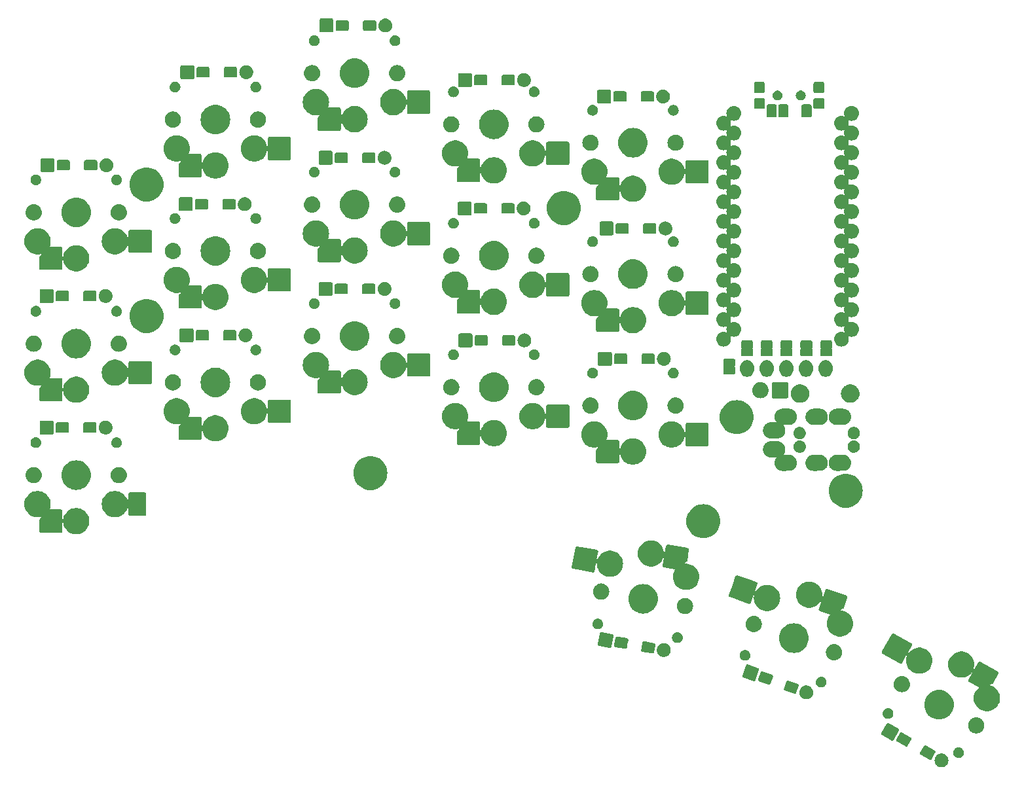
<source format=gts>
G04 #@! TF.GenerationSoftware,KiCad,Pcbnew,8.0.1*
G04 #@! TF.CreationDate,2024-07-30T22:50:04+02:00*
G04 #@! TF.ProjectId,chocofi,63686f63-6f66-4692-9e6b-696361645f70,0.2*
G04 #@! TF.SameCoordinates,Original*
G04 #@! TF.FileFunction,Soldermask,Top*
G04 #@! TF.FilePolarity,Negative*
%FSLAX46Y46*%
G04 Gerber Fmt 4.6, Leading zero omitted, Abs format (unit mm)*
G04 Created by KiCad (PCBNEW 8.0.1) date 2024-07-30 22:50:04*
%MOMM*%
%LPD*%
G01*
G04 APERTURE LIST*
G04 APERTURE END LIST*
G36*
X197851717Y-140411239D02*
G01*
X197898110Y-140411239D01*
X197938169Y-140419754D01*
X197979431Y-140423818D01*
X198031274Y-140439544D01*
X198081843Y-140450293D01*
X198114198Y-140464698D01*
X198147941Y-140474934D01*
X198201558Y-140503593D01*
X198253441Y-140526693D01*
X198277566Y-140544221D01*
X198303234Y-140557941D01*
X198355591Y-140600909D01*
X198405405Y-140637101D01*
X198421577Y-140655062D01*
X198439355Y-140669652D01*
X198487127Y-140727862D01*
X198531093Y-140776692D01*
X198540330Y-140792691D01*
X198551066Y-140805773D01*
X198590787Y-140880084D01*
X198625012Y-140939364D01*
X198628948Y-140951478D01*
X198634073Y-140961066D01*
X198662322Y-141054193D01*
X198683057Y-141118008D01*
X198683787Y-141124954D01*
X198685189Y-141129576D01*
X198698842Y-141268200D01*
X198702691Y-141304817D01*
X198698842Y-141341436D01*
X198685189Y-141480057D01*
X198683787Y-141484678D01*
X198683057Y-141491626D01*
X198662317Y-141555454D01*
X198634073Y-141648567D01*
X198628948Y-141658153D01*
X198625012Y-141670270D01*
X198590779Y-141729561D01*
X198551066Y-141803860D01*
X198540332Y-141816939D01*
X198531093Y-141832942D01*
X198487117Y-141881781D01*
X198439355Y-141939981D01*
X198421581Y-141954567D01*
X198405405Y-141972533D01*
X198355581Y-142008732D01*
X198303234Y-142051692D01*
X198277572Y-142065408D01*
X198253441Y-142082941D01*
X198201547Y-142106045D01*
X198147941Y-142134699D01*
X198114205Y-142144932D01*
X198081843Y-142159341D01*
X198031263Y-142170092D01*
X197979431Y-142185815D01*
X197938178Y-142189878D01*
X197898110Y-142198395D01*
X197851707Y-142198395D01*
X197804191Y-142203075D01*
X197756675Y-142198395D01*
X197710272Y-142198395D01*
X197670204Y-142189878D01*
X197628950Y-142185815D01*
X197577115Y-142170091D01*
X197526539Y-142159341D01*
X197494178Y-142144933D01*
X197460440Y-142134699D01*
X197406828Y-142106042D01*
X197354941Y-142082941D01*
X197330812Y-142065410D01*
X197305147Y-142051692D01*
X197252792Y-142008725D01*
X197202977Y-141972533D01*
X197186803Y-141954570D01*
X197169026Y-141939981D01*
X197121252Y-141881768D01*
X197077289Y-141832942D01*
X197068052Y-141816943D01*
X197057315Y-141803860D01*
X197017588Y-141729538D01*
X196983370Y-141670270D01*
X196979434Y-141658158D01*
X196974308Y-141648567D01*
X196946049Y-141555408D01*
X196925325Y-141491626D01*
X196924595Y-141484683D01*
X196923192Y-141480057D01*
X196909523Y-141341285D01*
X196905691Y-141304817D01*
X196909523Y-141268351D01*
X196923192Y-141129576D01*
X196924595Y-141124949D01*
X196925325Y-141118008D01*
X196946044Y-141054239D01*
X196974308Y-140961066D01*
X196979435Y-140951473D01*
X196983370Y-140939364D01*
X197017581Y-140880108D01*
X197057315Y-140805773D01*
X197068054Y-140792687D01*
X197077289Y-140776692D01*
X197121243Y-140727875D01*
X197169026Y-140669652D01*
X197186807Y-140655059D01*
X197202977Y-140637101D01*
X197252781Y-140600915D01*
X197305147Y-140557941D01*
X197330817Y-140544219D01*
X197354941Y-140526693D01*
X197406817Y-140503596D01*
X197460440Y-140474934D01*
X197494185Y-140464697D01*
X197526539Y-140450293D01*
X197577104Y-140439544D01*
X197628950Y-140423818D01*
X197670212Y-140419753D01*
X197710272Y-140411239D01*
X197756665Y-140411239D01*
X197804191Y-140406558D01*
X197851717Y-140411239D01*
G37*
G36*
X195783084Y-139412734D02*
G01*
X196920089Y-140042987D01*
X196979649Y-140093408D01*
X197015379Y-140162784D01*
X197021842Y-140240551D01*
X196998051Y-140314873D01*
X196537482Y-141145762D01*
X196487061Y-141205322D01*
X196417686Y-141241051D01*
X196339918Y-141247514D01*
X196265596Y-141223724D01*
X195128591Y-140593471D01*
X195069031Y-140543050D01*
X195033301Y-140473674D01*
X195026838Y-140395907D01*
X195050629Y-140321585D01*
X195442151Y-139615260D01*
X195508809Y-139495005D01*
X195508810Y-139495003D01*
X195511198Y-139490696D01*
X195561619Y-139431136D01*
X195630994Y-139395407D01*
X195708762Y-139388944D01*
X195783084Y-139412734D01*
G37*
G36*
X200055894Y-139620014D02*
G01*
X200097510Y-139620014D01*
X200132555Y-139628651D01*
X200168351Y-139632685D01*
X200214651Y-139648886D01*
X200260258Y-139660127D01*
X200287226Y-139674281D01*
X200315244Y-139684085D01*
X200362594Y-139713837D01*
X200408676Y-139738023D01*
X200427193Y-139754428D01*
X200447012Y-139766881D01*
X200491758Y-139811627D01*
X200534141Y-139849175D01*
X200544915Y-139864784D01*
X200557063Y-139876932D01*
X200595255Y-139937715D01*
X200629359Y-139987122D01*
X200634015Y-139999400D01*
X200639859Y-140008700D01*
X200667493Y-140087674D01*
X200688797Y-140143848D01*
X200689672Y-140151059D01*
X200691259Y-140155593D01*
X200704601Y-140274007D01*
X200709001Y-140310244D01*
X200704600Y-140346483D01*
X200691259Y-140464894D01*
X200689672Y-140469427D01*
X200688797Y-140476640D01*
X200667488Y-140532825D01*
X200639859Y-140611787D01*
X200634016Y-140621085D01*
X200629359Y-140633366D01*
X200595248Y-140682782D01*
X200557063Y-140743555D01*
X200544917Y-140755700D01*
X200534141Y-140771313D01*
X200491749Y-140808868D01*
X200447012Y-140853606D01*
X200427197Y-140866056D01*
X200408676Y-140882465D01*
X200362584Y-140906655D01*
X200315244Y-140936402D01*
X200287232Y-140946203D01*
X200260258Y-140960361D01*
X200214641Y-140971604D01*
X200168351Y-140987802D01*
X200132563Y-140991834D01*
X200097510Y-141000474D01*
X200055885Y-141000474D01*
X200013701Y-141005227D01*
X199971517Y-141000474D01*
X199929892Y-141000474D01*
X199894839Y-140991834D01*
X199859050Y-140987802D01*
X199812756Y-140971603D01*
X199767144Y-140960361D01*
X199740171Y-140946204D01*
X199712157Y-140936402D01*
X199664811Y-140906652D01*
X199618726Y-140882465D01*
X199600206Y-140866058D01*
X199580389Y-140853606D01*
X199535643Y-140808860D01*
X199493261Y-140771313D01*
X199482486Y-140755703D01*
X199470338Y-140743555D01*
X199432141Y-140682766D01*
X199398043Y-140633366D01*
X199393387Y-140621089D01*
X199387542Y-140611787D01*
X199359900Y-140532791D01*
X199338605Y-140476640D01*
X199337729Y-140469431D01*
X199336142Y-140464894D01*
X199322787Y-140346368D01*
X199318401Y-140310244D01*
X199322786Y-140274122D01*
X199336142Y-140155593D01*
X199337729Y-140151054D01*
X199338605Y-140143848D01*
X199359895Y-140087708D01*
X199387542Y-140008700D01*
X199393388Y-139999396D01*
X199398043Y-139987122D01*
X199432134Y-139937731D01*
X199470338Y-139876932D01*
X199482488Y-139864781D01*
X199493261Y-139849175D01*
X199535634Y-139811635D01*
X199580389Y-139766881D01*
X199600210Y-139754426D01*
X199618726Y-139738023D01*
X199664801Y-139713840D01*
X199712157Y-139684085D01*
X199740177Y-139674280D01*
X199767144Y-139660127D01*
X199812747Y-139648887D01*
X199859050Y-139632685D01*
X199894847Y-139628651D01*
X199929892Y-139620014D01*
X199971508Y-139620014D01*
X200013701Y-139615260D01*
X200055894Y-139620014D01*
G37*
G36*
X192678184Y-137691660D02*
G01*
X193815189Y-138321913D01*
X193874749Y-138372334D01*
X193910479Y-138441710D01*
X193916942Y-138519477D01*
X193893151Y-138593799D01*
X193432582Y-139424688D01*
X193382161Y-139484248D01*
X193312786Y-139519977D01*
X193235018Y-139526440D01*
X193160696Y-139502650D01*
X192023691Y-138872397D01*
X191964131Y-138821976D01*
X191928401Y-138752600D01*
X191921938Y-138674833D01*
X191945729Y-138600511D01*
X192356023Y-137860320D01*
X192403909Y-137773931D01*
X192403910Y-137773929D01*
X192406298Y-137769622D01*
X192456719Y-137710062D01*
X192526094Y-137674333D01*
X192603862Y-137667870D01*
X192678184Y-137691660D01*
G37*
G36*
X190964269Y-136486082D02*
G01*
X192186112Y-137163361D01*
X192245672Y-137213782D01*
X192281402Y-137283157D01*
X192287865Y-137360925D01*
X192264074Y-137435247D01*
X191586795Y-138657090D01*
X191536374Y-138716650D01*
X191466999Y-138752380D01*
X191389231Y-138758843D01*
X191314909Y-138735052D01*
X190093066Y-138057773D01*
X190033506Y-138007352D01*
X189997776Y-137937977D01*
X189991313Y-137860209D01*
X190015104Y-137785887D01*
X190692383Y-136564044D01*
X190742804Y-136504484D01*
X190812179Y-136468754D01*
X190889947Y-136462291D01*
X190964269Y-136486082D01*
G37*
G36*
X202342474Y-135726384D02*
G01*
X202391738Y-135726384D01*
X202446603Y-135736640D01*
X202499815Y-135741881D01*
X202540239Y-135754143D01*
X202582327Y-135762011D01*
X202640614Y-135784591D01*
X202696957Y-135801683D01*
X202729151Y-135818891D01*
X202763128Y-135832054D01*
X202822164Y-135868608D01*
X202878644Y-135898797D01*
X202902374Y-135918272D01*
X202927973Y-135934122D01*
X202984690Y-135985826D01*
X203037894Y-136029489D01*
X203053659Y-136048698D01*
X203071262Y-136064746D01*
X203122368Y-136132422D01*
X203168586Y-136188739D01*
X203177523Y-136205459D01*
X203188105Y-136219472D01*
X203230207Y-136304025D01*
X203265700Y-136370426D01*
X203269484Y-136382903D01*
X203274531Y-136393037D01*
X203304342Y-136497813D01*
X203325502Y-136567568D01*
X203326197Y-136574625D01*
X203327590Y-136579521D01*
X203342063Y-136735714D01*
X203345695Y-136772588D01*
X203342062Y-136809464D01*
X203327590Y-136965654D01*
X203326197Y-136970548D01*
X203325502Y-136977608D01*
X203304337Y-137047377D01*
X203274531Y-137152138D01*
X203269485Y-137162270D01*
X203265700Y-137174750D01*
X203230200Y-137241164D01*
X203188105Y-137325703D01*
X203177525Y-137339713D01*
X203168586Y-137356437D01*
X203122359Y-137412764D01*
X203071262Y-137480429D01*
X203053662Y-137496473D01*
X203037894Y-137515687D01*
X202984679Y-137559358D01*
X202927973Y-137611053D01*
X202902379Y-137626899D01*
X202878644Y-137646379D01*
X202822153Y-137676574D01*
X202763128Y-137713121D01*
X202729158Y-137726280D01*
X202696957Y-137743493D01*
X202640602Y-137760587D01*
X202582327Y-137783164D01*
X202540246Y-137791030D01*
X202499815Y-137803295D01*
X202446600Y-137808536D01*
X202391738Y-137818792D01*
X202342474Y-137818792D01*
X202294795Y-137823488D01*
X202247116Y-137818792D01*
X202197852Y-137818792D01*
X202142989Y-137808536D01*
X202089775Y-137803295D01*
X202049345Y-137791030D01*
X202007262Y-137783164D01*
X201948982Y-137760586D01*
X201892633Y-137743493D01*
X201860434Y-137726282D01*
X201826461Y-137713121D01*
X201767429Y-137676570D01*
X201710946Y-137646379D01*
X201687213Y-137626902D01*
X201661616Y-137611053D01*
X201604900Y-137559350D01*
X201551696Y-137515687D01*
X201535930Y-137496476D01*
X201518327Y-137480429D01*
X201467218Y-137412749D01*
X201421004Y-137356437D01*
X201412067Y-137339717D01*
X201401484Y-137325703D01*
X201359374Y-137241137D01*
X201323890Y-137174750D01*
X201320105Y-137162275D01*
X201315058Y-137152138D01*
X201285236Y-137047324D01*
X201264088Y-136977608D01*
X201263393Y-136970554D01*
X201261999Y-136965654D01*
X201247510Y-136809293D01*
X201243895Y-136772588D01*
X201247509Y-136735885D01*
X201261999Y-136579521D01*
X201263393Y-136574620D01*
X201264088Y-136567568D01*
X201285231Y-136497866D01*
X201315058Y-136393037D01*
X201320106Y-136382897D01*
X201323890Y-136370426D01*
X201359367Y-136304052D01*
X201401484Y-136219472D01*
X201412069Y-136205455D01*
X201421004Y-136188739D01*
X201467208Y-136132437D01*
X201518327Y-136064746D01*
X201535933Y-136048695D01*
X201551696Y-136029489D01*
X201604889Y-135985834D01*
X201661616Y-135934122D01*
X201687218Y-135918269D01*
X201710946Y-135898797D01*
X201767417Y-135868612D01*
X201826461Y-135832054D01*
X201860441Y-135818889D01*
X201892633Y-135801683D01*
X201948970Y-135784593D01*
X202007262Y-135762011D01*
X202049351Y-135754143D01*
X202089775Y-135741881D01*
X202142986Y-135736640D01*
X202197852Y-135726384D01*
X202247116Y-135726384D01*
X202294795Y-135721688D01*
X202342474Y-135726384D01*
G37*
G36*
X197756849Y-132211122D02*
G01*
X198023764Y-132269186D01*
X198279699Y-132364645D01*
X198519444Y-132495555D01*
X198738118Y-132659252D01*
X198931270Y-132852404D01*
X199094967Y-133071078D01*
X199225877Y-133310823D01*
X199321336Y-133566758D01*
X199379400Y-133833673D01*
X199398887Y-134106135D01*
X199379400Y-134378597D01*
X199321336Y-134645512D01*
X199225877Y-134901447D01*
X199094967Y-135141192D01*
X198931270Y-135359866D01*
X198738118Y-135553018D01*
X198519444Y-135716715D01*
X198279699Y-135847625D01*
X198023764Y-135943084D01*
X197756849Y-136001148D01*
X197484387Y-136020635D01*
X197211925Y-136001148D01*
X196945010Y-135943084D01*
X196689075Y-135847625D01*
X196449330Y-135716715D01*
X196230656Y-135553018D01*
X196037504Y-135359866D01*
X195873807Y-135141192D01*
X195742897Y-134901447D01*
X195647438Y-134645512D01*
X195589374Y-134378597D01*
X195569887Y-134106135D01*
X195589374Y-133833673D01*
X195647438Y-133566758D01*
X195742897Y-133310823D01*
X195873807Y-133071078D01*
X196037504Y-132852404D01*
X196230656Y-132659252D01*
X196449330Y-132495555D01*
X196689075Y-132364645D01*
X196945010Y-132269186D01*
X197211925Y-132211122D01*
X197484387Y-132191635D01*
X197756849Y-132211122D01*
G37*
G36*
X190924865Y-134558602D02*
G01*
X190966481Y-134558602D01*
X191001526Y-134567239D01*
X191037322Y-134571273D01*
X191083622Y-134587474D01*
X191129229Y-134598715D01*
X191156197Y-134612869D01*
X191184215Y-134622673D01*
X191231565Y-134652425D01*
X191277647Y-134676611D01*
X191296164Y-134693016D01*
X191315983Y-134705469D01*
X191360729Y-134750215D01*
X191403112Y-134787763D01*
X191413886Y-134803372D01*
X191426034Y-134815520D01*
X191464226Y-134876303D01*
X191498330Y-134925710D01*
X191502986Y-134937988D01*
X191508830Y-134947288D01*
X191536464Y-135026262D01*
X191557768Y-135082436D01*
X191558643Y-135089647D01*
X191560230Y-135094181D01*
X191573572Y-135212595D01*
X191577972Y-135248832D01*
X191573571Y-135285071D01*
X191560230Y-135403482D01*
X191558643Y-135408015D01*
X191557768Y-135415228D01*
X191536459Y-135471413D01*
X191508830Y-135550375D01*
X191502987Y-135559673D01*
X191498330Y-135571954D01*
X191464219Y-135621370D01*
X191426034Y-135682143D01*
X191413888Y-135694288D01*
X191403112Y-135709901D01*
X191360720Y-135747456D01*
X191315983Y-135792194D01*
X191296168Y-135804644D01*
X191277647Y-135821053D01*
X191231555Y-135845243D01*
X191184215Y-135874990D01*
X191156203Y-135884791D01*
X191129229Y-135898949D01*
X191083612Y-135910192D01*
X191037322Y-135926390D01*
X191001534Y-135930422D01*
X190966481Y-135939062D01*
X190924856Y-135939062D01*
X190882672Y-135943815D01*
X190840488Y-135939062D01*
X190798863Y-135939062D01*
X190763810Y-135930422D01*
X190728021Y-135926390D01*
X190681727Y-135910191D01*
X190636115Y-135898949D01*
X190609142Y-135884792D01*
X190581128Y-135874990D01*
X190533782Y-135845240D01*
X190487697Y-135821053D01*
X190469177Y-135804646D01*
X190449360Y-135792194D01*
X190404614Y-135747448D01*
X190362232Y-135709901D01*
X190351457Y-135694291D01*
X190339309Y-135682143D01*
X190301112Y-135621354D01*
X190267014Y-135571954D01*
X190262358Y-135559677D01*
X190256513Y-135550375D01*
X190228871Y-135471379D01*
X190207576Y-135415228D01*
X190206700Y-135408019D01*
X190205113Y-135403482D01*
X190191758Y-135284956D01*
X190187372Y-135248832D01*
X190191757Y-135212710D01*
X190205113Y-135094181D01*
X190206700Y-135089642D01*
X190207576Y-135082436D01*
X190228866Y-135026296D01*
X190256513Y-134947288D01*
X190262359Y-134937984D01*
X190267014Y-134925710D01*
X190301105Y-134876319D01*
X190339309Y-134815520D01*
X190351459Y-134803369D01*
X190362232Y-134787763D01*
X190404605Y-134750223D01*
X190449360Y-134705469D01*
X190469181Y-134693014D01*
X190487697Y-134676611D01*
X190533772Y-134652428D01*
X190581128Y-134622673D01*
X190609148Y-134612868D01*
X190636115Y-134598715D01*
X190681718Y-134587475D01*
X190728021Y-134571273D01*
X190763818Y-134567239D01*
X190798863Y-134558602D01*
X190840479Y-134558602D01*
X190882672Y-134553848D01*
X190924865Y-134558602D01*
G37*
G36*
X200747290Y-127244771D02*
G01*
X200990084Y-127319663D01*
X201219004Y-127429905D01*
X201428937Y-127573034D01*
X201615192Y-127745854D01*
X201773610Y-127944504D01*
X201900651Y-128164546D01*
X201993478Y-128401064D01*
X202050016Y-128648776D01*
X202069004Y-128902148D01*
X202050016Y-129155520D01*
X201993478Y-129403232D01*
X201943518Y-129530525D01*
X202028073Y-129570339D01*
X202549318Y-128629988D01*
X202549319Y-128629986D01*
X202551707Y-128625679D01*
X202602128Y-128566119D01*
X202671504Y-128530389D01*
X202749271Y-128523926D01*
X202823593Y-128547717D01*
X205097604Y-129808222D01*
X205157164Y-129858643D01*
X205192894Y-129928019D01*
X205199357Y-130005786D01*
X205175566Y-130080108D01*
X204482288Y-131330814D01*
X204431867Y-131390374D01*
X204362493Y-131426104D01*
X204047573Y-131516405D01*
X204046830Y-131590975D01*
X204052885Y-131592843D01*
X204053808Y-131592982D01*
X204296602Y-131667874D01*
X204525522Y-131778116D01*
X204735455Y-131921245D01*
X204921710Y-132094065D01*
X205080128Y-132292715D01*
X205207169Y-132512757D01*
X205299996Y-132749275D01*
X205356534Y-132996987D01*
X205375522Y-133250359D01*
X205356534Y-133503731D01*
X205299996Y-133751443D01*
X205207169Y-133987961D01*
X205080128Y-134208003D01*
X204921710Y-134406653D01*
X204735455Y-134579473D01*
X204525522Y-134722602D01*
X204296602Y-134832844D01*
X204053808Y-134907736D01*
X203802563Y-134945605D01*
X203548481Y-134945605D01*
X203297236Y-134907736D01*
X203054442Y-134832844D01*
X202825522Y-134722602D01*
X202615589Y-134579473D01*
X202429334Y-134406653D01*
X202270916Y-134208003D01*
X202143875Y-133987961D01*
X202051048Y-133751443D01*
X201994510Y-133503731D01*
X201975522Y-133250359D01*
X201994510Y-132996987D01*
X202051048Y-132749275D01*
X202143875Y-132512757D01*
X202270916Y-132292715D01*
X202429334Y-132094065D01*
X202615589Y-131921245D01*
X202616365Y-131920715D01*
X202623489Y-131914106D01*
X202617333Y-131863449D01*
X201504538Y-131246615D01*
X201369164Y-131171576D01*
X201309604Y-131121155D01*
X201273874Y-131051779D01*
X201267411Y-130974012D01*
X201291202Y-130899690D01*
X201815116Y-129954522D01*
X201738790Y-129903454D01*
X201615192Y-130058442D01*
X201428937Y-130231262D01*
X201219004Y-130374391D01*
X200990084Y-130484633D01*
X200747290Y-130559525D01*
X200496045Y-130597394D01*
X200241963Y-130597394D01*
X199990718Y-130559525D01*
X199747924Y-130484633D01*
X199519004Y-130374391D01*
X199309071Y-130231262D01*
X199122816Y-130058442D01*
X198964398Y-129859792D01*
X198837357Y-129639750D01*
X198744530Y-129403232D01*
X198687992Y-129155520D01*
X198669004Y-128902148D01*
X198687992Y-128648776D01*
X198744530Y-128401064D01*
X198837357Y-128164546D01*
X198964398Y-127944504D01*
X199122816Y-127745854D01*
X199309071Y-127573034D01*
X199519004Y-127429905D01*
X199747924Y-127319663D01*
X199990718Y-127244771D01*
X200241963Y-127206902D01*
X200496045Y-127206902D01*
X200747290Y-127244771D01*
G37*
G36*
X180363203Y-131603187D02*
G01*
X180409596Y-131603187D01*
X180449655Y-131611702D01*
X180490917Y-131615766D01*
X180542760Y-131631492D01*
X180593329Y-131642241D01*
X180625684Y-131656646D01*
X180659427Y-131666882D01*
X180713044Y-131695541D01*
X180764927Y-131718641D01*
X180789052Y-131736169D01*
X180814720Y-131749889D01*
X180867077Y-131792857D01*
X180916891Y-131829049D01*
X180933063Y-131847010D01*
X180950841Y-131861600D01*
X180998613Y-131919810D01*
X181042579Y-131968640D01*
X181051816Y-131984639D01*
X181062552Y-131997721D01*
X181102273Y-132072032D01*
X181136498Y-132131312D01*
X181140434Y-132143426D01*
X181145559Y-132153014D01*
X181173808Y-132246141D01*
X181194543Y-132309956D01*
X181195273Y-132316902D01*
X181196675Y-132321524D01*
X181210328Y-132460148D01*
X181214177Y-132496765D01*
X181210328Y-132533384D01*
X181196675Y-132672005D01*
X181195273Y-132676626D01*
X181194543Y-132683574D01*
X181173803Y-132747402D01*
X181145559Y-132840515D01*
X181140434Y-132850101D01*
X181136498Y-132862218D01*
X181102265Y-132921509D01*
X181062552Y-132995808D01*
X181051818Y-133008887D01*
X181042579Y-133024890D01*
X180998603Y-133073729D01*
X180950841Y-133131929D01*
X180933067Y-133146515D01*
X180916891Y-133164481D01*
X180867067Y-133200680D01*
X180814720Y-133243640D01*
X180789058Y-133257356D01*
X180764927Y-133274889D01*
X180713033Y-133297993D01*
X180659427Y-133326647D01*
X180625691Y-133336880D01*
X180593329Y-133351289D01*
X180542749Y-133362040D01*
X180490917Y-133377763D01*
X180449664Y-133381826D01*
X180409596Y-133390343D01*
X180363193Y-133390343D01*
X180315677Y-133395023D01*
X180268161Y-133390343D01*
X180221758Y-133390343D01*
X180181690Y-133381826D01*
X180140436Y-133377763D01*
X180088601Y-133362039D01*
X180038025Y-133351289D01*
X180005664Y-133336881D01*
X179971926Y-133326647D01*
X179918314Y-133297990D01*
X179866427Y-133274889D01*
X179842298Y-133257358D01*
X179816633Y-133243640D01*
X179764278Y-133200673D01*
X179714463Y-133164481D01*
X179698289Y-133146518D01*
X179680512Y-133131929D01*
X179632738Y-133073716D01*
X179588775Y-133024890D01*
X179579538Y-133008891D01*
X179568801Y-132995808D01*
X179529074Y-132921486D01*
X179494856Y-132862218D01*
X179490920Y-132850106D01*
X179485794Y-132840515D01*
X179457535Y-132747356D01*
X179436811Y-132683574D01*
X179436081Y-132676631D01*
X179434678Y-132672005D01*
X179421009Y-132533233D01*
X179417177Y-132496765D01*
X179421009Y-132460299D01*
X179434678Y-132321524D01*
X179436081Y-132316897D01*
X179436811Y-132309956D01*
X179457530Y-132246187D01*
X179485794Y-132153014D01*
X179490921Y-132143421D01*
X179494856Y-132131312D01*
X179529067Y-132072056D01*
X179568801Y-131997721D01*
X179579540Y-131984635D01*
X179588775Y-131968640D01*
X179632729Y-131919823D01*
X179680512Y-131861600D01*
X179698293Y-131847007D01*
X179714463Y-131829049D01*
X179764267Y-131792863D01*
X179816633Y-131749889D01*
X179842303Y-131736167D01*
X179866427Y-131718641D01*
X179918303Y-131695544D01*
X179971926Y-131666882D01*
X180005671Y-131656645D01*
X180038025Y-131642241D01*
X180088590Y-131631492D01*
X180140436Y-131615766D01*
X180181698Y-131611701D01*
X180221758Y-131603187D01*
X180268151Y-131603187D01*
X180315677Y-131598506D01*
X180363203Y-131603187D01*
G37*
G36*
X178007333Y-130968236D02*
G01*
X179024699Y-131326507D01*
X179228877Y-131398409D01*
X179233522Y-131400045D01*
X179300657Y-131439828D01*
X179347456Y-131502273D01*
X179366798Y-131577874D01*
X179355735Y-131655122D01*
X179040182Y-132551184D01*
X179000399Y-132618318D01*
X178937954Y-132665118D01*
X178862353Y-132684459D01*
X178785105Y-132673396D01*
X177558916Y-132241587D01*
X177491781Y-132201804D01*
X177444982Y-132139359D01*
X177425640Y-132063758D01*
X177436703Y-131986510D01*
X177459648Y-131921355D01*
X177750620Y-131095093D01*
X177750620Y-131095092D01*
X177752256Y-131090448D01*
X177792039Y-131023314D01*
X177854484Y-130976514D01*
X177930085Y-130957173D01*
X178007333Y-130968236D01*
G37*
G36*
X192721658Y-130393478D02*
G01*
X192770922Y-130393478D01*
X192825787Y-130403734D01*
X192878999Y-130408975D01*
X192919423Y-130421237D01*
X192961511Y-130429105D01*
X193019798Y-130451685D01*
X193076141Y-130468777D01*
X193108335Y-130485985D01*
X193142312Y-130499148D01*
X193201348Y-130535702D01*
X193257828Y-130565891D01*
X193281558Y-130585366D01*
X193307157Y-130601216D01*
X193363874Y-130652920D01*
X193417078Y-130696583D01*
X193432843Y-130715792D01*
X193450446Y-130731840D01*
X193501552Y-130799516D01*
X193547770Y-130855833D01*
X193556707Y-130872553D01*
X193567289Y-130886566D01*
X193609391Y-130971119D01*
X193644884Y-131037520D01*
X193648668Y-131049997D01*
X193653715Y-131060131D01*
X193683526Y-131164907D01*
X193704686Y-131234662D01*
X193705381Y-131241719D01*
X193706774Y-131246615D01*
X193721247Y-131402808D01*
X193724879Y-131439682D01*
X193721246Y-131476558D01*
X193706774Y-131632748D01*
X193705381Y-131637642D01*
X193704686Y-131644702D01*
X193683521Y-131714471D01*
X193653715Y-131819232D01*
X193648669Y-131829364D01*
X193644884Y-131841844D01*
X193609384Y-131908258D01*
X193567289Y-131992797D01*
X193556709Y-132006807D01*
X193547770Y-132023531D01*
X193501543Y-132079858D01*
X193450446Y-132147523D01*
X193432846Y-132163567D01*
X193417078Y-132182781D01*
X193363863Y-132226452D01*
X193307157Y-132278147D01*
X193281563Y-132293993D01*
X193257828Y-132313473D01*
X193201337Y-132343668D01*
X193142312Y-132380215D01*
X193108342Y-132393374D01*
X193076141Y-132410587D01*
X193019786Y-132427681D01*
X192961511Y-132450258D01*
X192919430Y-132458124D01*
X192878999Y-132470389D01*
X192825784Y-132475630D01*
X192770922Y-132485886D01*
X192721658Y-132485886D01*
X192673979Y-132490582D01*
X192626300Y-132485886D01*
X192577036Y-132485886D01*
X192522173Y-132475630D01*
X192468959Y-132470389D01*
X192428529Y-132458124D01*
X192386446Y-132450258D01*
X192328166Y-132427680D01*
X192271817Y-132410587D01*
X192239618Y-132393376D01*
X192205645Y-132380215D01*
X192146613Y-132343664D01*
X192090130Y-132313473D01*
X192066397Y-132293996D01*
X192040800Y-132278147D01*
X191984084Y-132226444D01*
X191930880Y-132182781D01*
X191915114Y-132163570D01*
X191897511Y-132147523D01*
X191846402Y-132079843D01*
X191800188Y-132023531D01*
X191791251Y-132006811D01*
X191780668Y-131992797D01*
X191738558Y-131908231D01*
X191703074Y-131841844D01*
X191699289Y-131829369D01*
X191694242Y-131819232D01*
X191664420Y-131714418D01*
X191643272Y-131644702D01*
X191642577Y-131637648D01*
X191641183Y-131632748D01*
X191626694Y-131476387D01*
X191623079Y-131439682D01*
X191626693Y-131402979D01*
X191641183Y-131246615D01*
X191642577Y-131241714D01*
X191643272Y-131234662D01*
X191664415Y-131164960D01*
X191694242Y-131060131D01*
X191699290Y-131049991D01*
X191703074Y-131037520D01*
X191738551Y-130971146D01*
X191780668Y-130886566D01*
X191791253Y-130872549D01*
X191800188Y-130855833D01*
X191846392Y-130799531D01*
X191897511Y-130731840D01*
X191915117Y-130715789D01*
X191930880Y-130696583D01*
X191984073Y-130652928D01*
X192040800Y-130601216D01*
X192066402Y-130585363D01*
X192090130Y-130565891D01*
X192146601Y-130535706D01*
X192205645Y-130499148D01*
X192239625Y-130485983D01*
X192271817Y-130468777D01*
X192328154Y-130451687D01*
X192386446Y-130429105D01*
X192428535Y-130421237D01*
X192468959Y-130408975D01*
X192522170Y-130403734D01*
X192577036Y-130393478D01*
X192626300Y-130393478D01*
X192673979Y-130388782D01*
X192721658Y-130393478D01*
G37*
G36*
X182285055Y-130491737D02*
G01*
X182326671Y-130491737D01*
X182361716Y-130500374D01*
X182397512Y-130504408D01*
X182443812Y-130520609D01*
X182489419Y-130531850D01*
X182516387Y-130546004D01*
X182544405Y-130555808D01*
X182591755Y-130585560D01*
X182637837Y-130609746D01*
X182656354Y-130626151D01*
X182676173Y-130638604D01*
X182720919Y-130683350D01*
X182763302Y-130720898D01*
X182774076Y-130736507D01*
X182786224Y-130748655D01*
X182824416Y-130809438D01*
X182858520Y-130858845D01*
X182863176Y-130871123D01*
X182869020Y-130880423D01*
X182896654Y-130959397D01*
X182917958Y-131015571D01*
X182918833Y-131022782D01*
X182920420Y-131027316D01*
X182933762Y-131145730D01*
X182938162Y-131181967D01*
X182933761Y-131218206D01*
X182920420Y-131336617D01*
X182918833Y-131341150D01*
X182917958Y-131348363D01*
X182896649Y-131404548D01*
X182869020Y-131483510D01*
X182863177Y-131492808D01*
X182858520Y-131505089D01*
X182824409Y-131554505D01*
X182786224Y-131615278D01*
X182774078Y-131627423D01*
X182763302Y-131643036D01*
X182720910Y-131680591D01*
X182676173Y-131725329D01*
X182656358Y-131737779D01*
X182637837Y-131754188D01*
X182591745Y-131778378D01*
X182544405Y-131808125D01*
X182516393Y-131817926D01*
X182489419Y-131832084D01*
X182443802Y-131843327D01*
X182397512Y-131859525D01*
X182361724Y-131863557D01*
X182326671Y-131872197D01*
X182285046Y-131872197D01*
X182242862Y-131876950D01*
X182200678Y-131872197D01*
X182159053Y-131872197D01*
X182124000Y-131863557D01*
X182088211Y-131859525D01*
X182041917Y-131843326D01*
X181996305Y-131832084D01*
X181969332Y-131817927D01*
X181941318Y-131808125D01*
X181893972Y-131778375D01*
X181847887Y-131754188D01*
X181829367Y-131737781D01*
X181809550Y-131725329D01*
X181764804Y-131680583D01*
X181722422Y-131643036D01*
X181711647Y-131627426D01*
X181699499Y-131615278D01*
X181661302Y-131554489D01*
X181627204Y-131505089D01*
X181622548Y-131492812D01*
X181616703Y-131483510D01*
X181589061Y-131404514D01*
X181567766Y-131348363D01*
X181566890Y-131341154D01*
X181565303Y-131336617D01*
X181551948Y-131218091D01*
X181547562Y-131181967D01*
X181551947Y-131145845D01*
X181565303Y-131027316D01*
X181566890Y-131022777D01*
X181567766Y-131015571D01*
X181589056Y-130959431D01*
X181616703Y-130880423D01*
X181622549Y-130871119D01*
X181627204Y-130858845D01*
X181661295Y-130809454D01*
X181699499Y-130748655D01*
X181711649Y-130736504D01*
X181722422Y-130720898D01*
X181764795Y-130683358D01*
X181809550Y-130638604D01*
X181829371Y-130626149D01*
X181847887Y-130609746D01*
X181893962Y-130585563D01*
X181941318Y-130555808D01*
X181969338Y-130546003D01*
X181996305Y-130531850D01*
X182041908Y-130520610D01*
X182088211Y-130504408D01*
X182124008Y-130500374D01*
X182159053Y-130491737D01*
X182200669Y-130491737D01*
X182242862Y-130486983D01*
X182285055Y-130491737D01*
G37*
G36*
X174658893Y-129789064D02*
G01*
X175683958Y-130150046D01*
X175880437Y-130219237D01*
X175885082Y-130220873D01*
X175952217Y-130260656D01*
X175999016Y-130323101D01*
X176018358Y-130398702D01*
X176007295Y-130475950D01*
X175691742Y-131372012D01*
X175651959Y-131439146D01*
X175589514Y-131485946D01*
X175513913Y-131505287D01*
X175436665Y-131494224D01*
X174210476Y-131062415D01*
X174143341Y-131022632D01*
X174096542Y-130960187D01*
X174077200Y-130884586D01*
X174088263Y-130807338D01*
X174108929Y-130748655D01*
X174402180Y-129915921D01*
X174402180Y-129915920D01*
X174403816Y-129911276D01*
X174443599Y-129844142D01*
X174506044Y-129797342D01*
X174581645Y-129778001D01*
X174658893Y-129789064D01*
G37*
G36*
X172767927Y-128886195D02*
G01*
X173870246Y-129274382D01*
X174080964Y-129348588D01*
X174085609Y-129350224D01*
X174152743Y-129390006D01*
X174199543Y-129452452D01*
X174218884Y-129528052D01*
X174207821Y-129605301D01*
X173743792Y-130922983D01*
X173704010Y-130990117D01*
X173641564Y-131036917D01*
X173565964Y-131056258D01*
X173488715Y-131045195D01*
X172171033Y-130581166D01*
X172103899Y-130541384D01*
X172057099Y-130478938D01*
X172037758Y-130403338D01*
X172048821Y-130326089D01*
X172466556Y-129139865D01*
X172511214Y-129013051D01*
X172511215Y-129013048D01*
X172512850Y-129008407D01*
X172552632Y-128941273D01*
X172615078Y-128894473D01*
X172690678Y-128875132D01*
X172767927Y-128886195D01*
G37*
G36*
X191655154Y-124872329D02*
G01*
X193929165Y-126132834D01*
X193988725Y-126183255D01*
X194024455Y-126252631D01*
X194030918Y-126330398D01*
X194007127Y-126404720D01*
X193483210Y-127349889D01*
X193559536Y-127400958D01*
X193683137Y-127245969D01*
X193869392Y-127073149D01*
X194079325Y-126930020D01*
X194308245Y-126819778D01*
X194551039Y-126744886D01*
X194802284Y-126707017D01*
X195056366Y-126707017D01*
X195307611Y-126744886D01*
X195550405Y-126819778D01*
X195779325Y-126930020D01*
X195989258Y-127073149D01*
X196175513Y-127245969D01*
X196333931Y-127444619D01*
X196460972Y-127664661D01*
X196553799Y-127901179D01*
X196610337Y-128148891D01*
X196629325Y-128402263D01*
X196610337Y-128655635D01*
X196553799Y-128903347D01*
X196460972Y-129139865D01*
X196333931Y-129359907D01*
X196175513Y-129558557D01*
X195989258Y-129731377D01*
X195779325Y-129874506D01*
X195550405Y-129984748D01*
X195307611Y-130059640D01*
X195056366Y-130097509D01*
X194802284Y-130097509D01*
X194551039Y-130059640D01*
X194308245Y-129984748D01*
X194079325Y-129874506D01*
X193869392Y-129731377D01*
X193683137Y-129558557D01*
X193524719Y-129359907D01*
X193397678Y-129139865D01*
X193304851Y-128903347D01*
X193248313Y-128655635D01*
X193229325Y-128402263D01*
X193248313Y-128148891D01*
X193304851Y-127901179D01*
X193354812Y-127773881D01*
X193270257Y-127734067D01*
X192746622Y-128678731D01*
X192696201Y-128738291D01*
X192626825Y-128774021D01*
X192549058Y-128780484D01*
X192474736Y-128756693D01*
X190200725Y-127496188D01*
X190141165Y-127445767D01*
X190105435Y-127376391D01*
X190098972Y-127298624D01*
X190122763Y-127224302D01*
X191015153Y-125614388D01*
X191380879Y-124954600D01*
X191380880Y-124954598D01*
X191383268Y-124950291D01*
X191433689Y-124890731D01*
X191503065Y-124855001D01*
X191580832Y-124848538D01*
X191655154Y-124872329D01*
G37*
G36*
X172437810Y-127023975D02*
G01*
X172479426Y-127023975D01*
X172514471Y-127032612D01*
X172550267Y-127036646D01*
X172596567Y-127052847D01*
X172642174Y-127064088D01*
X172669142Y-127078242D01*
X172697160Y-127088046D01*
X172744510Y-127117798D01*
X172790592Y-127141984D01*
X172809109Y-127158389D01*
X172828928Y-127170842D01*
X172873674Y-127215588D01*
X172916057Y-127253136D01*
X172926831Y-127268745D01*
X172938979Y-127280893D01*
X172977171Y-127341676D01*
X173011275Y-127391083D01*
X173015931Y-127403361D01*
X173021775Y-127412661D01*
X173049409Y-127491635D01*
X173070713Y-127547809D01*
X173071588Y-127555020D01*
X173073175Y-127559554D01*
X173086517Y-127677968D01*
X173090917Y-127714205D01*
X173086516Y-127750444D01*
X173073175Y-127868855D01*
X173071588Y-127873388D01*
X173070713Y-127880601D01*
X173049404Y-127936786D01*
X173021775Y-128015748D01*
X173015932Y-128025046D01*
X173011275Y-128037327D01*
X172977164Y-128086743D01*
X172938979Y-128147516D01*
X172926833Y-128159661D01*
X172916057Y-128175274D01*
X172873665Y-128212829D01*
X172828928Y-128257567D01*
X172809113Y-128270017D01*
X172790592Y-128286426D01*
X172744500Y-128310616D01*
X172697160Y-128340363D01*
X172669148Y-128350164D01*
X172642174Y-128364322D01*
X172596557Y-128375565D01*
X172550267Y-128391763D01*
X172514479Y-128395795D01*
X172479426Y-128404435D01*
X172437801Y-128404435D01*
X172395617Y-128409188D01*
X172353433Y-128404435D01*
X172311808Y-128404435D01*
X172276755Y-128395795D01*
X172240966Y-128391763D01*
X172194672Y-128375564D01*
X172149060Y-128364322D01*
X172122087Y-128350165D01*
X172094073Y-128340363D01*
X172046727Y-128310613D01*
X172000642Y-128286426D01*
X171982122Y-128270019D01*
X171962305Y-128257567D01*
X171917559Y-128212821D01*
X171875177Y-128175274D01*
X171864402Y-128159664D01*
X171852254Y-128147516D01*
X171814057Y-128086727D01*
X171779959Y-128037327D01*
X171775303Y-128025050D01*
X171769458Y-128015748D01*
X171741816Y-127936752D01*
X171720521Y-127880601D01*
X171719645Y-127873392D01*
X171718058Y-127868855D01*
X171704703Y-127750329D01*
X171700317Y-127714205D01*
X171704702Y-127678083D01*
X171718058Y-127559554D01*
X171719645Y-127555015D01*
X171720521Y-127547809D01*
X171741811Y-127491669D01*
X171769458Y-127412661D01*
X171775304Y-127403357D01*
X171779959Y-127391083D01*
X171814050Y-127341692D01*
X171852254Y-127280893D01*
X171864404Y-127268742D01*
X171875177Y-127253136D01*
X171917550Y-127215596D01*
X171962305Y-127170842D01*
X171982126Y-127158387D01*
X172000642Y-127141984D01*
X172046717Y-127117801D01*
X172094073Y-127088046D01*
X172122093Y-127078241D01*
X172149060Y-127064088D01*
X172194663Y-127052848D01*
X172240966Y-127036646D01*
X172276763Y-127032612D01*
X172311808Y-127023975D01*
X172353424Y-127023975D01*
X172395617Y-127019221D01*
X172437810Y-127023975D01*
G37*
G36*
X183949720Y-126267233D02*
G01*
X183998984Y-126267233D01*
X184053849Y-126277489D01*
X184107061Y-126282730D01*
X184147485Y-126294992D01*
X184189573Y-126302860D01*
X184247860Y-126325440D01*
X184304203Y-126342532D01*
X184336397Y-126359740D01*
X184370374Y-126372903D01*
X184429410Y-126409457D01*
X184485890Y-126439646D01*
X184509620Y-126459121D01*
X184535219Y-126474971D01*
X184591936Y-126526675D01*
X184645140Y-126570338D01*
X184660905Y-126589547D01*
X184678508Y-126605595D01*
X184729614Y-126673271D01*
X184775832Y-126729588D01*
X184784769Y-126746308D01*
X184795351Y-126760321D01*
X184837453Y-126844874D01*
X184872946Y-126911275D01*
X184876730Y-126923752D01*
X184881777Y-126933886D01*
X184911588Y-127038662D01*
X184932748Y-127108417D01*
X184933443Y-127115474D01*
X184934836Y-127120370D01*
X184949309Y-127276563D01*
X184952941Y-127313437D01*
X184949308Y-127350313D01*
X184934836Y-127506503D01*
X184933443Y-127511397D01*
X184932748Y-127518457D01*
X184911583Y-127588226D01*
X184881777Y-127692987D01*
X184876731Y-127703119D01*
X184872946Y-127715599D01*
X184837446Y-127782013D01*
X184795351Y-127866552D01*
X184784771Y-127880562D01*
X184775832Y-127897286D01*
X184729605Y-127953613D01*
X184678508Y-128021278D01*
X184660908Y-128037322D01*
X184645140Y-128056536D01*
X184591925Y-128100207D01*
X184535219Y-128151902D01*
X184509625Y-128167748D01*
X184485890Y-128187228D01*
X184429399Y-128217423D01*
X184370374Y-128253970D01*
X184336404Y-128267129D01*
X184304203Y-128284342D01*
X184247848Y-128301436D01*
X184189573Y-128324013D01*
X184147492Y-128331879D01*
X184107061Y-128344144D01*
X184053846Y-128349385D01*
X183998984Y-128359641D01*
X183949720Y-128359641D01*
X183902041Y-128364337D01*
X183854362Y-128359641D01*
X183805098Y-128359641D01*
X183750235Y-128349385D01*
X183697021Y-128344144D01*
X183656591Y-128331879D01*
X183614508Y-128324013D01*
X183556228Y-128301435D01*
X183499879Y-128284342D01*
X183467680Y-128267131D01*
X183433707Y-128253970D01*
X183374675Y-128217419D01*
X183318192Y-128187228D01*
X183294459Y-128167751D01*
X183268862Y-128151902D01*
X183212146Y-128100199D01*
X183158942Y-128056536D01*
X183143176Y-128037325D01*
X183125573Y-128021278D01*
X183074464Y-127953598D01*
X183028250Y-127897286D01*
X183019313Y-127880566D01*
X183008730Y-127866552D01*
X182966620Y-127781986D01*
X182931136Y-127715599D01*
X182927351Y-127703124D01*
X182922304Y-127692987D01*
X182892482Y-127588173D01*
X182871334Y-127518457D01*
X182870639Y-127511403D01*
X182869245Y-127506503D01*
X182854756Y-127350142D01*
X182851141Y-127313437D01*
X182854755Y-127276734D01*
X182869245Y-127120370D01*
X182870639Y-127115469D01*
X182871334Y-127108417D01*
X182892477Y-127038715D01*
X182922304Y-126933886D01*
X182927352Y-126923746D01*
X182931136Y-126911275D01*
X182966613Y-126844901D01*
X183008730Y-126760321D01*
X183019315Y-126746304D01*
X183028250Y-126729588D01*
X183074454Y-126673286D01*
X183125573Y-126605595D01*
X183143179Y-126589544D01*
X183158942Y-126570338D01*
X183212135Y-126526683D01*
X183268862Y-126474971D01*
X183294464Y-126459118D01*
X183318192Y-126439646D01*
X183374663Y-126409461D01*
X183433707Y-126372903D01*
X183467687Y-126359738D01*
X183499879Y-126342532D01*
X183556216Y-126325442D01*
X183614508Y-126302860D01*
X183656597Y-126294992D01*
X183697021Y-126282730D01*
X183750232Y-126277489D01*
X183805098Y-126267233D01*
X183854362Y-126267233D01*
X183902041Y-126262537D01*
X183949720Y-126267233D01*
G37*
G36*
X161936232Y-126144149D02*
G01*
X161982625Y-126144149D01*
X162022684Y-126152664D01*
X162063946Y-126156728D01*
X162115789Y-126172454D01*
X162166358Y-126183203D01*
X162198713Y-126197608D01*
X162232456Y-126207844D01*
X162286073Y-126236503D01*
X162337956Y-126259603D01*
X162362081Y-126277131D01*
X162387749Y-126290851D01*
X162440106Y-126333819D01*
X162489920Y-126370011D01*
X162506092Y-126387972D01*
X162523870Y-126402562D01*
X162571642Y-126460772D01*
X162615608Y-126509602D01*
X162624845Y-126525601D01*
X162635581Y-126538683D01*
X162675302Y-126612994D01*
X162709527Y-126672274D01*
X162713463Y-126684388D01*
X162718588Y-126693976D01*
X162746837Y-126787103D01*
X162767572Y-126850918D01*
X162768302Y-126857864D01*
X162769704Y-126862486D01*
X162783357Y-127001110D01*
X162787206Y-127037727D01*
X162783357Y-127074346D01*
X162769704Y-127212967D01*
X162768302Y-127217588D01*
X162767572Y-127224536D01*
X162746832Y-127288364D01*
X162718588Y-127381477D01*
X162713463Y-127391063D01*
X162709527Y-127403180D01*
X162675294Y-127462471D01*
X162635581Y-127536770D01*
X162624847Y-127549849D01*
X162615608Y-127565852D01*
X162571632Y-127614691D01*
X162523870Y-127672891D01*
X162506096Y-127687477D01*
X162489920Y-127705443D01*
X162440096Y-127741642D01*
X162387749Y-127784602D01*
X162362087Y-127798318D01*
X162337956Y-127815851D01*
X162286062Y-127838955D01*
X162232456Y-127867609D01*
X162198720Y-127877842D01*
X162166358Y-127892251D01*
X162115778Y-127903002D01*
X162063946Y-127918725D01*
X162022693Y-127922788D01*
X161982625Y-127931305D01*
X161936222Y-127931305D01*
X161888706Y-127935985D01*
X161841190Y-127931305D01*
X161794787Y-127931305D01*
X161754719Y-127922788D01*
X161713465Y-127918725D01*
X161661630Y-127903001D01*
X161611054Y-127892251D01*
X161578693Y-127877843D01*
X161544955Y-127867609D01*
X161491343Y-127838952D01*
X161439456Y-127815851D01*
X161415327Y-127798320D01*
X161389662Y-127784602D01*
X161337307Y-127741635D01*
X161287492Y-127705443D01*
X161271318Y-127687480D01*
X161253541Y-127672891D01*
X161205767Y-127614678D01*
X161161804Y-127565852D01*
X161152567Y-127549853D01*
X161141830Y-127536770D01*
X161102103Y-127462448D01*
X161067885Y-127403180D01*
X161063949Y-127391068D01*
X161058823Y-127381477D01*
X161030564Y-127288318D01*
X161009840Y-127224536D01*
X161009110Y-127217593D01*
X161007707Y-127212967D01*
X160994038Y-127074195D01*
X160990206Y-127037727D01*
X160994038Y-127001261D01*
X161007707Y-126862486D01*
X161009110Y-126857859D01*
X161009840Y-126850918D01*
X161030559Y-126787149D01*
X161058823Y-126693976D01*
X161063950Y-126684383D01*
X161067885Y-126672274D01*
X161102096Y-126613018D01*
X161141830Y-126538683D01*
X161152569Y-126525597D01*
X161161804Y-126509602D01*
X161205758Y-126460785D01*
X161253541Y-126402562D01*
X161271322Y-126387969D01*
X161287492Y-126370011D01*
X161337296Y-126333825D01*
X161389662Y-126290851D01*
X161415332Y-126277129D01*
X161439456Y-126259603D01*
X161491332Y-126236506D01*
X161544955Y-126207844D01*
X161578700Y-126197607D01*
X161611054Y-126183203D01*
X161661619Y-126172454D01*
X161713465Y-126156728D01*
X161754727Y-126152663D01*
X161794787Y-126144149D01*
X161841180Y-126144149D01*
X161888706Y-126139468D01*
X161936232Y-126144149D01*
G37*
G36*
X159552612Y-125949218D02*
G01*
X160633954Y-126135997D01*
X160633961Y-126135999D01*
X160638808Y-126136837D01*
X160711636Y-126164866D01*
X160768194Y-126218632D01*
X160799873Y-126289949D01*
X160801847Y-126367960D01*
X160690967Y-127009886D01*
X160640987Y-127299244D01*
X160640985Y-127299246D01*
X160640148Y-127304098D01*
X160612119Y-127376927D01*
X160558353Y-127433484D01*
X160487036Y-127465163D01*
X160409025Y-127467138D01*
X159612291Y-127329517D01*
X159132847Y-127246704D01*
X159132843Y-127246702D01*
X159127994Y-127245865D01*
X159055166Y-127217836D01*
X158998608Y-127164070D01*
X158966929Y-127092753D01*
X158964955Y-127014742D01*
X158997135Y-126828440D01*
X159125814Y-126083457D01*
X159125817Y-126083448D01*
X159126654Y-126078604D01*
X159154683Y-126005775D01*
X159208449Y-125949218D01*
X159279766Y-125917539D01*
X159357777Y-125915564D01*
X159552612Y-125949218D01*
G37*
G36*
X178986778Y-123591538D02*
G01*
X179253693Y-123649602D01*
X179509628Y-123745061D01*
X179749373Y-123875971D01*
X179968047Y-124039668D01*
X180161199Y-124232820D01*
X180324896Y-124451494D01*
X180455806Y-124691239D01*
X180551265Y-124947174D01*
X180609329Y-125214089D01*
X180628816Y-125486551D01*
X180609329Y-125759013D01*
X180551265Y-126025928D01*
X180455806Y-126281863D01*
X180324896Y-126521608D01*
X180161199Y-126740282D01*
X179968047Y-126933434D01*
X179749373Y-127097131D01*
X179509628Y-127228041D01*
X179253693Y-127323500D01*
X178986778Y-127381564D01*
X178714316Y-127401051D01*
X178441854Y-127381564D01*
X178174939Y-127323500D01*
X177919004Y-127228041D01*
X177679259Y-127097131D01*
X177460585Y-126933434D01*
X177267433Y-126740282D01*
X177103736Y-126521608D01*
X176972826Y-126281863D01*
X176877367Y-126025928D01*
X176819303Y-125759013D01*
X176799816Y-125486551D01*
X176819303Y-125214089D01*
X176877367Y-124947174D01*
X176972826Y-124691239D01*
X177103736Y-124451494D01*
X177267433Y-124232820D01*
X177460585Y-124039668D01*
X177679259Y-123875971D01*
X177919004Y-123745061D01*
X178174939Y-123649602D01*
X178441854Y-123591538D01*
X178714316Y-123572051D01*
X178986778Y-123591538D01*
G37*
G36*
X156054414Y-125344974D02*
G01*
X157135756Y-125531753D01*
X157135763Y-125531755D01*
X157140610Y-125532593D01*
X157213438Y-125560622D01*
X157269996Y-125614388D01*
X157301675Y-125685705D01*
X157303649Y-125763716D01*
X157205785Y-126330286D01*
X157142789Y-126695000D01*
X157142787Y-126695002D01*
X157141950Y-126699854D01*
X157113921Y-126772683D01*
X157060155Y-126829240D01*
X156988838Y-126860919D01*
X156910827Y-126862894D01*
X156114093Y-126725273D01*
X155634649Y-126642460D01*
X155634645Y-126642458D01*
X155629796Y-126641621D01*
X155556968Y-126613592D01*
X155500410Y-126559826D01*
X155468731Y-126488509D01*
X155466757Y-126410498D01*
X155492821Y-126259603D01*
X155627616Y-125479213D01*
X155627619Y-125479204D01*
X155628456Y-125474360D01*
X155656485Y-125401531D01*
X155710251Y-125344974D01*
X155781568Y-125313295D01*
X155859579Y-125311320D01*
X156054414Y-125344974D01*
G37*
G36*
X153849375Y-124737289D02*
G01*
X153849379Y-124737289D01*
X155216285Y-124973394D01*
X155216287Y-124973395D01*
X155221139Y-124974233D01*
X155293968Y-125002263D01*
X155350525Y-125056029D01*
X155382204Y-125127345D01*
X155384178Y-125205357D01*
X155146396Y-126581972D01*
X155118366Y-126654801D01*
X155064600Y-126711358D01*
X154993284Y-126743037D01*
X154915272Y-126745011D01*
X153538657Y-126507229D01*
X153465828Y-126479199D01*
X153409271Y-126425433D01*
X153377592Y-126354117D01*
X153375618Y-126276105D01*
X153376456Y-126271252D01*
X153376456Y-126271249D01*
X153612561Y-124904343D01*
X153612562Y-124904339D01*
X153613400Y-124899490D01*
X153641430Y-124826661D01*
X153695196Y-124770104D01*
X153766512Y-124738425D01*
X153844524Y-124736451D01*
X153849375Y-124737289D01*
G37*
G36*
X163690867Y-124738380D02*
G01*
X163732483Y-124738380D01*
X163767528Y-124747017D01*
X163803324Y-124751051D01*
X163849624Y-124767252D01*
X163895231Y-124778493D01*
X163922199Y-124792647D01*
X163950217Y-124802451D01*
X163997567Y-124832203D01*
X164043649Y-124856389D01*
X164062166Y-124872794D01*
X164081985Y-124885247D01*
X164126731Y-124929993D01*
X164169114Y-124967541D01*
X164179888Y-124983150D01*
X164192036Y-124995298D01*
X164230228Y-125056081D01*
X164264332Y-125105488D01*
X164268988Y-125117766D01*
X164274832Y-125127066D01*
X164302466Y-125206040D01*
X164323770Y-125262214D01*
X164324645Y-125269425D01*
X164326232Y-125273959D01*
X164339574Y-125392373D01*
X164343974Y-125428610D01*
X164339573Y-125464849D01*
X164326232Y-125583260D01*
X164324645Y-125587793D01*
X164323770Y-125595006D01*
X164302461Y-125651191D01*
X164274832Y-125730153D01*
X164268989Y-125739451D01*
X164264332Y-125751732D01*
X164230221Y-125801148D01*
X164192036Y-125861921D01*
X164179890Y-125874066D01*
X164169114Y-125889679D01*
X164126722Y-125927234D01*
X164081985Y-125971972D01*
X164062170Y-125984422D01*
X164043649Y-126000831D01*
X163997557Y-126025021D01*
X163950217Y-126054768D01*
X163922205Y-126064569D01*
X163895231Y-126078727D01*
X163849614Y-126089970D01*
X163803324Y-126106168D01*
X163767536Y-126110200D01*
X163732483Y-126118840D01*
X163690858Y-126118840D01*
X163648674Y-126123593D01*
X163606490Y-126118840D01*
X163564865Y-126118840D01*
X163529812Y-126110200D01*
X163494023Y-126106168D01*
X163447729Y-126089969D01*
X163402117Y-126078727D01*
X163375144Y-126064570D01*
X163347130Y-126054768D01*
X163299784Y-126025018D01*
X163253699Y-126000831D01*
X163235179Y-125984424D01*
X163215362Y-125971972D01*
X163170616Y-125927226D01*
X163128234Y-125889679D01*
X163117459Y-125874069D01*
X163105311Y-125861921D01*
X163067114Y-125801132D01*
X163033016Y-125751732D01*
X163028360Y-125739455D01*
X163022515Y-125730153D01*
X162994873Y-125651157D01*
X162973578Y-125595006D01*
X162972702Y-125587797D01*
X162971115Y-125583260D01*
X162957760Y-125464734D01*
X162953374Y-125428610D01*
X162957759Y-125392488D01*
X162971115Y-125273959D01*
X162972702Y-125269420D01*
X162973578Y-125262214D01*
X162994868Y-125206074D01*
X163022515Y-125127066D01*
X163028361Y-125117762D01*
X163033016Y-125105488D01*
X163067107Y-125056097D01*
X163105311Y-124995298D01*
X163117461Y-124983147D01*
X163128234Y-124967541D01*
X163170607Y-124930001D01*
X163215362Y-124885247D01*
X163235183Y-124872792D01*
X163253699Y-124856389D01*
X163299774Y-124832206D01*
X163347130Y-124802451D01*
X163375150Y-124792646D01*
X163402117Y-124778493D01*
X163447720Y-124767253D01*
X163494023Y-124751051D01*
X163529820Y-124747017D01*
X163564865Y-124738380D01*
X163606481Y-124738380D01*
X163648674Y-124733626D01*
X163690867Y-124738380D01*
G37*
G36*
X181068961Y-118216999D02*
G01*
X181311755Y-118291891D01*
X181540675Y-118402133D01*
X181750608Y-118545262D01*
X181936863Y-118718082D01*
X182095281Y-118916732D01*
X182222322Y-119136774D01*
X182315149Y-119373292D01*
X182371687Y-119621004D01*
X182390675Y-119874376D01*
X182371687Y-120127748D01*
X182349973Y-120222883D01*
X182440565Y-120249082D01*
X182795068Y-119242417D01*
X182795069Y-119242414D01*
X182796704Y-119237773D01*
X182836487Y-119170638D01*
X182898932Y-119123839D01*
X182974533Y-119104498D01*
X183051781Y-119115561D01*
X184626967Y-119670271D01*
X185499515Y-119977543D01*
X185504160Y-119979179D01*
X185571295Y-120018962D01*
X185618094Y-120081407D01*
X185637435Y-120157008D01*
X185626372Y-120234256D01*
X185151382Y-121583065D01*
X185111600Y-121650199D01*
X185049156Y-121696998D01*
X184757269Y-121836846D01*
X184768207Y-121909911D01*
X184802143Y-121915026D01*
X184803075Y-121915026D01*
X185054320Y-121952895D01*
X185297114Y-122027787D01*
X185526034Y-122138029D01*
X185735967Y-122281158D01*
X185922222Y-122453978D01*
X186080640Y-122652628D01*
X186207681Y-122872670D01*
X186300508Y-123109188D01*
X186357046Y-123356900D01*
X186376034Y-123610272D01*
X186357046Y-123863644D01*
X186300508Y-124111356D01*
X186207681Y-124347874D01*
X186080640Y-124567916D01*
X185922222Y-124766566D01*
X185735967Y-124939386D01*
X185526034Y-125082515D01*
X185297114Y-125192757D01*
X185054320Y-125267649D01*
X184803075Y-125305518D01*
X184548993Y-125305518D01*
X184297748Y-125267649D01*
X184054954Y-125192757D01*
X183826034Y-125082515D01*
X183616101Y-124939386D01*
X183429846Y-124766566D01*
X183271428Y-124567916D01*
X183144387Y-124347874D01*
X183051560Y-124111356D01*
X182995022Y-123863644D01*
X182976034Y-123610272D01*
X182995022Y-123356900D01*
X183051560Y-123109188D01*
X183144387Y-122872670D01*
X183271428Y-122652628D01*
X183417554Y-122469390D01*
X183403367Y-122419960D01*
X182164733Y-121983767D01*
X182055298Y-121945229D01*
X181988163Y-121905446D01*
X181941364Y-121843001D01*
X181922023Y-121767400D01*
X181933086Y-121690152D01*
X182290577Y-120674997D01*
X182207894Y-120636967D01*
X182095281Y-120832020D01*
X181936863Y-121030670D01*
X181750608Y-121203490D01*
X181540675Y-121346619D01*
X181311755Y-121456861D01*
X181068961Y-121531753D01*
X180817716Y-121569622D01*
X180563634Y-121569622D01*
X180312389Y-121531753D01*
X180069595Y-121456861D01*
X179840675Y-121346619D01*
X179630742Y-121203490D01*
X179444487Y-121030670D01*
X179286069Y-120832020D01*
X179159028Y-120611978D01*
X179066201Y-120375460D01*
X179009663Y-120127748D01*
X178990675Y-119874376D01*
X179009663Y-119621004D01*
X179066201Y-119373292D01*
X179159028Y-119136774D01*
X179286069Y-118916732D01*
X179444487Y-118718082D01*
X179630742Y-118545262D01*
X179840675Y-118402133D01*
X180069595Y-118291891D01*
X180312389Y-118216999D01*
X180563634Y-118179130D01*
X180817716Y-118179130D01*
X181068961Y-118216999D01*
G37*
G36*
X173574270Y-122613461D02*
G01*
X173623534Y-122613461D01*
X173678399Y-122623717D01*
X173731611Y-122628958D01*
X173772035Y-122641220D01*
X173814123Y-122649088D01*
X173872410Y-122671668D01*
X173928753Y-122688760D01*
X173960947Y-122705968D01*
X173994924Y-122719131D01*
X174053960Y-122755685D01*
X174110440Y-122785874D01*
X174134170Y-122805349D01*
X174159769Y-122821199D01*
X174216486Y-122872903D01*
X174269690Y-122916566D01*
X174285455Y-122935775D01*
X174303058Y-122951823D01*
X174354164Y-123019499D01*
X174400382Y-123075816D01*
X174409319Y-123092536D01*
X174419901Y-123106549D01*
X174462003Y-123191102D01*
X174497496Y-123257503D01*
X174501280Y-123269980D01*
X174506327Y-123280114D01*
X174536138Y-123384890D01*
X174557298Y-123454645D01*
X174557993Y-123461702D01*
X174559386Y-123466598D01*
X174573859Y-123622791D01*
X174577491Y-123659665D01*
X174573858Y-123696541D01*
X174559386Y-123852731D01*
X174557993Y-123857625D01*
X174557298Y-123864685D01*
X174536133Y-123934454D01*
X174506327Y-124039215D01*
X174501281Y-124049347D01*
X174497496Y-124061827D01*
X174461996Y-124128241D01*
X174419901Y-124212780D01*
X174409321Y-124226790D01*
X174400382Y-124243514D01*
X174354155Y-124299841D01*
X174303058Y-124367506D01*
X174285458Y-124383550D01*
X174269690Y-124402764D01*
X174216475Y-124446435D01*
X174159769Y-124498130D01*
X174134175Y-124513976D01*
X174110440Y-124533456D01*
X174053949Y-124563651D01*
X173994924Y-124600198D01*
X173960954Y-124613357D01*
X173928753Y-124630570D01*
X173872398Y-124647664D01*
X173814123Y-124670241D01*
X173772042Y-124678107D01*
X173731611Y-124690372D01*
X173678396Y-124695613D01*
X173623534Y-124705869D01*
X173574270Y-124705869D01*
X173526591Y-124710565D01*
X173478912Y-124705869D01*
X173429648Y-124705869D01*
X173374785Y-124695613D01*
X173321571Y-124690372D01*
X173281141Y-124678107D01*
X173239058Y-124670241D01*
X173180778Y-124647663D01*
X173124429Y-124630570D01*
X173092230Y-124613359D01*
X173058257Y-124600198D01*
X172999225Y-124563647D01*
X172942742Y-124533456D01*
X172919009Y-124513979D01*
X172893412Y-124498130D01*
X172836696Y-124446427D01*
X172783492Y-124402764D01*
X172767726Y-124383553D01*
X172750123Y-124367506D01*
X172699014Y-124299826D01*
X172652800Y-124243514D01*
X172643863Y-124226794D01*
X172633280Y-124212780D01*
X172591170Y-124128214D01*
X172555686Y-124061827D01*
X172551901Y-124049352D01*
X172546854Y-124039215D01*
X172517032Y-123934401D01*
X172495884Y-123864685D01*
X172495189Y-123857631D01*
X172493795Y-123852731D01*
X172479306Y-123696370D01*
X172475691Y-123659665D01*
X172479305Y-123622962D01*
X172493795Y-123466598D01*
X172495189Y-123461697D01*
X172495884Y-123454645D01*
X172517027Y-123384943D01*
X172546854Y-123280114D01*
X172551902Y-123269974D01*
X172555686Y-123257503D01*
X172591163Y-123191129D01*
X172633280Y-123106549D01*
X172643865Y-123092532D01*
X172652800Y-123075816D01*
X172699004Y-123019514D01*
X172750123Y-122951823D01*
X172767729Y-122935772D01*
X172783492Y-122916566D01*
X172836685Y-122872911D01*
X172893412Y-122821199D01*
X172919014Y-122805346D01*
X172942742Y-122785874D01*
X172999213Y-122755689D01*
X173058257Y-122719131D01*
X173092237Y-122705966D01*
X173124429Y-122688760D01*
X173180766Y-122671670D01*
X173239058Y-122649088D01*
X173281147Y-122641220D01*
X173321571Y-122628958D01*
X173374782Y-122623717D01*
X173429648Y-122613461D01*
X173478912Y-122613461D01*
X173526591Y-122608765D01*
X173574270Y-122613461D01*
G37*
G36*
X153403209Y-122961393D02*
G01*
X153444825Y-122961393D01*
X153479870Y-122970030D01*
X153515666Y-122974064D01*
X153561966Y-122990265D01*
X153607573Y-123001506D01*
X153634541Y-123015660D01*
X153662559Y-123025464D01*
X153709909Y-123055216D01*
X153755991Y-123079402D01*
X153774508Y-123095807D01*
X153794327Y-123108260D01*
X153839073Y-123153006D01*
X153881456Y-123190554D01*
X153892230Y-123206163D01*
X153904378Y-123218311D01*
X153942570Y-123279094D01*
X153976674Y-123328501D01*
X153981330Y-123340779D01*
X153987174Y-123350079D01*
X154014808Y-123429053D01*
X154036112Y-123485227D01*
X154036987Y-123492438D01*
X154038574Y-123496972D01*
X154051916Y-123615386D01*
X154056316Y-123651623D01*
X154051915Y-123687862D01*
X154038574Y-123806273D01*
X154036987Y-123810806D01*
X154036112Y-123818019D01*
X154014803Y-123874204D01*
X153987174Y-123953166D01*
X153981331Y-123962464D01*
X153976674Y-123974745D01*
X153942563Y-124024161D01*
X153904378Y-124084934D01*
X153892232Y-124097079D01*
X153881456Y-124112692D01*
X153839064Y-124150247D01*
X153794327Y-124194985D01*
X153774512Y-124207435D01*
X153755991Y-124223844D01*
X153709899Y-124248034D01*
X153662559Y-124277781D01*
X153634547Y-124287582D01*
X153607573Y-124301740D01*
X153561956Y-124312983D01*
X153515666Y-124329181D01*
X153479878Y-124333213D01*
X153444825Y-124341853D01*
X153403200Y-124341853D01*
X153361016Y-124346606D01*
X153318832Y-124341853D01*
X153277207Y-124341853D01*
X153242154Y-124333213D01*
X153206365Y-124329181D01*
X153160071Y-124312982D01*
X153114459Y-124301740D01*
X153087486Y-124287583D01*
X153059472Y-124277781D01*
X153012126Y-124248031D01*
X152966041Y-124223844D01*
X152947521Y-124207437D01*
X152927704Y-124194985D01*
X152882958Y-124150239D01*
X152840576Y-124112692D01*
X152829801Y-124097082D01*
X152817653Y-124084934D01*
X152779456Y-124024145D01*
X152745358Y-123974745D01*
X152740702Y-123962468D01*
X152734857Y-123953166D01*
X152707215Y-123874170D01*
X152685920Y-123818019D01*
X152685044Y-123810810D01*
X152683457Y-123806273D01*
X152670102Y-123687747D01*
X152665716Y-123651623D01*
X152670101Y-123615501D01*
X152683457Y-123496972D01*
X152685044Y-123492433D01*
X152685920Y-123485227D01*
X152707210Y-123429087D01*
X152734857Y-123350079D01*
X152740703Y-123340775D01*
X152745358Y-123328501D01*
X152779449Y-123279110D01*
X152817653Y-123218311D01*
X152829803Y-123206160D01*
X152840576Y-123190554D01*
X152882949Y-123153014D01*
X152927704Y-123108260D01*
X152947525Y-123095805D01*
X152966041Y-123079402D01*
X153012116Y-123055219D01*
X153059472Y-123025464D01*
X153087492Y-123015659D01*
X153114459Y-123001506D01*
X153160062Y-122990266D01*
X153206365Y-122974064D01*
X153242162Y-122970030D01*
X153277207Y-122961393D01*
X153318823Y-122961393D01*
X153361016Y-122956639D01*
X153403209Y-122961393D01*
G37*
G36*
X164687147Y-120291351D02*
G01*
X164736411Y-120291351D01*
X164791276Y-120301607D01*
X164844488Y-120306848D01*
X164884912Y-120319110D01*
X164927000Y-120326978D01*
X164985287Y-120349558D01*
X165041630Y-120366650D01*
X165073824Y-120383858D01*
X165107801Y-120397021D01*
X165166837Y-120433575D01*
X165223317Y-120463764D01*
X165247047Y-120483239D01*
X165272646Y-120499089D01*
X165329363Y-120550793D01*
X165382567Y-120594456D01*
X165398332Y-120613665D01*
X165415935Y-120629713D01*
X165467041Y-120697389D01*
X165513259Y-120753706D01*
X165522196Y-120770426D01*
X165532778Y-120784439D01*
X165574880Y-120868992D01*
X165610373Y-120935393D01*
X165614157Y-120947870D01*
X165619204Y-120958004D01*
X165649015Y-121062780D01*
X165670175Y-121132535D01*
X165670870Y-121139592D01*
X165672263Y-121144488D01*
X165686736Y-121300681D01*
X165690368Y-121337555D01*
X165686735Y-121374431D01*
X165672263Y-121530621D01*
X165670870Y-121535515D01*
X165670175Y-121542575D01*
X165649010Y-121612344D01*
X165619204Y-121717105D01*
X165614158Y-121727237D01*
X165610373Y-121739717D01*
X165574873Y-121806131D01*
X165532778Y-121890670D01*
X165522198Y-121904680D01*
X165513259Y-121921404D01*
X165467032Y-121977731D01*
X165415935Y-122045396D01*
X165398335Y-122061440D01*
X165382567Y-122080654D01*
X165329352Y-122124325D01*
X165272646Y-122176020D01*
X165247052Y-122191866D01*
X165223317Y-122211346D01*
X165166826Y-122241541D01*
X165107801Y-122278088D01*
X165073831Y-122291247D01*
X165041630Y-122308460D01*
X164985275Y-122325554D01*
X164927000Y-122348131D01*
X164884919Y-122355997D01*
X164844488Y-122368262D01*
X164791273Y-122373503D01*
X164736411Y-122383759D01*
X164687147Y-122383759D01*
X164639468Y-122388455D01*
X164591789Y-122383759D01*
X164542525Y-122383759D01*
X164487662Y-122373503D01*
X164434448Y-122368262D01*
X164394018Y-122355997D01*
X164351935Y-122348131D01*
X164293655Y-122325553D01*
X164237306Y-122308460D01*
X164205107Y-122291249D01*
X164171134Y-122278088D01*
X164112102Y-122241537D01*
X164055619Y-122211346D01*
X164031886Y-122191869D01*
X164006289Y-122176020D01*
X163949573Y-122124317D01*
X163896369Y-122080654D01*
X163880603Y-122061443D01*
X163863000Y-122045396D01*
X163811891Y-121977716D01*
X163765677Y-121921404D01*
X163756740Y-121904684D01*
X163746157Y-121890670D01*
X163704047Y-121806104D01*
X163668563Y-121739717D01*
X163664778Y-121727242D01*
X163659731Y-121717105D01*
X163629909Y-121612291D01*
X163608761Y-121542575D01*
X163608066Y-121535521D01*
X163606672Y-121530621D01*
X163592183Y-121374260D01*
X163588568Y-121337555D01*
X163592182Y-121300852D01*
X163606672Y-121144488D01*
X163608066Y-121139587D01*
X163608761Y-121132535D01*
X163629904Y-121062833D01*
X163659731Y-120958004D01*
X163664779Y-120947864D01*
X163668563Y-120935393D01*
X163704040Y-120869019D01*
X163746157Y-120784439D01*
X163756742Y-120770422D01*
X163765677Y-120753706D01*
X163811881Y-120697404D01*
X163863000Y-120629713D01*
X163880606Y-120613662D01*
X163896369Y-120594456D01*
X163949562Y-120550801D01*
X164006289Y-120499089D01*
X164031891Y-120483236D01*
X164055619Y-120463764D01*
X164112090Y-120433579D01*
X164171134Y-120397021D01*
X164205114Y-120383856D01*
X164237306Y-120366650D01*
X164293643Y-120349560D01*
X164351935Y-120326978D01*
X164394024Y-120319110D01*
X164434448Y-120306848D01*
X164487659Y-120301607D01*
X164542525Y-120291351D01*
X164591789Y-120291351D01*
X164639468Y-120286655D01*
X164687147Y-120291351D01*
G37*
G36*
X159492187Y-118506390D02*
G01*
X159759102Y-118564454D01*
X160015037Y-118659913D01*
X160254782Y-118790823D01*
X160473456Y-118954520D01*
X160666608Y-119147672D01*
X160830305Y-119366346D01*
X160961215Y-119606091D01*
X161056674Y-119862026D01*
X161114738Y-120128941D01*
X161134225Y-120401403D01*
X161114738Y-120673865D01*
X161056674Y-120940780D01*
X160961215Y-121196715D01*
X160830305Y-121436460D01*
X160666608Y-121655134D01*
X160473456Y-121848286D01*
X160254782Y-122011983D01*
X160015037Y-122142893D01*
X159759102Y-122238352D01*
X159492187Y-122296416D01*
X159219725Y-122315903D01*
X158947263Y-122296416D01*
X158680348Y-122238352D01*
X158424413Y-122142893D01*
X158184668Y-122011983D01*
X157965994Y-121848286D01*
X157772842Y-121655134D01*
X157609145Y-121436460D01*
X157478235Y-121196715D01*
X157382776Y-120940780D01*
X157324712Y-120673865D01*
X157305225Y-120401403D01*
X157324712Y-120128941D01*
X157382776Y-119862026D01*
X157478235Y-119606091D01*
X157609145Y-119366346D01*
X157772842Y-119147672D01*
X157965994Y-118954520D01*
X158184668Y-118790823D01*
X158424413Y-118659913D01*
X158680348Y-118564454D01*
X158947263Y-118506390D01*
X159219725Y-118486903D01*
X159492187Y-118506390D01*
G37*
G36*
X171426805Y-117354190D02*
G01*
X173355747Y-118033477D01*
X173874539Y-118216172D01*
X173879184Y-118217808D01*
X173946319Y-118257591D01*
X173993118Y-118320036D01*
X174012459Y-118395637D01*
X174001396Y-118472885D01*
X173643905Y-119488035D01*
X173726589Y-119526066D01*
X173839201Y-119331016D01*
X173997619Y-119132366D01*
X174183874Y-118959546D01*
X174393807Y-118816417D01*
X174622727Y-118706175D01*
X174865521Y-118631283D01*
X175116766Y-118593414D01*
X175370848Y-118593414D01*
X175622093Y-118631283D01*
X175864887Y-118706175D01*
X176093807Y-118816417D01*
X176303740Y-118959546D01*
X176489995Y-119132366D01*
X176648413Y-119331016D01*
X176775454Y-119551058D01*
X176868281Y-119787576D01*
X176924819Y-120035288D01*
X176943807Y-120288660D01*
X176924819Y-120542032D01*
X176868281Y-120789744D01*
X176775454Y-121026262D01*
X176648413Y-121246304D01*
X176489995Y-121444954D01*
X176303740Y-121617774D01*
X176093807Y-121760903D01*
X175864887Y-121871145D01*
X175622093Y-121946037D01*
X175370848Y-121983906D01*
X175116766Y-121983906D01*
X174865521Y-121946037D01*
X174622727Y-121871145D01*
X174393807Y-121760903D01*
X174183874Y-121617774D01*
X173997619Y-121444954D01*
X173839201Y-121246304D01*
X173712160Y-121026262D01*
X173619333Y-120789744D01*
X173562795Y-120542032D01*
X173543807Y-120288660D01*
X173562795Y-120035288D01*
X173584508Y-119940154D01*
X173493914Y-119913957D01*
X173137778Y-120925264D01*
X173097995Y-120992399D01*
X173035550Y-121039198D01*
X172959949Y-121058539D01*
X172882701Y-121047476D01*
X170430322Y-120183858D01*
X170363187Y-120144075D01*
X170316388Y-120081630D01*
X170297047Y-120006029D01*
X170308110Y-119928781D01*
X170778366Y-118593414D01*
X171170092Y-117481046D01*
X171170093Y-117481043D01*
X171171728Y-117476402D01*
X171211511Y-117409267D01*
X171273956Y-117362468D01*
X171349557Y-117343127D01*
X171426805Y-117354190D01*
G37*
G36*
X153847661Y-118419047D02*
G01*
X153896925Y-118419047D01*
X153951790Y-118429303D01*
X154005002Y-118434544D01*
X154045426Y-118446806D01*
X154087514Y-118454674D01*
X154145801Y-118477254D01*
X154202144Y-118494346D01*
X154234338Y-118511554D01*
X154268315Y-118524717D01*
X154327351Y-118561271D01*
X154383831Y-118591460D01*
X154407561Y-118610935D01*
X154433160Y-118626785D01*
X154489877Y-118678489D01*
X154543081Y-118722152D01*
X154558846Y-118741361D01*
X154576449Y-118757409D01*
X154627555Y-118825085D01*
X154673773Y-118881402D01*
X154682710Y-118898122D01*
X154693292Y-118912135D01*
X154735394Y-118996688D01*
X154770887Y-119063089D01*
X154774671Y-119075566D01*
X154779718Y-119085700D01*
X154809529Y-119190476D01*
X154830689Y-119260231D01*
X154831384Y-119267288D01*
X154832777Y-119272184D01*
X154847250Y-119428377D01*
X154850882Y-119465251D01*
X154847249Y-119502127D01*
X154832777Y-119658317D01*
X154831384Y-119663211D01*
X154830689Y-119670271D01*
X154809524Y-119740040D01*
X154779718Y-119844801D01*
X154774672Y-119854933D01*
X154770887Y-119867413D01*
X154735387Y-119933827D01*
X154693292Y-120018366D01*
X154682712Y-120032376D01*
X154673773Y-120049100D01*
X154627546Y-120105427D01*
X154576449Y-120173092D01*
X154558849Y-120189136D01*
X154543081Y-120208350D01*
X154489866Y-120252021D01*
X154433160Y-120303716D01*
X154407566Y-120319562D01*
X154383831Y-120339042D01*
X154327340Y-120369237D01*
X154268315Y-120405784D01*
X154234345Y-120418943D01*
X154202144Y-120436156D01*
X154145789Y-120453250D01*
X154087514Y-120475827D01*
X154045433Y-120483693D01*
X154005002Y-120495958D01*
X153951787Y-120501199D01*
X153896925Y-120511455D01*
X153847661Y-120511455D01*
X153799982Y-120516151D01*
X153752303Y-120511455D01*
X153703039Y-120511455D01*
X153648176Y-120501199D01*
X153594962Y-120495958D01*
X153554532Y-120483693D01*
X153512449Y-120475827D01*
X153454169Y-120453249D01*
X153397820Y-120436156D01*
X153365621Y-120418945D01*
X153331648Y-120405784D01*
X153272616Y-120369233D01*
X153216133Y-120339042D01*
X153192400Y-120319565D01*
X153166803Y-120303716D01*
X153110087Y-120252013D01*
X153056883Y-120208350D01*
X153041117Y-120189139D01*
X153023514Y-120173092D01*
X152972405Y-120105412D01*
X152926191Y-120049100D01*
X152917254Y-120032380D01*
X152906671Y-120018366D01*
X152864561Y-119933800D01*
X152829077Y-119867413D01*
X152825292Y-119854938D01*
X152820245Y-119844801D01*
X152790423Y-119739987D01*
X152769275Y-119670271D01*
X152768580Y-119663217D01*
X152767186Y-119658317D01*
X152752697Y-119501956D01*
X152749082Y-119465251D01*
X152752696Y-119428548D01*
X152767186Y-119272184D01*
X152768580Y-119267283D01*
X152769275Y-119260231D01*
X152790418Y-119190529D01*
X152820245Y-119085700D01*
X152825293Y-119075560D01*
X152829077Y-119063089D01*
X152864554Y-118996715D01*
X152906671Y-118912135D01*
X152917256Y-118898118D01*
X152926191Y-118881402D01*
X152972395Y-118825100D01*
X153023514Y-118757409D01*
X153041120Y-118741358D01*
X153056883Y-118722152D01*
X153110076Y-118678497D01*
X153166803Y-118626785D01*
X153192405Y-118610932D01*
X153216133Y-118591460D01*
X153272604Y-118561275D01*
X153331648Y-118524717D01*
X153365628Y-118511552D01*
X153397820Y-118494346D01*
X153454157Y-118477256D01*
X153512449Y-118454674D01*
X153554538Y-118446806D01*
X153594962Y-118434544D01*
X153648173Y-118429303D01*
X153703039Y-118419047D01*
X153752303Y-118419047D01*
X153799982Y-118414351D01*
X153847661Y-118419047D01*
G37*
G36*
X160610758Y-112880849D02*
G01*
X160853552Y-112955741D01*
X161082472Y-113065983D01*
X161292405Y-113209112D01*
X161478660Y-113381932D01*
X161637078Y-113580582D01*
X161764119Y-113800624D01*
X161856946Y-114037142D01*
X161913484Y-114284854D01*
X161932472Y-114538226D01*
X161928771Y-114587599D01*
X162023210Y-114599274D01*
X162202003Y-113564170D01*
X162202006Y-113564161D01*
X162202843Y-113559317D01*
X162230872Y-113486489D01*
X162284638Y-113429931D01*
X162355955Y-113398252D01*
X162433966Y-113396278D01*
X162952843Y-113485903D01*
X164991173Y-113837983D01*
X164991180Y-113837985D01*
X164996027Y-113838823D01*
X165068855Y-113866852D01*
X165125413Y-113920618D01*
X165157092Y-113991935D01*
X165159066Y-114069946D01*
X164915667Y-115479079D01*
X164887637Y-115551908D01*
X164833872Y-115608465D01*
X164829845Y-115611305D01*
X164829846Y-115611305D01*
X164564798Y-115798276D01*
X164594227Y-115871538D01*
X164658009Y-115861925D01*
X164912091Y-115861925D01*
X165163336Y-115899794D01*
X165406130Y-115974686D01*
X165635050Y-116084928D01*
X165844983Y-116228057D01*
X166031238Y-116400877D01*
X166189656Y-116599527D01*
X166316697Y-116819569D01*
X166409524Y-117056087D01*
X166466062Y-117303799D01*
X166485050Y-117557171D01*
X166466062Y-117810543D01*
X166409524Y-118058255D01*
X166316697Y-118294773D01*
X166189656Y-118514815D01*
X166031238Y-118713465D01*
X165844983Y-118886285D01*
X165635050Y-119029414D01*
X165406130Y-119139656D01*
X165163336Y-119214548D01*
X164912091Y-119252417D01*
X164658009Y-119252417D01*
X164406764Y-119214548D01*
X164163970Y-119139656D01*
X163935050Y-119029414D01*
X163725117Y-118886285D01*
X163538862Y-118713465D01*
X163380444Y-118514815D01*
X163253403Y-118294773D01*
X163160576Y-118058255D01*
X163104038Y-117810543D01*
X163085050Y-117557171D01*
X163104038Y-117303799D01*
X163160576Y-117056087D01*
X163253403Y-116819569D01*
X163355276Y-116643118D01*
X163333219Y-116596031D01*
X161928190Y-116353340D01*
X161928186Y-116353338D01*
X161923337Y-116352501D01*
X161850509Y-116324472D01*
X161793951Y-116270706D01*
X161762272Y-116199389D01*
X161760298Y-116121378D01*
X161848403Y-115611305D01*
X161942383Y-115067216D01*
X161855521Y-115042940D01*
X161764119Y-115275828D01*
X161637078Y-115495870D01*
X161478660Y-115694520D01*
X161292405Y-115867340D01*
X161082472Y-116010469D01*
X160853552Y-116120711D01*
X160610758Y-116195603D01*
X160359513Y-116233472D01*
X160105431Y-116233472D01*
X159854186Y-116195603D01*
X159611392Y-116120711D01*
X159382472Y-116010469D01*
X159172539Y-115867340D01*
X158986284Y-115694520D01*
X158827866Y-115495870D01*
X158700825Y-115275828D01*
X158607998Y-115039310D01*
X158551460Y-114791598D01*
X158532472Y-114538226D01*
X158551460Y-114284854D01*
X158607998Y-114037142D01*
X158700825Y-113800624D01*
X158827866Y-113580582D01*
X158986284Y-113381932D01*
X159172539Y-113209112D01*
X159382472Y-113065983D01*
X159611392Y-112955741D01*
X159854186Y-112880849D01*
X160105431Y-112842980D01*
X160359513Y-112842980D01*
X160610758Y-112880849D01*
G37*
G36*
X151196921Y-113687881D02*
G01*
X153235251Y-114039961D01*
X153235258Y-114039963D01*
X153240105Y-114040801D01*
X153312933Y-114068830D01*
X153369491Y-114122596D01*
X153401170Y-114193913D01*
X153403144Y-114271924D01*
X153221057Y-115326090D01*
X153307920Y-115350366D01*
X153399324Y-115117474D01*
X153526365Y-114897432D01*
X153684783Y-114698782D01*
X153871038Y-114525962D01*
X154080971Y-114382833D01*
X154309891Y-114272591D01*
X154552685Y-114197699D01*
X154803930Y-114159830D01*
X155058012Y-114159830D01*
X155309257Y-114197699D01*
X155552051Y-114272591D01*
X155780971Y-114382833D01*
X155990904Y-114525962D01*
X156177159Y-114698782D01*
X156335577Y-114897432D01*
X156462618Y-115117474D01*
X156555445Y-115353992D01*
X156611983Y-115601704D01*
X156630971Y-115855076D01*
X156611983Y-116108448D01*
X156555445Y-116356160D01*
X156462618Y-116592678D01*
X156335577Y-116812720D01*
X156177159Y-117011370D01*
X155990904Y-117184190D01*
X155780971Y-117327319D01*
X155552051Y-117437561D01*
X155309257Y-117512453D01*
X155058012Y-117550322D01*
X154803930Y-117550322D01*
X154552685Y-117512453D01*
X154309891Y-117437561D01*
X154080971Y-117327319D01*
X153871038Y-117184190D01*
X153684783Y-117011370D01*
X153526365Y-116812720D01*
X153399324Y-116592678D01*
X153306497Y-116356160D01*
X153249959Y-116108448D01*
X153230971Y-115855076D01*
X153234672Y-115805684D01*
X153140231Y-115794025D01*
X153013862Y-116525623D01*
X152961438Y-116829131D01*
X152961436Y-116829133D01*
X152960599Y-116833985D01*
X152932570Y-116906813D01*
X152878804Y-116963371D01*
X152807487Y-116995050D01*
X152729476Y-116997024D01*
X151135317Y-116721664D01*
X150172268Y-116555318D01*
X150172264Y-116555316D01*
X150167415Y-116554479D01*
X150094587Y-116526450D01*
X150038029Y-116472684D01*
X150006350Y-116401367D01*
X150004376Y-116323356D01*
X150077538Y-115899794D01*
X150446081Y-113766148D01*
X150446084Y-113766139D01*
X150446921Y-113761295D01*
X150474950Y-113688467D01*
X150528716Y-113631909D01*
X150600033Y-113600230D01*
X150678044Y-113598256D01*
X151196921Y-113687881D01*
G37*
G36*
X167292158Y-108181821D02*
G01*
X167574402Y-108237963D01*
X167846904Y-108330465D01*
X168105000Y-108457744D01*
X168344275Y-108617623D01*
X168560635Y-108807365D01*
X168750377Y-109023725D01*
X168910256Y-109263000D01*
X169037535Y-109521096D01*
X169130037Y-109793598D01*
X169186179Y-110075842D01*
X169205000Y-110363000D01*
X169186179Y-110650158D01*
X169130037Y-110932402D01*
X169037535Y-111204904D01*
X168910256Y-111463000D01*
X168750377Y-111702275D01*
X168560635Y-111918635D01*
X168344275Y-112108377D01*
X168105000Y-112268256D01*
X167846904Y-112395535D01*
X167574402Y-112488037D01*
X167292158Y-112544179D01*
X167005000Y-112563000D01*
X166717842Y-112544179D01*
X166435598Y-112488037D01*
X166163096Y-112395535D01*
X165905000Y-112268256D01*
X165665725Y-112108377D01*
X165449365Y-111918635D01*
X165259623Y-111702275D01*
X165099744Y-111463000D01*
X164972465Y-111204904D01*
X164879963Y-110932402D01*
X164823821Y-110650158D01*
X164805000Y-110363000D01*
X164823821Y-110075842D01*
X164879963Y-109793598D01*
X164972465Y-109521096D01*
X165099744Y-109263000D01*
X165259623Y-109023725D01*
X165449365Y-108807365D01*
X165665725Y-108617623D01*
X165905000Y-108457744D01*
X166163096Y-108330465D01*
X166435598Y-108237963D01*
X166717842Y-108181821D01*
X167005000Y-108163000D01*
X167292158Y-108181821D01*
G37*
G36*
X81288286Y-106492623D02*
G01*
X81531080Y-106567515D01*
X81760000Y-106677757D01*
X81969933Y-106820886D01*
X82156188Y-106993706D01*
X82314606Y-107192356D01*
X82441647Y-107412398D01*
X82534474Y-107648916D01*
X82591012Y-107896628D01*
X82610000Y-108150000D01*
X82591012Y-108403372D01*
X82534474Y-108651084D01*
X82473488Y-108806471D01*
X82503165Y-108849999D01*
X83930077Y-108849999D01*
X83930082Y-108850000D01*
X83935000Y-108850000D01*
X84011537Y-108865224D01*
X84076421Y-108908579D01*
X84119776Y-108973463D01*
X84135000Y-109050000D01*
X84135000Y-110109974D01*
X84223801Y-110119979D01*
X84228918Y-110097559D01*
X84228988Y-110096628D01*
X84285526Y-109848916D01*
X84378353Y-109612398D01*
X84505394Y-109392356D01*
X84663812Y-109193706D01*
X84850067Y-109020886D01*
X85060000Y-108877757D01*
X85288920Y-108767515D01*
X85531714Y-108692623D01*
X85782959Y-108654754D01*
X86037041Y-108654754D01*
X86288286Y-108692623D01*
X86531080Y-108767515D01*
X86760000Y-108877757D01*
X86969933Y-109020886D01*
X87156188Y-109193706D01*
X87314606Y-109392356D01*
X87441647Y-109612398D01*
X87534474Y-109848916D01*
X87591012Y-110096628D01*
X87610000Y-110350000D01*
X87591012Y-110603372D01*
X87534474Y-110851084D01*
X87441647Y-111087602D01*
X87314606Y-111307644D01*
X87156188Y-111506294D01*
X86969933Y-111679114D01*
X86760000Y-111822243D01*
X86531080Y-111932485D01*
X86288286Y-112007377D01*
X86037041Y-112045246D01*
X85782959Y-112045246D01*
X85531714Y-112007377D01*
X85288920Y-111932485D01*
X85060000Y-111822243D01*
X84850067Y-111679114D01*
X84663812Y-111506294D01*
X84505394Y-111307644D01*
X84378353Y-111087602D01*
X84285526Y-110851084D01*
X84228988Y-110603372D01*
X84228918Y-110602440D01*
X84223801Y-110580021D01*
X84135000Y-110590025D01*
X84135000Y-111650000D01*
X84119776Y-111726537D01*
X84076421Y-111791421D01*
X84011537Y-111834776D01*
X83935000Y-111850000D01*
X81335000Y-111850000D01*
X81258463Y-111834776D01*
X81193579Y-111791421D01*
X81150224Y-111726537D01*
X81135000Y-111650000D01*
X81135000Y-110220000D01*
X81150224Y-110143463D01*
X81193578Y-110078580D01*
X81197059Y-110075099D01*
X81428818Y-109843339D01*
X81388518Y-109776459D01*
X81288286Y-109807377D01*
X81037041Y-109845246D01*
X80782959Y-109845246D01*
X80531714Y-109807377D01*
X80288920Y-109732485D01*
X80060000Y-109622243D01*
X79850067Y-109479114D01*
X79663812Y-109306294D01*
X79505394Y-109107644D01*
X79378353Y-108887602D01*
X79285526Y-108651084D01*
X79228988Y-108403372D01*
X79210000Y-108150000D01*
X79228988Y-107896628D01*
X79285526Y-107648916D01*
X79378353Y-107412398D01*
X79505394Y-107192356D01*
X79663812Y-106993706D01*
X79850067Y-106820886D01*
X80060000Y-106677757D01*
X80288920Y-106567515D01*
X80531714Y-106492623D01*
X80782959Y-106454754D01*
X81037041Y-106454754D01*
X81288286Y-106492623D01*
G37*
G36*
X91288286Y-106492623D02*
G01*
X91531080Y-106567515D01*
X91760000Y-106677757D01*
X91969933Y-106820886D01*
X92156188Y-106993706D01*
X92314606Y-107192356D01*
X92441647Y-107412398D01*
X92534474Y-107648916D01*
X92571338Y-107810430D01*
X92660000Y-107800441D01*
X92660000Y-106854922D01*
X92660000Y-106850000D01*
X92675224Y-106773463D01*
X92718579Y-106708579D01*
X92783463Y-106665224D01*
X92860000Y-106650000D01*
X94760000Y-106650000D01*
X94836537Y-106665224D01*
X94901421Y-106708579D01*
X94944776Y-106773463D01*
X94960000Y-106850000D01*
X94960000Y-109450000D01*
X94944776Y-109526537D01*
X94901421Y-109591421D01*
X94836537Y-109634776D01*
X94760000Y-109650000D01*
X92860000Y-109650000D01*
X92783463Y-109634776D01*
X92718579Y-109591421D01*
X92675224Y-109526537D01*
X92660000Y-109450000D01*
X92660000Y-108499556D01*
X92571338Y-108489566D01*
X92534474Y-108651084D01*
X92441647Y-108887602D01*
X92314606Y-109107644D01*
X92156188Y-109306294D01*
X91969933Y-109479114D01*
X91760000Y-109622243D01*
X91531080Y-109732485D01*
X91288286Y-109807377D01*
X91037041Y-109845246D01*
X90782959Y-109845246D01*
X90531714Y-109807377D01*
X90288920Y-109732485D01*
X90060000Y-109622243D01*
X89850067Y-109479114D01*
X89663812Y-109306294D01*
X89505394Y-109107644D01*
X89378353Y-108887602D01*
X89285526Y-108651084D01*
X89228988Y-108403372D01*
X89210000Y-108150000D01*
X89228988Y-107896628D01*
X89285526Y-107648916D01*
X89378353Y-107412398D01*
X89505394Y-107192356D01*
X89663812Y-106993706D01*
X89850067Y-106820886D01*
X90060000Y-106677757D01*
X90288920Y-106567515D01*
X90531714Y-106492623D01*
X90782959Y-106454754D01*
X91037041Y-106454754D01*
X91288286Y-106492623D01*
G37*
G36*
X185707158Y-104244821D02*
G01*
X185989402Y-104300963D01*
X186261904Y-104393465D01*
X186520000Y-104520744D01*
X186759275Y-104680623D01*
X186975635Y-104870365D01*
X187165377Y-105086725D01*
X187325256Y-105326000D01*
X187452535Y-105584096D01*
X187545037Y-105856598D01*
X187601179Y-106138842D01*
X187620000Y-106426000D01*
X187601179Y-106713158D01*
X187545037Y-106995402D01*
X187452535Y-107267904D01*
X187325256Y-107526000D01*
X187165377Y-107765275D01*
X186975635Y-107981635D01*
X186759275Y-108171377D01*
X186520000Y-108331256D01*
X186261904Y-108458535D01*
X185989402Y-108551037D01*
X185707158Y-108607179D01*
X185420000Y-108626000D01*
X185132842Y-108607179D01*
X184850598Y-108551037D01*
X184578096Y-108458535D01*
X184320000Y-108331256D01*
X184080725Y-108171377D01*
X183864365Y-107981635D01*
X183674623Y-107765275D01*
X183514744Y-107526000D01*
X183387465Y-107267904D01*
X183294963Y-106995402D01*
X183238821Y-106713158D01*
X183220000Y-106426000D01*
X183238821Y-106138842D01*
X183294963Y-105856598D01*
X183387465Y-105584096D01*
X183514744Y-105326000D01*
X183674623Y-105086725D01*
X183864365Y-104870365D01*
X184080725Y-104680623D01*
X184320000Y-104520744D01*
X184578096Y-104393465D01*
X184850598Y-104300963D01*
X185132842Y-104244821D01*
X185420000Y-104226000D01*
X185707158Y-104244821D01*
G37*
G36*
X124239158Y-101958821D02*
G01*
X124521402Y-102014963D01*
X124793904Y-102107465D01*
X125052000Y-102234744D01*
X125291275Y-102394623D01*
X125507635Y-102584365D01*
X125697377Y-102800725D01*
X125857256Y-103040000D01*
X125984535Y-103298096D01*
X126077037Y-103570598D01*
X126133179Y-103852842D01*
X126152000Y-104140000D01*
X126133179Y-104427158D01*
X126077037Y-104709402D01*
X125984535Y-104981904D01*
X125857256Y-105240000D01*
X125697377Y-105479275D01*
X125507635Y-105695635D01*
X125291275Y-105885377D01*
X125052000Y-106045256D01*
X124793904Y-106172535D01*
X124521402Y-106265037D01*
X124239158Y-106321179D01*
X123952000Y-106340000D01*
X123664842Y-106321179D01*
X123382598Y-106265037D01*
X123110096Y-106172535D01*
X122852000Y-106045256D01*
X122612725Y-105885377D01*
X122396365Y-105695635D01*
X122206623Y-105479275D01*
X122046744Y-105240000D01*
X121919465Y-104981904D01*
X121826963Y-104709402D01*
X121770821Y-104427158D01*
X121752000Y-104140000D01*
X121770821Y-103852842D01*
X121826963Y-103570598D01*
X121919465Y-103298096D01*
X122046744Y-103040000D01*
X122206623Y-102800725D01*
X122396365Y-102584365D01*
X122612725Y-102394623D01*
X122852000Y-102234744D01*
X123110096Y-102107465D01*
X123382598Y-102014963D01*
X123664842Y-101958821D01*
X123952000Y-101940000D01*
X124239158Y-101958821D01*
G37*
G36*
X86182462Y-102504987D02*
G01*
X86449377Y-102563051D01*
X86705312Y-102658510D01*
X86945057Y-102789420D01*
X87163731Y-102953117D01*
X87356883Y-103146269D01*
X87520580Y-103364943D01*
X87651490Y-103604688D01*
X87746949Y-103860623D01*
X87805013Y-104127538D01*
X87824500Y-104400000D01*
X87805013Y-104672462D01*
X87746949Y-104939377D01*
X87651490Y-105195312D01*
X87520580Y-105435057D01*
X87356883Y-105653731D01*
X87163731Y-105846883D01*
X86945057Y-106010580D01*
X86705312Y-106141490D01*
X86449377Y-106236949D01*
X86182462Y-106295013D01*
X85910000Y-106314500D01*
X85637538Y-106295013D01*
X85370623Y-106236949D01*
X85114688Y-106141490D01*
X84874943Y-106010580D01*
X84656269Y-105846883D01*
X84463117Y-105653731D01*
X84299420Y-105435057D01*
X84168510Y-105195312D01*
X84073051Y-104939377D01*
X84014987Y-104672462D01*
X83995500Y-104400000D01*
X84014987Y-104127538D01*
X84073051Y-103860623D01*
X84168510Y-103604688D01*
X84299420Y-103364943D01*
X84463117Y-103146269D01*
X84656269Y-102953117D01*
X84874943Y-102789420D01*
X85114688Y-102658510D01*
X85370623Y-102563051D01*
X85637538Y-102504987D01*
X85910000Y-102485500D01*
X86182462Y-102504987D01*
G37*
G36*
X80457679Y-103353796D02*
G01*
X80506943Y-103353796D01*
X80561808Y-103364052D01*
X80615020Y-103369293D01*
X80655444Y-103381555D01*
X80697532Y-103389423D01*
X80755819Y-103412003D01*
X80812162Y-103429095D01*
X80844356Y-103446303D01*
X80878333Y-103459466D01*
X80937369Y-103496020D01*
X80993849Y-103526209D01*
X81017579Y-103545684D01*
X81043178Y-103561534D01*
X81099895Y-103613238D01*
X81153099Y-103656901D01*
X81168864Y-103676110D01*
X81186467Y-103692158D01*
X81237573Y-103759834D01*
X81283791Y-103816151D01*
X81292728Y-103832871D01*
X81303310Y-103846884D01*
X81345412Y-103931437D01*
X81380905Y-103997838D01*
X81384689Y-104010315D01*
X81389736Y-104020449D01*
X81419547Y-104125225D01*
X81440707Y-104194980D01*
X81441402Y-104202037D01*
X81442795Y-104206933D01*
X81457268Y-104363126D01*
X81460900Y-104400000D01*
X81457267Y-104436876D01*
X81442795Y-104593066D01*
X81441402Y-104597960D01*
X81440707Y-104605020D01*
X81419542Y-104674789D01*
X81389736Y-104779550D01*
X81384690Y-104789682D01*
X81380905Y-104802162D01*
X81345405Y-104868576D01*
X81303310Y-104953115D01*
X81292730Y-104967125D01*
X81283791Y-104983849D01*
X81237564Y-105040176D01*
X81186467Y-105107841D01*
X81168867Y-105123885D01*
X81153099Y-105143099D01*
X81099884Y-105186770D01*
X81043178Y-105238465D01*
X81017584Y-105254311D01*
X80993849Y-105273791D01*
X80937358Y-105303986D01*
X80878333Y-105340533D01*
X80844363Y-105353692D01*
X80812162Y-105370905D01*
X80755807Y-105387999D01*
X80697532Y-105410576D01*
X80655451Y-105418442D01*
X80615020Y-105430707D01*
X80561805Y-105435948D01*
X80506943Y-105446204D01*
X80457679Y-105446204D01*
X80410000Y-105450900D01*
X80362321Y-105446204D01*
X80313057Y-105446204D01*
X80258194Y-105435948D01*
X80204980Y-105430707D01*
X80164550Y-105418442D01*
X80122467Y-105410576D01*
X80064187Y-105387998D01*
X80007838Y-105370905D01*
X79975639Y-105353694D01*
X79941666Y-105340533D01*
X79882634Y-105303982D01*
X79826151Y-105273791D01*
X79802418Y-105254314D01*
X79776821Y-105238465D01*
X79720105Y-105186762D01*
X79666901Y-105143099D01*
X79651135Y-105123888D01*
X79633532Y-105107841D01*
X79582423Y-105040161D01*
X79536209Y-104983849D01*
X79527272Y-104967129D01*
X79516689Y-104953115D01*
X79474579Y-104868549D01*
X79439095Y-104802162D01*
X79435310Y-104789687D01*
X79430263Y-104779550D01*
X79400441Y-104674736D01*
X79379293Y-104605020D01*
X79378598Y-104597966D01*
X79377204Y-104593066D01*
X79362715Y-104436705D01*
X79359100Y-104400000D01*
X79362714Y-104363297D01*
X79377204Y-104206933D01*
X79378598Y-104202032D01*
X79379293Y-104194980D01*
X79400436Y-104125278D01*
X79430263Y-104020449D01*
X79435311Y-104010309D01*
X79439095Y-103997838D01*
X79474572Y-103931464D01*
X79516689Y-103846884D01*
X79527274Y-103832867D01*
X79536209Y-103816151D01*
X79582413Y-103759849D01*
X79633532Y-103692158D01*
X79651138Y-103676107D01*
X79666901Y-103656901D01*
X79720094Y-103613246D01*
X79776821Y-103561534D01*
X79802423Y-103545681D01*
X79826151Y-103526209D01*
X79882622Y-103496024D01*
X79941666Y-103459466D01*
X79975646Y-103446301D01*
X80007838Y-103429095D01*
X80064175Y-103412005D01*
X80122467Y-103389423D01*
X80164556Y-103381555D01*
X80204980Y-103369293D01*
X80258191Y-103364052D01*
X80313057Y-103353796D01*
X80362321Y-103353796D01*
X80410000Y-103349100D01*
X80457679Y-103353796D01*
G37*
G36*
X91457679Y-103353796D02*
G01*
X91506943Y-103353796D01*
X91561808Y-103364052D01*
X91615020Y-103369293D01*
X91655444Y-103381555D01*
X91697532Y-103389423D01*
X91755819Y-103412003D01*
X91812162Y-103429095D01*
X91844356Y-103446303D01*
X91878333Y-103459466D01*
X91937369Y-103496020D01*
X91993849Y-103526209D01*
X92017579Y-103545684D01*
X92043178Y-103561534D01*
X92099895Y-103613238D01*
X92153099Y-103656901D01*
X92168864Y-103676110D01*
X92186467Y-103692158D01*
X92237573Y-103759834D01*
X92283791Y-103816151D01*
X92292728Y-103832871D01*
X92303310Y-103846884D01*
X92345412Y-103931437D01*
X92380905Y-103997838D01*
X92384689Y-104010315D01*
X92389736Y-104020449D01*
X92419547Y-104125225D01*
X92440707Y-104194980D01*
X92441402Y-104202037D01*
X92442795Y-104206933D01*
X92457268Y-104363126D01*
X92460900Y-104400000D01*
X92457267Y-104436876D01*
X92442795Y-104593066D01*
X92441402Y-104597960D01*
X92440707Y-104605020D01*
X92419542Y-104674789D01*
X92389736Y-104779550D01*
X92384690Y-104789682D01*
X92380905Y-104802162D01*
X92345405Y-104868576D01*
X92303310Y-104953115D01*
X92292730Y-104967125D01*
X92283791Y-104983849D01*
X92237564Y-105040176D01*
X92186467Y-105107841D01*
X92168867Y-105123885D01*
X92153099Y-105143099D01*
X92099884Y-105186770D01*
X92043178Y-105238465D01*
X92017584Y-105254311D01*
X91993849Y-105273791D01*
X91937358Y-105303986D01*
X91878333Y-105340533D01*
X91844363Y-105353692D01*
X91812162Y-105370905D01*
X91755807Y-105387999D01*
X91697532Y-105410576D01*
X91655451Y-105418442D01*
X91615020Y-105430707D01*
X91561805Y-105435948D01*
X91506943Y-105446204D01*
X91457679Y-105446204D01*
X91410000Y-105450900D01*
X91362321Y-105446204D01*
X91313057Y-105446204D01*
X91258194Y-105435948D01*
X91204980Y-105430707D01*
X91164550Y-105418442D01*
X91122467Y-105410576D01*
X91064187Y-105387998D01*
X91007838Y-105370905D01*
X90975639Y-105353694D01*
X90941666Y-105340533D01*
X90882634Y-105303982D01*
X90826151Y-105273791D01*
X90802418Y-105254314D01*
X90776821Y-105238465D01*
X90720105Y-105186762D01*
X90666901Y-105143099D01*
X90651135Y-105123888D01*
X90633532Y-105107841D01*
X90582423Y-105040161D01*
X90536209Y-104983849D01*
X90527272Y-104967129D01*
X90516689Y-104953115D01*
X90474579Y-104868549D01*
X90439095Y-104802162D01*
X90435310Y-104789687D01*
X90430263Y-104779550D01*
X90400441Y-104674736D01*
X90379293Y-104605020D01*
X90378598Y-104597966D01*
X90377204Y-104593066D01*
X90362715Y-104436705D01*
X90359100Y-104400000D01*
X90362714Y-104363297D01*
X90377204Y-104206933D01*
X90378598Y-104202032D01*
X90379293Y-104194980D01*
X90400436Y-104125278D01*
X90430263Y-104020449D01*
X90435311Y-104010309D01*
X90439095Y-103997838D01*
X90474572Y-103931464D01*
X90516689Y-103846884D01*
X90527274Y-103832867D01*
X90536209Y-103816151D01*
X90582413Y-103759849D01*
X90633532Y-103692158D01*
X90651138Y-103676107D01*
X90666901Y-103656901D01*
X90720094Y-103613246D01*
X90776821Y-103561534D01*
X90802423Y-103545681D01*
X90826151Y-103526209D01*
X90882622Y-103496024D01*
X90941666Y-103459466D01*
X90975646Y-103446301D01*
X91007838Y-103429095D01*
X91064175Y-103412005D01*
X91122467Y-103389423D01*
X91164556Y-103381555D01*
X91204980Y-103369293D01*
X91258191Y-103364052D01*
X91313057Y-103353796D01*
X91362321Y-103353796D01*
X91410000Y-103349100D01*
X91457679Y-103353796D01*
G37*
G36*
X176563873Y-100011190D02*
G01*
X176641394Y-100014236D01*
X176648374Y-100015341D01*
X176662918Y-100016056D01*
X176702116Y-100023853D01*
X176805078Y-100040160D01*
X176838200Y-100050922D01*
X176864799Y-100056213D01*
X176902335Y-100071760D01*
X176961762Y-100091070D01*
X177017433Y-100119435D01*
X177054967Y-100134983D01*
X177077517Y-100150050D01*
X177108539Y-100165857D01*
X177192866Y-100227124D01*
X177226113Y-100249339D01*
X177233208Y-100256434D01*
X177241817Y-100262689D01*
X177358310Y-100379182D01*
X177364564Y-100387790D01*
X177371661Y-100394887D01*
X177393878Y-100428138D01*
X177455142Y-100512460D01*
X177470947Y-100543479D01*
X177486017Y-100566033D01*
X177501566Y-100603572D01*
X177529929Y-100659237D01*
X177549235Y-100718657D01*
X177564787Y-100756201D01*
X177570078Y-100782805D01*
X177580839Y-100815921D01*
X177597145Y-100918876D01*
X177604944Y-100958082D01*
X177604944Y-100968114D01*
X177606609Y-100978627D01*
X177606609Y-101143372D01*
X177604944Y-101153884D01*
X177604944Y-101163918D01*
X177597144Y-101203126D01*
X177580839Y-101306078D01*
X177570079Y-101339192D01*
X177564787Y-101365799D01*
X177549234Y-101403346D01*
X177529929Y-101462762D01*
X177501568Y-101518422D01*
X177486017Y-101555967D01*
X177470945Y-101578523D01*
X177455142Y-101609539D01*
X177393886Y-101693849D01*
X177383389Y-101709559D01*
X177410995Y-101763483D01*
X178059132Y-101761004D01*
X178059151Y-101761004D01*
X178060000Y-101761000D01*
X178063873Y-101761190D01*
X178141394Y-101764236D01*
X178148374Y-101765341D01*
X178162918Y-101766056D01*
X178202116Y-101773853D01*
X178305078Y-101790160D01*
X178338200Y-101800922D01*
X178364799Y-101806213D01*
X178402335Y-101821760D01*
X178461762Y-101841070D01*
X178517433Y-101869435D01*
X178554967Y-101884983D01*
X178577517Y-101900050D01*
X178608539Y-101915857D01*
X178692866Y-101977124D01*
X178726113Y-101999339D01*
X178733208Y-102006434D01*
X178741817Y-102012689D01*
X178858310Y-102129182D01*
X178864564Y-102137790D01*
X178871661Y-102144887D01*
X178893878Y-102178138D01*
X178955142Y-102262460D01*
X178970947Y-102293479D01*
X178986017Y-102316033D01*
X179001566Y-102353572D01*
X179029929Y-102409237D01*
X179049235Y-102468657D01*
X179064787Y-102506201D01*
X179070078Y-102532805D01*
X179080839Y-102565921D01*
X179097145Y-102668876D01*
X179104944Y-102708082D01*
X179104944Y-102718114D01*
X179106609Y-102728627D01*
X179106609Y-102893372D01*
X179104944Y-102903884D01*
X179104944Y-102913918D01*
X179097144Y-102953126D01*
X179080839Y-103056078D01*
X179070079Y-103089192D01*
X179064787Y-103115799D01*
X179049234Y-103153346D01*
X179029929Y-103212762D01*
X179001568Y-103268422D01*
X178986017Y-103305967D01*
X178970945Y-103328523D01*
X178955142Y-103359539D01*
X178893887Y-103443849D01*
X178871661Y-103477113D01*
X178864561Y-103484212D01*
X178858310Y-103492817D01*
X178741817Y-103609310D01*
X178733212Y-103615561D01*
X178726113Y-103622661D01*
X178692849Y-103644887D01*
X178608539Y-103706142D01*
X178577523Y-103721945D01*
X178554967Y-103737017D01*
X178517422Y-103752568D01*
X178461762Y-103780929D01*
X178402346Y-103800234D01*
X178364799Y-103815787D01*
X178338192Y-103821079D01*
X178305078Y-103831839D01*
X178202138Y-103848142D01*
X178162918Y-103855944D01*
X178152512Y-103856002D01*
X178142279Y-103857623D01*
X177260948Y-103860994D01*
X177260000Y-103861000D01*
X177256029Y-103860804D01*
X177178605Y-103857763D01*
X177171633Y-103856658D01*
X177157082Y-103855944D01*
X177117862Y-103848142D01*
X177014921Y-103831839D01*
X176981805Y-103821078D01*
X176955201Y-103815787D01*
X176917657Y-103800235D01*
X176858237Y-103780929D01*
X176802572Y-103752566D01*
X176765033Y-103737017D01*
X176742479Y-103721947D01*
X176711460Y-103706142D01*
X176627138Y-103644878D01*
X176593887Y-103622661D01*
X176586790Y-103615564D01*
X176578182Y-103609310D01*
X176461689Y-103492817D01*
X176455434Y-103484208D01*
X176448339Y-103477113D01*
X176426124Y-103443866D01*
X176364857Y-103359539D01*
X176349050Y-103328517D01*
X176333983Y-103305967D01*
X176318435Y-103268433D01*
X176290070Y-103212762D01*
X176270760Y-103153335D01*
X176255213Y-103115799D01*
X176249922Y-103089200D01*
X176239160Y-103056078D01*
X176222853Y-102953117D01*
X176215056Y-102913918D01*
X176215056Y-102903884D01*
X176213391Y-102893372D01*
X176213391Y-102728627D01*
X176215056Y-102718114D01*
X176215056Y-102708082D01*
X176222852Y-102668886D01*
X176239160Y-102565921D01*
X176249922Y-102532797D01*
X176255213Y-102506201D01*
X176270759Y-102468668D01*
X176290070Y-102409237D01*
X176318438Y-102353561D01*
X176333983Y-102316033D01*
X176349048Y-102293486D01*
X176364859Y-102262456D01*
X176426141Y-102178107D01*
X176436610Y-102162440D01*
X176409004Y-102108516D01*
X175760948Y-102110994D01*
X175760000Y-102111000D01*
X175756029Y-102110804D01*
X175678605Y-102107763D01*
X175671633Y-102106658D01*
X175657082Y-102105944D01*
X175617862Y-102098142D01*
X175514921Y-102081839D01*
X175481805Y-102071078D01*
X175455201Y-102065787D01*
X175417657Y-102050235D01*
X175358237Y-102030929D01*
X175302572Y-102002566D01*
X175265033Y-101987017D01*
X175242479Y-101971947D01*
X175211460Y-101956142D01*
X175127138Y-101894878D01*
X175093887Y-101872661D01*
X175086790Y-101865564D01*
X175078182Y-101859310D01*
X174961689Y-101742817D01*
X174955434Y-101734208D01*
X174948339Y-101727113D01*
X174926124Y-101693866D01*
X174864857Y-101609539D01*
X174849050Y-101578517D01*
X174833983Y-101555967D01*
X174818435Y-101518433D01*
X174790070Y-101462762D01*
X174770760Y-101403335D01*
X174755213Y-101365799D01*
X174749922Y-101339200D01*
X174739160Y-101306078D01*
X174722853Y-101203117D01*
X174715056Y-101163918D01*
X174715056Y-101153884D01*
X174713391Y-101143372D01*
X174713391Y-100978627D01*
X174715056Y-100968114D01*
X174715056Y-100958082D01*
X174722852Y-100918886D01*
X174739160Y-100815921D01*
X174749922Y-100782797D01*
X174755213Y-100756201D01*
X174770759Y-100718668D01*
X174790070Y-100659237D01*
X174818438Y-100603561D01*
X174833983Y-100566033D01*
X174849048Y-100543486D01*
X174864857Y-100512460D01*
X174926132Y-100428121D01*
X174948339Y-100394887D01*
X174955432Y-100387793D01*
X174961689Y-100379182D01*
X175078182Y-100262689D01*
X175086793Y-100256432D01*
X175093887Y-100249339D01*
X175127121Y-100227132D01*
X175211460Y-100165857D01*
X175242486Y-100150048D01*
X175265033Y-100134983D01*
X175302561Y-100119438D01*
X175358237Y-100091070D01*
X175417668Y-100071759D01*
X175455201Y-100056213D01*
X175481797Y-100050922D01*
X175514921Y-100040160D01*
X175617890Y-100023851D01*
X175657082Y-100016056D01*
X175667480Y-100015997D01*
X175677720Y-100014376D01*
X176559132Y-100011004D01*
X176559151Y-100011004D01*
X176560000Y-100011000D01*
X176563873Y-100011190D01*
G37*
G36*
X182063873Y-101761190D02*
G01*
X182141394Y-101764236D01*
X182148374Y-101765341D01*
X182162918Y-101766056D01*
X182202116Y-101773853D01*
X182305078Y-101790160D01*
X182338200Y-101800922D01*
X182364799Y-101806213D01*
X182402335Y-101821760D01*
X182461762Y-101841070D01*
X182517433Y-101869435D01*
X182554967Y-101884983D01*
X182577517Y-101900050D01*
X182608539Y-101915857D01*
X182692866Y-101977124D01*
X182726113Y-101999339D01*
X182733208Y-102006434D01*
X182741817Y-102012689D01*
X182858310Y-102129182D01*
X182864564Y-102137790D01*
X182871661Y-102144887D01*
X182893878Y-102178138D01*
X182955142Y-102262460D01*
X182970947Y-102293479D01*
X182986017Y-102316033D01*
X183001566Y-102353572D01*
X183029929Y-102409237D01*
X183049235Y-102468657D01*
X183064787Y-102506201D01*
X183070078Y-102532805D01*
X183080839Y-102565921D01*
X183097145Y-102668876D01*
X183104944Y-102708082D01*
X183104944Y-102718114D01*
X183106609Y-102728627D01*
X183106609Y-102893372D01*
X183104944Y-102903884D01*
X183104944Y-102913918D01*
X183097144Y-102953126D01*
X183080839Y-103056078D01*
X183070079Y-103089192D01*
X183064787Y-103115799D01*
X183049234Y-103153346D01*
X183029929Y-103212762D01*
X183001568Y-103268422D01*
X182986017Y-103305967D01*
X182970945Y-103328523D01*
X182955142Y-103359539D01*
X182893887Y-103443849D01*
X182871661Y-103477113D01*
X182864561Y-103484212D01*
X182858310Y-103492817D01*
X182741817Y-103609310D01*
X182733212Y-103615561D01*
X182726113Y-103622661D01*
X182692849Y-103644887D01*
X182608539Y-103706142D01*
X182577523Y-103721945D01*
X182554967Y-103737017D01*
X182517422Y-103752568D01*
X182461762Y-103780929D01*
X182402346Y-103800234D01*
X182364799Y-103815787D01*
X182338192Y-103821079D01*
X182305078Y-103831839D01*
X182202138Y-103848142D01*
X182162918Y-103855944D01*
X182152512Y-103856002D01*
X182142279Y-103857623D01*
X181260948Y-103860994D01*
X181260000Y-103861000D01*
X181256029Y-103860804D01*
X181178605Y-103857763D01*
X181171633Y-103856658D01*
X181157082Y-103855944D01*
X181117862Y-103848142D01*
X181014921Y-103831839D01*
X180981805Y-103821078D01*
X180955201Y-103815787D01*
X180917657Y-103800235D01*
X180858237Y-103780929D01*
X180802572Y-103752566D01*
X180765033Y-103737017D01*
X180742479Y-103721947D01*
X180711460Y-103706142D01*
X180627138Y-103644878D01*
X180593887Y-103622661D01*
X180586790Y-103615564D01*
X180578182Y-103609310D01*
X180461689Y-103492817D01*
X180455434Y-103484208D01*
X180448339Y-103477113D01*
X180426124Y-103443866D01*
X180364857Y-103359539D01*
X180349050Y-103328517D01*
X180333983Y-103305967D01*
X180318435Y-103268433D01*
X180290070Y-103212762D01*
X180270760Y-103153335D01*
X180255213Y-103115799D01*
X180249922Y-103089200D01*
X180239160Y-103056078D01*
X180222853Y-102953117D01*
X180215056Y-102913918D01*
X180215056Y-102903884D01*
X180213391Y-102893372D01*
X180213391Y-102728627D01*
X180215056Y-102718114D01*
X180215056Y-102708082D01*
X180222852Y-102668886D01*
X180239160Y-102565921D01*
X180249922Y-102532797D01*
X180255213Y-102506201D01*
X180270759Y-102468668D01*
X180290070Y-102409237D01*
X180318438Y-102353561D01*
X180333983Y-102316033D01*
X180349048Y-102293486D01*
X180364857Y-102262460D01*
X180426132Y-102178121D01*
X180448339Y-102144887D01*
X180455432Y-102137793D01*
X180461689Y-102129182D01*
X180578182Y-102012689D01*
X180586793Y-102006432D01*
X180593887Y-101999339D01*
X180627121Y-101977132D01*
X180711460Y-101915857D01*
X180742486Y-101900048D01*
X180765033Y-101884983D01*
X180802561Y-101869438D01*
X180858237Y-101841070D01*
X180917668Y-101821759D01*
X180955201Y-101806213D01*
X180981797Y-101800922D01*
X181014921Y-101790160D01*
X181117890Y-101773851D01*
X181157082Y-101766056D01*
X181167480Y-101765997D01*
X181177720Y-101764376D01*
X182059132Y-101761004D01*
X182059151Y-101761004D01*
X182060000Y-101761000D01*
X182063873Y-101761190D01*
G37*
G36*
X185063873Y-101761190D02*
G01*
X185141394Y-101764236D01*
X185148374Y-101765341D01*
X185162918Y-101766056D01*
X185202116Y-101773853D01*
X185305078Y-101790160D01*
X185338200Y-101800922D01*
X185364799Y-101806213D01*
X185402335Y-101821760D01*
X185461762Y-101841070D01*
X185517433Y-101869435D01*
X185554967Y-101884983D01*
X185577517Y-101900050D01*
X185608539Y-101915857D01*
X185692866Y-101977124D01*
X185726113Y-101999339D01*
X185733208Y-102006434D01*
X185741817Y-102012689D01*
X185858310Y-102129182D01*
X185864564Y-102137790D01*
X185871661Y-102144887D01*
X185893878Y-102178138D01*
X185955142Y-102262460D01*
X185970947Y-102293479D01*
X185986017Y-102316033D01*
X186001566Y-102353572D01*
X186029929Y-102409237D01*
X186049235Y-102468657D01*
X186064787Y-102506201D01*
X186070078Y-102532805D01*
X186080839Y-102565921D01*
X186097145Y-102668876D01*
X186104944Y-102708082D01*
X186104944Y-102718114D01*
X186106609Y-102728627D01*
X186106609Y-102893372D01*
X186104944Y-102903884D01*
X186104944Y-102913918D01*
X186097144Y-102953126D01*
X186080839Y-103056078D01*
X186070079Y-103089192D01*
X186064787Y-103115799D01*
X186049234Y-103153346D01*
X186029929Y-103212762D01*
X186001568Y-103268422D01*
X185986017Y-103305967D01*
X185970945Y-103328523D01*
X185955142Y-103359539D01*
X185893887Y-103443849D01*
X185871661Y-103477113D01*
X185864561Y-103484212D01*
X185858310Y-103492817D01*
X185741817Y-103609310D01*
X185733212Y-103615561D01*
X185726113Y-103622661D01*
X185692849Y-103644887D01*
X185608539Y-103706142D01*
X185577523Y-103721945D01*
X185554967Y-103737017D01*
X185517422Y-103752568D01*
X185461762Y-103780929D01*
X185402346Y-103800234D01*
X185364799Y-103815787D01*
X185338192Y-103821079D01*
X185305078Y-103831839D01*
X185202138Y-103848142D01*
X185162918Y-103855944D01*
X185152512Y-103856002D01*
X185142279Y-103857623D01*
X184260948Y-103860994D01*
X184260000Y-103861000D01*
X184256029Y-103860804D01*
X184178605Y-103857763D01*
X184171633Y-103856658D01*
X184157082Y-103855944D01*
X184117862Y-103848142D01*
X184014921Y-103831839D01*
X183981805Y-103821078D01*
X183955201Y-103815787D01*
X183917657Y-103800235D01*
X183858237Y-103780929D01*
X183802572Y-103752566D01*
X183765033Y-103737017D01*
X183742479Y-103721947D01*
X183711460Y-103706142D01*
X183627138Y-103644878D01*
X183593887Y-103622661D01*
X183586790Y-103615564D01*
X183578182Y-103609310D01*
X183461689Y-103492817D01*
X183455434Y-103484208D01*
X183448339Y-103477113D01*
X183426124Y-103443866D01*
X183364857Y-103359539D01*
X183349050Y-103328517D01*
X183333983Y-103305967D01*
X183318435Y-103268433D01*
X183290070Y-103212762D01*
X183270760Y-103153335D01*
X183255213Y-103115799D01*
X183249922Y-103089200D01*
X183239160Y-103056078D01*
X183222853Y-102953117D01*
X183215056Y-102913918D01*
X183215056Y-102903884D01*
X183213391Y-102893372D01*
X183213391Y-102728627D01*
X183215056Y-102718114D01*
X183215056Y-102708082D01*
X183222852Y-102668886D01*
X183239160Y-102565921D01*
X183249922Y-102532797D01*
X183255213Y-102506201D01*
X183270759Y-102468668D01*
X183290070Y-102409237D01*
X183318438Y-102353561D01*
X183333983Y-102316033D01*
X183349048Y-102293486D01*
X183364857Y-102262460D01*
X183426132Y-102178121D01*
X183448339Y-102144887D01*
X183455432Y-102137793D01*
X183461689Y-102129182D01*
X183578182Y-102012689D01*
X183586793Y-102006432D01*
X183593887Y-101999339D01*
X183627121Y-101977132D01*
X183711460Y-101915857D01*
X183742486Y-101900048D01*
X183765033Y-101884983D01*
X183802561Y-101869438D01*
X183858237Y-101841070D01*
X183917668Y-101821759D01*
X183955201Y-101806213D01*
X183981797Y-101800922D01*
X184014921Y-101790160D01*
X184117890Y-101773851D01*
X184157082Y-101766056D01*
X184167480Y-101765997D01*
X184177720Y-101764376D01*
X185059132Y-101761004D01*
X185059151Y-101761004D01*
X185060000Y-101761000D01*
X185063873Y-101761190D01*
G37*
G36*
X153288286Y-97492623D02*
G01*
X153531080Y-97567515D01*
X153760000Y-97677757D01*
X153969933Y-97820886D01*
X154156188Y-97993706D01*
X154314606Y-98192356D01*
X154441647Y-98412398D01*
X154534474Y-98648916D01*
X154591012Y-98896628D01*
X154610000Y-99150000D01*
X154591012Y-99403372D01*
X154534474Y-99651084D01*
X154473488Y-99806471D01*
X154503165Y-99849999D01*
X155930077Y-99849999D01*
X155930082Y-99850000D01*
X155935000Y-99850000D01*
X156011537Y-99865224D01*
X156076421Y-99908579D01*
X156119776Y-99973463D01*
X156135000Y-100050000D01*
X156135000Y-101109974D01*
X156223801Y-101119979D01*
X156228918Y-101097559D01*
X156228988Y-101096628D01*
X156285526Y-100848916D01*
X156378353Y-100612398D01*
X156505394Y-100392356D01*
X156663812Y-100193706D01*
X156850067Y-100020886D01*
X157060000Y-99877757D01*
X157288920Y-99767515D01*
X157531714Y-99692623D01*
X157782959Y-99654754D01*
X158037041Y-99654754D01*
X158288286Y-99692623D01*
X158531080Y-99767515D01*
X158760000Y-99877757D01*
X158969933Y-100020886D01*
X159156188Y-100193706D01*
X159314606Y-100392356D01*
X159441647Y-100612398D01*
X159534474Y-100848916D01*
X159591012Y-101096628D01*
X159610000Y-101350000D01*
X159591012Y-101603372D01*
X159534474Y-101851084D01*
X159441647Y-102087602D01*
X159314606Y-102307644D01*
X159156188Y-102506294D01*
X158969933Y-102679114D01*
X158760000Y-102822243D01*
X158531080Y-102932485D01*
X158288286Y-103007377D01*
X158037041Y-103045246D01*
X157782959Y-103045246D01*
X157531714Y-103007377D01*
X157288920Y-102932485D01*
X157060000Y-102822243D01*
X156850067Y-102679114D01*
X156663812Y-102506294D01*
X156505394Y-102307644D01*
X156378353Y-102087602D01*
X156285526Y-101851084D01*
X156228988Y-101603372D01*
X156228918Y-101602440D01*
X156223801Y-101580021D01*
X156135000Y-101590025D01*
X156135000Y-102650000D01*
X156119776Y-102726537D01*
X156076421Y-102791421D01*
X156011537Y-102834776D01*
X155935000Y-102850000D01*
X153335000Y-102850000D01*
X153258463Y-102834776D01*
X153193579Y-102791421D01*
X153150224Y-102726537D01*
X153135000Y-102650000D01*
X153135000Y-101220000D01*
X153150224Y-101143463D01*
X153193578Y-101078580D01*
X153293531Y-100978627D01*
X153428818Y-100843339D01*
X153388518Y-100776459D01*
X153288286Y-100807377D01*
X153037041Y-100845246D01*
X152782959Y-100845246D01*
X152531714Y-100807377D01*
X152288920Y-100732485D01*
X152060000Y-100622243D01*
X151850067Y-100479114D01*
X151663812Y-100306294D01*
X151505394Y-100107644D01*
X151378353Y-99887602D01*
X151285526Y-99651084D01*
X151228988Y-99403372D01*
X151210000Y-99150000D01*
X151228988Y-98896628D01*
X151285526Y-98648916D01*
X151378353Y-98412398D01*
X151505394Y-98192356D01*
X151663812Y-97993706D01*
X151850067Y-97820886D01*
X152060000Y-97677757D01*
X152288920Y-97567515D01*
X152531714Y-97492623D01*
X152782959Y-97454754D01*
X153037041Y-97454754D01*
X153288286Y-97492623D01*
G37*
G36*
X179501323Y-99915656D02*
G01*
X179543595Y-99915656D01*
X179591282Y-99925792D01*
X179638017Y-99931058D01*
X179672000Y-99942949D01*
X179707129Y-99950416D01*
X179757754Y-99972955D01*
X179807107Y-99990225D01*
X179832795Y-100006366D01*
X179859860Y-100018416D01*
X179910322Y-100055079D01*
X179958792Y-100085535D01*
X179976199Y-100102942D01*
X179995121Y-100116690D01*
X180041901Y-100168644D01*
X180085465Y-100212208D01*
X180095484Y-100228153D01*
X180106992Y-100240934D01*
X180146365Y-100309130D01*
X180180775Y-100363893D01*
X180185070Y-100376170D01*
X180190584Y-100385719D01*
X180218809Y-100472590D01*
X180239942Y-100532983D01*
X180240743Y-100540096D01*
X180242248Y-100544727D01*
X180255892Y-100674542D01*
X180260000Y-100711000D01*
X180255891Y-100747460D01*
X180242248Y-100877272D01*
X180240743Y-100881901D01*
X180239942Y-100889017D01*
X180218805Y-100949422D01*
X180190584Y-101036280D01*
X180185071Y-101045827D01*
X180180775Y-101058107D01*
X180146358Y-101112881D01*
X180106992Y-101181065D01*
X180095486Y-101193843D01*
X180085465Y-101209792D01*
X180041892Y-101253364D01*
X179995121Y-101305309D01*
X179976203Y-101319053D01*
X179958792Y-101336465D01*
X179910312Y-101366926D01*
X179859860Y-101403583D01*
X179832800Y-101415630D01*
X179807107Y-101431775D01*
X179757744Y-101449047D01*
X179707129Y-101471583D01*
X179672005Y-101479048D01*
X179638017Y-101490942D01*
X179591279Y-101496208D01*
X179543595Y-101506344D01*
X179501323Y-101506344D01*
X179460000Y-101511000D01*
X179418677Y-101506344D01*
X179376405Y-101506344D01*
X179328719Y-101496208D01*
X179281983Y-101490942D01*
X179247995Y-101479049D01*
X179212870Y-101471583D01*
X179162251Y-101449046D01*
X179112893Y-101431775D01*
X179087201Y-101415631D01*
X179060139Y-101403583D01*
X179009680Y-101366922D01*
X178961208Y-101336465D01*
X178943799Y-101319056D01*
X178924878Y-101305309D01*
X178878097Y-101253354D01*
X178834535Y-101209792D01*
X178824516Y-101193847D01*
X178813007Y-101181065D01*
X178773629Y-101112861D01*
X178739225Y-101058107D01*
X178734929Y-101045831D01*
X178729415Y-101036280D01*
X178701180Y-100949382D01*
X178680058Y-100889017D01*
X178679256Y-100881906D01*
X178677751Y-100877272D01*
X178664093Y-100747328D01*
X178660000Y-100711000D01*
X178664092Y-100674674D01*
X178677751Y-100544727D01*
X178679257Y-100540091D01*
X178680058Y-100532983D01*
X178701176Y-100472630D01*
X178729415Y-100385719D01*
X178734930Y-100376165D01*
X178739225Y-100363893D01*
X178773622Y-100309149D01*
X178813007Y-100240934D01*
X178824518Y-100228149D01*
X178834535Y-100212208D01*
X178878088Y-100168654D01*
X178924878Y-100116690D01*
X178943802Y-100102940D01*
X178961208Y-100085535D01*
X179009674Y-100055081D01*
X179060140Y-100018416D01*
X179087204Y-100006365D01*
X179112893Y-99990225D01*
X179162242Y-99972956D01*
X179212870Y-99950416D01*
X179248001Y-99942948D01*
X179281983Y-99931058D01*
X179328717Y-99925792D01*
X179376405Y-99915656D01*
X179418677Y-99915656D01*
X179460000Y-99911000D01*
X179501323Y-99915656D01*
G37*
G36*
X186501323Y-99915656D02*
G01*
X186543595Y-99915656D01*
X186591282Y-99925792D01*
X186638017Y-99931058D01*
X186672000Y-99942949D01*
X186707129Y-99950416D01*
X186757754Y-99972955D01*
X186807107Y-99990225D01*
X186832795Y-100006366D01*
X186859860Y-100018416D01*
X186910322Y-100055079D01*
X186958792Y-100085535D01*
X186976199Y-100102942D01*
X186995121Y-100116690D01*
X187041901Y-100168644D01*
X187085465Y-100212208D01*
X187095484Y-100228153D01*
X187106992Y-100240934D01*
X187146365Y-100309130D01*
X187180775Y-100363893D01*
X187185070Y-100376170D01*
X187190584Y-100385719D01*
X187218809Y-100472590D01*
X187239942Y-100532983D01*
X187240743Y-100540096D01*
X187242248Y-100544727D01*
X187255892Y-100674542D01*
X187260000Y-100711000D01*
X187255891Y-100747460D01*
X187242248Y-100877272D01*
X187240743Y-100881901D01*
X187239942Y-100889017D01*
X187218805Y-100949422D01*
X187190584Y-101036280D01*
X187185071Y-101045827D01*
X187180775Y-101058107D01*
X187146358Y-101112881D01*
X187106992Y-101181065D01*
X187095486Y-101193843D01*
X187085465Y-101209792D01*
X187041892Y-101253364D01*
X186995121Y-101305309D01*
X186976203Y-101319053D01*
X186958792Y-101336465D01*
X186910312Y-101366926D01*
X186859860Y-101403583D01*
X186832800Y-101415630D01*
X186807107Y-101431775D01*
X186757744Y-101449047D01*
X186707129Y-101471583D01*
X186672005Y-101479048D01*
X186638017Y-101490942D01*
X186591279Y-101496208D01*
X186543595Y-101506344D01*
X186501323Y-101506344D01*
X186460000Y-101511000D01*
X186418677Y-101506344D01*
X186376405Y-101506344D01*
X186328719Y-101496208D01*
X186281983Y-101490942D01*
X186247995Y-101479049D01*
X186212870Y-101471583D01*
X186162251Y-101449046D01*
X186112893Y-101431775D01*
X186087201Y-101415631D01*
X186060139Y-101403583D01*
X186009680Y-101366922D01*
X185961208Y-101336465D01*
X185943799Y-101319056D01*
X185924878Y-101305309D01*
X185878097Y-101253354D01*
X185834535Y-101209792D01*
X185824516Y-101193847D01*
X185813007Y-101181065D01*
X185773629Y-101112861D01*
X185739225Y-101058107D01*
X185734929Y-101045831D01*
X185729415Y-101036280D01*
X185701180Y-100949382D01*
X185680058Y-100889017D01*
X185679256Y-100881906D01*
X185677751Y-100877272D01*
X185664093Y-100747328D01*
X185660000Y-100711000D01*
X185664092Y-100674674D01*
X185677751Y-100544727D01*
X185679257Y-100540091D01*
X185680058Y-100532983D01*
X185701176Y-100472630D01*
X185729415Y-100385719D01*
X185734930Y-100376165D01*
X185739225Y-100363893D01*
X185773622Y-100309149D01*
X185813007Y-100240934D01*
X185824518Y-100228149D01*
X185834535Y-100212208D01*
X185878088Y-100168654D01*
X185924878Y-100116690D01*
X185943802Y-100102940D01*
X185961208Y-100085535D01*
X186009674Y-100055081D01*
X186060140Y-100018416D01*
X186087204Y-100006365D01*
X186112893Y-99990225D01*
X186162242Y-99972956D01*
X186212870Y-99950416D01*
X186248001Y-99942948D01*
X186281983Y-99931058D01*
X186328717Y-99925792D01*
X186376405Y-99915656D01*
X186418677Y-99915656D01*
X186460000Y-99911000D01*
X186501323Y-99915656D01*
G37*
G36*
X80732193Y-99509770D02*
G01*
X80773809Y-99509770D01*
X80808854Y-99518407D01*
X80844650Y-99522441D01*
X80890950Y-99538642D01*
X80936557Y-99549883D01*
X80963525Y-99564037D01*
X80991543Y-99573841D01*
X81038893Y-99603593D01*
X81084975Y-99627779D01*
X81103492Y-99644184D01*
X81123311Y-99656637D01*
X81168057Y-99701383D01*
X81210440Y-99738931D01*
X81221214Y-99754540D01*
X81233362Y-99766688D01*
X81271554Y-99827471D01*
X81305658Y-99876878D01*
X81310314Y-99889156D01*
X81316158Y-99898456D01*
X81343792Y-99977430D01*
X81365096Y-100033604D01*
X81365971Y-100040815D01*
X81367558Y-100045349D01*
X81380900Y-100163763D01*
X81385300Y-100200000D01*
X81380899Y-100236239D01*
X81367558Y-100354650D01*
X81365971Y-100359183D01*
X81365096Y-100366396D01*
X81343787Y-100422581D01*
X81316158Y-100501543D01*
X81310315Y-100510841D01*
X81305658Y-100523122D01*
X81271547Y-100572538D01*
X81233362Y-100633311D01*
X81221216Y-100645456D01*
X81210440Y-100661069D01*
X81168048Y-100698624D01*
X81123311Y-100743362D01*
X81103496Y-100755812D01*
X81084975Y-100772221D01*
X81038883Y-100796411D01*
X80991543Y-100826158D01*
X80963531Y-100835959D01*
X80936557Y-100850117D01*
X80890940Y-100861360D01*
X80844650Y-100877558D01*
X80808862Y-100881590D01*
X80773809Y-100890230D01*
X80732184Y-100890230D01*
X80690000Y-100894983D01*
X80647816Y-100890230D01*
X80606191Y-100890230D01*
X80571138Y-100881590D01*
X80535349Y-100877558D01*
X80489055Y-100861359D01*
X80443443Y-100850117D01*
X80416470Y-100835960D01*
X80388456Y-100826158D01*
X80341110Y-100796408D01*
X80295025Y-100772221D01*
X80276505Y-100755814D01*
X80256688Y-100743362D01*
X80211942Y-100698616D01*
X80169560Y-100661069D01*
X80158785Y-100645459D01*
X80146637Y-100633311D01*
X80108440Y-100572522D01*
X80074342Y-100523122D01*
X80069686Y-100510845D01*
X80063841Y-100501543D01*
X80036199Y-100422547D01*
X80014904Y-100366396D01*
X80014028Y-100359187D01*
X80012441Y-100354650D01*
X79999086Y-100236124D01*
X79994700Y-100200000D01*
X79999085Y-100163878D01*
X80012441Y-100045349D01*
X80014028Y-100040810D01*
X80014904Y-100033604D01*
X80036194Y-99977464D01*
X80063841Y-99898456D01*
X80069687Y-99889152D01*
X80074342Y-99876878D01*
X80108433Y-99827487D01*
X80146637Y-99766688D01*
X80158787Y-99754537D01*
X80169560Y-99738931D01*
X80211933Y-99701391D01*
X80256688Y-99656637D01*
X80276509Y-99644182D01*
X80295025Y-99627779D01*
X80341100Y-99603596D01*
X80388456Y-99573841D01*
X80416476Y-99564036D01*
X80443443Y-99549883D01*
X80489046Y-99538643D01*
X80535349Y-99522441D01*
X80571146Y-99518407D01*
X80606191Y-99509770D01*
X80647807Y-99509770D01*
X80690000Y-99505016D01*
X80732193Y-99509770D01*
G37*
G36*
X91172193Y-99509770D02*
G01*
X91213809Y-99509770D01*
X91248854Y-99518407D01*
X91284650Y-99522441D01*
X91330950Y-99538642D01*
X91376557Y-99549883D01*
X91403525Y-99564037D01*
X91431543Y-99573841D01*
X91478893Y-99603593D01*
X91524975Y-99627779D01*
X91543492Y-99644184D01*
X91563311Y-99656637D01*
X91608057Y-99701383D01*
X91650440Y-99738931D01*
X91661214Y-99754540D01*
X91673362Y-99766688D01*
X91711554Y-99827471D01*
X91745658Y-99876878D01*
X91750314Y-99889156D01*
X91756158Y-99898456D01*
X91783792Y-99977430D01*
X91805096Y-100033604D01*
X91805971Y-100040815D01*
X91807558Y-100045349D01*
X91820900Y-100163763D01*
X91825300Y-100200000D01*
X91820899Y-100236239D01*
X91807558Y-100354650D01*
X91805971Y-100359183D01*
X91805096Y-100366396D01*
X91783787Y-100422581D01*
X91756158Y-100501543D01*
X91750315Y-100510841D01*
X91745658Y-100523122D01*
X91711547Y-100572538D01*
X91673362Y-100633311D01*
X91661216Y-100645456D01*
X91650440Y-100661069D01*
X91608048Y-100698624D01*
X91563311Y-100743362D01*
X91543496Y-100755812D01*
X91524975Y-100772221D01*
X91478883Y-100796411D01*
X91431543Y-100826158D01*
X91403531Y-100835959D01*
X91376557Y-100850117D01*
X91330940Y-100861360D01*
X91284650Y-100877558D01*
X91248862Y-100881590D01*
X91213809Y-100890230D01*
X91172184Y-100890230D01*
X91130000Y-100894983D01*
X91087816Y-100890230D01*
X91046191Y-100890230D01*
X91011138Y-100881590D01*
X90975349Y-100877558D01*
X90929055Y-100861359D01*
X90883443Y-100850117D01*
X90856470Y-100835960D01*
X90828456Y-100826158D01*
X90781110Y-100796408D01*
X90735025Y-100772221D01*
X90716505Y-100755814D01*
X90696688Y-100743362D01*
X90651942Y-100698616D01*
X90609560Y-100661069D01*
X90598785Y-100645459D01*
X90586637Y-100633311D01*
X90548440Y-100572522D01*
X90514342Y-100523122D01*
X90509686Y-100510845D01*
X90503841Y-100501543D01*
X90476199Y-100422547D01*
X90454904Y-100366396D01*
X90454028Y-100359187D01*
X90452441Y-100354650D01*
X90439086Y-100236124D01*
X90434700Y-100200000D01*
X90439085Y-100163878D01*
X90452441Y-100045349D01*
X90454028Y-100040810D01*
X90454904Y-100033604D01*
X90476194Y-99977464D01*
X90503841Y-99898456D01*
X90509687Y-99889152D01*
X90514342Y-99876878D01*
X90548433Y-99827487D01*
X90586637Y-99766688D01*
X90598787Y-99754537D01*
X90609560Y-99738931D01*
X90651933Y-99701391D01*
X90696688Y-99656637D01*
X90716509Y-99644182D01*
X90735025Y-99627779D01*
X90781100Y-99603596D01*
X90828456Y-99573841D01*
X90856476Y-99564036D01*
X90883443Y-99549883D01*
X90929046Y-99538643D01*
X90975349Y-99522441D01*
X91011146Y-99518407D01*
X91046191Y-99509770D01*
X91087807Y-99509770D01*
X91130000Y-99505016D01*
X91172193Y-99509770D01*
G37*
G36*
X163288286Y-97492623D02*
G01*
X163531080Y-97567515D01*
X163760000Y-97677757D01*
X163969933Y-97820886D01*
X164156188Y-97993706D01*
X164314606Y-98192356D01*
X164441647Y-98412398D01*
X164534474Y-98648916D01*
X164591012Y-98896628D01*
X164591082Y-98897564D01*
X164596198Y-98919978D01*
X164685000Y-98909973D01*
X164685000Y-97854922D01*
X164685000Y-97850000D01*
X164700224Y-97773463D01*
X164743579Y-97708579D01*
X164808463Y-97665224D01*
X164885000Y-97650000D01*
X167485000Y-97650000D01*
X167561537Y-97665224D01*
X167626421Y-97708579D01*
X167669776Y-97773463D01*
X167685000Y-97850000D01*
X167685000Y-100450000D01*
X167669776Y-100526537D01*
X167626421Y-100591421D01*
X167561537Y-100634776D01*
X167485000Y-100650000D01*
X164885000Y-100650000D01*
X164808463Y-100634776D01*
X164743579Y-100591421D01*
X164700224Y-100526537D01*
X164685000Y-100450000D01*
X164685000Y-99390025D01*
X164596198Y-99380020D01*
X164591082Y-99402432D01*
X164591012Y-99403372D01*
X164534474Y-99651084D01*
X164441647Y-99887602D01*
X164314606Y-100107644D01*
X164156188Y-100306294D01*
X163969933Y-100479114D01*
X163760000Y-100622243D01*
X163531080Y-100732485D01*
X163288286Y-100807377D01*
X163037041Y-100845246D01*
X162782959Y-100845246D01*
X162531714Y-100807377D01*
X162288920Y-100732485D01*
X162060000Y-100622243D01*
X161850067Y-100479114D01*
X161663812Y-100306294D01*
X161505394Y-100107644D01*
X161378353Y-99887602D01*
X161285526Y-99651084D01*
X161228988Y-99403372D01*
X161210000Y-99150000D01*
X161228988Y-98896628D01*
X161285526Y-98648916D01*
X161378353Y-98412398D01*
X161505394Y-98192356D01*
X161663812Y-97993706D01*
X161850067Y-97820886D01*
X162060000Y-97677757D01*
X162288920Y-97567515D01*
X162531714Y-97492623D01*
X162782959Y-97454754D01*
X163037041Y-97454754D01*
X163288286Y-97492623D01*
G37*
G36*
X135288286Y-95117623D02*
G01*
X135531080Y-95192515D01*
X135760000Y-95302757D01*
X135969933Y-95445886D01*
X136156188Y-95618706D01*
X136314606Y-95817356D01*
X136441647Y-96037398D01*
X136534474Y-96273916D01*
X136591012Y-96521628D01*
X136610000Y-96775000D01*
X136591012Y-97028372D01*
X136534474Y-97276084D01*
X136473488Y-97431471D01*
X136503165Y-97474999D01*
X137930077Y-97474999D01*
X137930082Y-97475000D01*
X137935000Y-97475000D01*
X138011537Y-97490224D01*
X138076421Y-97533579D01*
X138119776Y-97598463D01*
X138135000Y-97675000D01*
X138135000Y-98734974D01*
X138223801Y-98744979D01*
X138228918Y-98722559D01*
X138228988Y-98721628D01*
X138285526Y-98473916D01*
X138378353Y-98237398D01*
X138505394Y-98017356D01*
X138663812Y-97818706D01*
X138850067Y-97645886D01*
X139060000Y-97502757D01*
X139288920Y-97392515D01*
X139531714Y-97317623D01*
X139782959Y-97279754D01*
X140037041Y-97279754D01*
X140288286Y-97317623D01*
X140531080Y-97392515D01*
X140760000Y-97502757D01*
X140969933Y-97645886D01*
X141156188Y-97818706D01*
X141314606Y-98017356D01*
X141441647Y-98237398D01*
X141534474Y-98473916D01*
X141591012Y-98721628D01*
X141610000Y-98975000D01*
X141591012Y-99228372D01*
X141534474Y-99476084D01*
X141441647Y-99712602D01*
X141314606Y-99932644D01*
X141156188Y-100131294D01*
X140969933Y-100304114D01*
X140760000Y-100447243D01*
X140531080Y-100557485D01*
X140288286Y-100632377D01*
X140037041Y-100670246D01*
X139782959Y-100670246D01*
X139531714Y-100632377D01*
X139288920Y-100557485D01*
X139060000Y-100447243D01*
X138850067Y-100304114D01*
X138663812Y-100131294D01*
X138505394Y-99932644D01*
X138378353Y-99712602D01*
X138285526Y-99476084D01*
X138228988Y-99228372D01*
X138228918Y-99227440D01*
X138223801Y-99205021D01*
X138135000Y-99215025D01*
X138135000Y-100275000D01*
X138119776Y-100351537D01*
X138076421Y-100416421D01*
X138011537Y-100459776D01*
X137935000Y-100475000D01*
X135335000Y-100475000D01*
X135258463Y-100459776D01*
X135193579Y-100416421D01*
X135150224Y-100351537D01*
X135135000Y-100275000D01*
X135135000Y-98845000D01*
X135150224Y-98768463D01*
X135193578Y-98703580D01*
X135307132Y-98590026D01*
X135428818Y-98468339D01*
X135388518Y-98401459D01*
X135288286Y-98432377D01*
X135037041Y-98470246D01*
X134782959Y-98470246D01*
X134531714Y-98432377D01*
X134288920Y-98357485D01*
X134060000Y-98247243D01*
X133850067Y-98104114D01*
X133663812Y-97931294D01*
X133505394Y-97732644D01*
X133378353Y-97512602D01*
X133285526Y-97276084D01*
X133228988Y-97028372D01*
X133210000Y-96775000D01*
X133228988Y-96521628D01*
X133285526Y-96273916D01*
X133378353Y-96037398D01*
X133505394Y-95817356D01*
X133663812Y-95618706D01*
X133850067Y-95445886D01*
X134060000Y-95302757D01*
X134288920Y-95192515D01*
X134531714Y-95117623D01*
X134782959Y-95079754D01*
X135037041Y-95079754D01*
X135288286Y-95117623D01*
G37*
G36*
X99288286Y-94492623D02*
G01*
X99531080Y-94567515D01*
X99760000Y-94677757D01*
X99969933Y-94820886D01*
X100156188Y-94993706D01*
X100314606Y-95192356D01*
X100441647Y-95412398D01*
X100534474Y-95648916D01*
X100591012Y-95896628D01*
X100610000Y-96150000D01*
X100591012Y-96403372D01*
X100534474Y-96651084D01*
X100473488Y-96806471D01*
X100503165Y-96849999D01*
X101930077Y-96849999D01*
X101930082Y-96850000D01*
X101935000Y-96850000D01*
X102011537Y-96865224D01*
X102076421Y-96908579D01*
X102119776Y-96973463D01*
X102135000Y-97050000D01*
X102135000Y-98109974D01*
X102223801Y-98119979D01*
X102228918Y-98097559D01*
X102228988Y-98096628D01*
X102285526Y-97848916D01*
X102378353Y-97612398D01*
X102505394Y-97392356D01*
X102663812Y-97193706D01*
X102850067Y-97020886D01*
X103060000Y-96877757D01*
X103288920Y-96767515D01*
X103531714Y-96692623D01*
X103782959Y-96654754D01*
X104037041Y-96654754D01*
X104288286Y-96692623D01*
X104531080Y-96767515D01*
X104760000Y-96877757D01*
X104969933Y-97020886D01*
X105156188Y-97193706D01*
X105314606Y-97392356D01*
X105441647Y-97612398D01*
X105534474Y-97848916D01*
X105591012Y-98096628D01*
X105610000Y-98350000D01*
X105591012Y-98603372D01*
X105534474Y-98851084D01*
X105441647Y-99087602D01*
X105314606Y-99307644D01*
X105156188Y-99506294D01*
X104969933Y-99679114D01*
X104760000Y-99822243D01*
X104531080Y-99932485D01*
X104288286Y-100007377D01*
X104037041Y-100045246D01*
X103782959Y-100045246D01*
X103531714Y-100007377D01*
X103288920Y-99932485D01*
X103060000Y-99822243D01*
X102850067Y-99679114D01*
X102663812Y-99506294D01*
X102505394Y-99307644D01*
X102378353Y-99087602D01*
X102285526Y-98851084D01*
X102228988Y-98603372D01*
X102228918Y-98602440D01*
X102223801Y-98580021D01*
X102135000Y-98590025D01*
X102135000Y-99650000D01*
X102119776Y-99726537D01*
X102076421Y-99791421D01*
X102011537Y-99834776D01*
X101935000Y-99850000D01*
X99335000Y-99850000D01*
X99258463Y-99834776D01*
X99193579Y-99791421D01*
X99150224Y-99726537D01*
X99135000Y-99650000D01*
X99135000Y-98220000D01*
X99150224Y-98143463D01*
X99193578Y-98078580D01*
X99307205Y-97964953D01*
X99428818Y-97843339D01*
X99388518Y-97776459D01*
X99288286Y-97807377D01*
X99037041Y-97845246D01*
X98782959Y-97845246D01*
X98531714Y-97807377D01*
X98288920Y-97732485D01*
X98060000Y-97622243D01*
X97850067Y-97479114D01*
X97663812Y-97306294D01*
X97505394Y-97107644D01*
X97378353Y-96887602D01*
X97285526Y-96651084D01*
X97228988Y-96403372D01*
X97210000Y-96150000D01*
X97228988Y-95896628D01*
X97285526Y-95648916D01*
X97378353Y-95412398D01*
X97505394Y-95192356D01*
X97663812Y-94993706D01*
X97850067Y-94820886D01*
X98060000Y-94677757D01*
X98288920Y-94567515D01*
X98531714Y-94492623D01*
X98782959Y-94454754D01*
X99037041Y-94454754D01*
X99288286Y-94492623D01*
G37*
G36*
X179501323Y-98165656D02*
G01*
X179543595Y-98165656D01*
X179591282Y-98175792D01*
X179638017Y-98181058D01*
X179672000Y-98192949D01*
X179707129Y-98200416D01*
X179757754Y-98222955D01*
X179807107Y-98240225D01*
X179832795Y-98256366D01*
X179859860Y-98268416D01*
X179910322Y-98305079D01*
X179958792Y-98335535D01*
X179976199Y-98352942D01*
X179995121Y-98366690D01*
X180041901Y-98418644D01*
X180085465Y-98462208D01*
X180095484Y-98478153D01*
X180106992Y-98490934D01*
X180146365Y-98559130D01*
X180180775Y-98613893D01*
X180185070Y-98626170D01*
X180190584Y-98635719D01*
X180218809Y-98722590D01*
X180239942Y-98782983D01*
X180240743Y-98790096D01*
X180242248Y-98794727D01*
X180255892Y-98924542D01*
X180260000Y-98961000D01*
X180255891Y-98997460D01*
X180242248Y-99127272D01*
X180240743Y-99131901D01*
X180239942Y-99139017D01*
X180218805Y-99199422D01*
X180190584Y-99286280D01*
X180185071Y-99295827D01*
X180180775Y-99308107D01*
X180146358Y-99362881D01*
X180106992Y-99431065D01*
X180095486Y-99443843D01*
X180085465Y-99459792D01*
X180041892Y-99503364D01*
X179995121Y-99555309D01*
X179976203Y-99569053D01*
X179958792Y-99586465D01*
X179910312Y-99616926D01*
X179859860Y-99653583D01*
X179832800Y-99665630D01*
X179807107Y-99681775D01*
X179757744Y-99699047D01*
X179707129Y-99721583D01*
X179672005Y-99729048D01*
X179638017Y-99740942D01*
X179591279Y-99746208D01*
X179543595Y-99756344D01*
X179501323Y-99756344D01*
X179460000Y-99761000D01*
X179418677Y-99756344D01*
X179376405Y-99756344D01*
X179328719Y-99746208D01*
X179281983Y-99740942D01*
X179247995Y-99729049D01*
X179212870Y-99721583D01*
X179162251Y-99699046D01*
X179112893Y-99681775D01*
X179087201Y-99665631D01*
X179060139Y-99653583D01*
X179009680Y-99616922D01*
X178961208Y-99586465D01*
X178943799Y-99569056D01*
X178924878Y-99555309D01*
X178878097Y-99503354D01*
X178834535Y-99459792D01*
X178824516Y-99443847D01*
X178813007Y-99431065D01*
X178773629Y-99362861D01*
X178739225Y-99308107D01*
X178734929Y-99295831D01*
X178729415Y-99286280D01*
X178701180Y-99199382D01*
X178680058Y-99139017D01*
X178679256Y-99131906D01*
X178677751Y-99127272D01*
X178664093Y-98997328D01*
X178660000Y-98961000D01*
X178664092Y-98924674D01*
X178677751Y-98794727D01*
X178679257Y-98790091D01*
X178680058Y-98782983D01*
X178701176Y-98722630D01*
X178729415Y-98635719D01*
X178734930Y-98626165D01*
X178739225Y-98613893D01*
X178773622Y-98559149D01*
X178813007Y-98490934D01*
X178824518Y-98478149D01*
X178834535Y-98462208D01*
X178878088Y-98418654D01*
X178924878Y-98366690D01*
X178943802Y-98352940D01*
X178961208Y-98335535D01*
X179009674Y-98305081D01*
X179060140Y-98268416D01*
X179087204Y-98256365D01*
X179112893Y-98240225D01*
X179162242Y-98222956D01*
X179212870Y-98200416D01*
X179248001Y-98192948D01*
X179281983Y-98181058D01*
X179328717Y-98175792D01*
X179376405Y-98165656D01*
X179418677Y-98165656D01*
X179460000Y-98161000D01*
X179501323Y-98165656D01*
G37*
G36*
X186501323Y-98165656D02*
G01*
X186543595Y-98165656D01*
X186591282Y-98175792D01*
X186638017Y-98181058D01*
X186672000Y-98192949D01*
X186707129Y-98200416D01*
X186757754Y-98222955D01*
X186807107Y-98240225D01*
X186832795Y-98256366D01*
X186859860Y-98268416D01*
X186910322Y-98305079D01*
X186958792Y-98335535D01*
X186976199Y-98352942D01*
X186995121Y-98366690D01*
X187041901Y-98418644D01*
X187085465Y-98462208D01*
X187095484Y-98478153D01*
X187106992Y-98490934D01*
X187146365Y-98559130D01*
X187180775Y-98613893D01*
X187185070Y-98626170D01*
X187190584Y-98635719D01*
X187218809Y-98722590D01*
X187239942Y-98782983D01*
X187240743Y-98790096D01*
X187242248Y-98794727D01*
X187255892Y-98924542D01*
X187260000Y-98961000D01*
X187255891Y-98997460D01*
X187242248Y-99127272D01*
X187240743Y-99131901D01*
X187239942Y-99139017D01*
X187218805Y-99199422D01*
X187190584Y-99286280D01*
X187185071Y-99295827D01*
X187180775Y-99308107D01*
X187146358Y-99362881D01*
X187106992Y-99431065D01*
X187095486Y-99443843D01*
X187085465Y-99459792D01*
X187041892Y-99503364D01*
X186995121Y-99555309D01*
X186976203Y-99569053D01*
X186958792Y-99586465D01*
X186910312Y-99616926D01*
X186859860Y-99653583D01*
X186832800Y-99665630D01*
X186807107Y-99681775D01*
X186757744Y-99699047D01*
X186707129Y-99721583D01*
X186672005Y-99729048D01*
X186638017Y-99740942D01*
X186591279Y-99746208D01*
X186543595Y-99756344D01*
X186501323Y-99756344D01*
X186460000Y-99761000D01*
X186418677Y-99756344D01*
X186376405Y-99756344D01*
X186328719Y-99746208D01*
X186281983Y-99740942D01*
X186247995Y-99729049D01*
X186212870Y-99721583D01*
X186162251Y-99699046D01*
X186112893Y-99681775D01*
X186087201Y-99665631D01*
X186060139Y-99653583D01*
X186009680Y-99616922D01*
X185961208Y-99586465D01*
X185943799Y-99569056D01*
X185924878Y-99555309D01*
X185878097Y-99503354D01*
X185834535Y-99459792D01*
X185824516Y-99443847D01*
X185813007Y-99431065D01*
X185773629Y-99362861D01*
X185739225Y-99308107D01*
X185734929Y-99295831D01*
X185729415Y-99286280D01*
X185701180Y-99199382D01*
X185680058Y-99139017D01*
X185679256Y-99131906D01*
X185677751Y-99127272D01*
X185664093Y-98997328D01*
X185660000Y-98961000D01*
X185664092Y-98924674D01*
X185677751Y-98794727D01*
X185679257Y-98790091D01*
X185680058Y-98782983D01*
X185701176Y-98722630D01*
X185729415Y-98635719D01*
X185734930Y-98626165D01*
X185739225Y-98613893D01*
X185773622Y-98559149D01*
X185813007Y-98490934D01*
X185824518Y-98478149D01*
X185834535Y-98462208D01*
X185878088Y-98418654D01*
X185924878Y-98366690D01*
X185943802Y-98352940D01*
X185961208Y-98335535D01*
X186009674Y-98305081D01*
X186060140Y-98268416D01*
X186087204Y-98256365D01*
X186112893Y-98240225D01*
X186162242Y-98222956D01*
X186212870Y-98200416D01*
X186248001Y-98192948D01*
X186281983Y-98181058D01*
X186328717Y-98175792D01*
X186376405Y-98165656D01*
X186418677Y-98165656D01*
X186460000Y-98161000D01*
X186501323Y-98165656D01*
G37*
G36*
X178063873Y-95811190D02*
G01*
X178141394Y-95814236D01*
X178148374Y-95815341D01*
X178162918Y-95816056D01*
X178202116Y-95823853D01*
X178305078Y-95840160D01*
X178338200Y-95850922D01*
X178364799Y-95856213D01*
X178402335Y-95871760D01*
X178461762Y-95891070D01*
X178517433Y-95919435D01*
X178554967Y-95934983D01*
X178577517Y-95950050D01*
X178608539Y-95965857D01*
X178692866Y-96027124D01*
X178726113Y-96049339D01*
X178733208Y-96056434D01*
X178741817Y-96062689D01*
X178858310Y-96179182D01*
X178864564Y-96187790D01*
X178871661Y-96194887D01*
X178893878Y-96228138D01*
X178955142Y-96312460D01*
X178970947Y-96343479D01*
X178986017Y-96366033D01*
X179001566Y-96403572D01*
X179029929Y-96459237D01*
X179049235Y-96518657D01*
X179064787Y-96556201D01*
X179070078Y-96582805D01*
X179080839Y-96615921D01*
X179097145Y-96718876D01*
X179104944Y-96758082D01*
X179104944Y-96768114D01*
X179106609Y-96778627D01*
X179106609Y-96943372D01*
X179104944Y-96953884D01*
X179104944Y-96963918D01*
X179097144Y-97003126D01*
X179080839Y-97106078D01*
X179070079Y-97139192D01*
X179064787Y-97165799D01*
X179049234Y-97203346D01*
X179029929Y-97262762D01*
X179001568Y-97318422D01*
X178986017Y-97355967D01*
X178970945Y-97378523D01*
X178955142Y-97409539D01*
X178893887Y-97493849D01*
X178871661Y-97527113D01*
X178864561Y-97534212D01*
X178858310Y-97542817D01*
X178741817Y-97659310D01*
X178733212Y-97665561D01*
X178726113Y-97672661D01*
X178692849Y-97694887D01*
X178608539Y-97756142D01*
X178577523Y-97771945D01*
X178554967Y-97787017D01*
X178517422Y-97802568D01*
X178461762Y-97830929D01*
X178402346Y-97850234D01*
X178364799Y-97865787D01*
X178338192Y-97871079D01*
X178305078Y-97881839D01*
X178202138Y-97898142D01*
X178162918Y-97905944D01*
X178152512Y-97906002D01*
X178142279Y-97907623D01*
X177411955Y-97910417D01*
X177384631Y-97964298D01*
X177393879Y-97978140D01*
X177455142Y-98062460D01*
X177470947Y-98093479D01*
X177486017Y-98116033D01*
X177501566Y-98153572D01*
X177529929Y-98209237D01*
X177549235Y-98268657D01*
X177564787Y-98306201D01*
X177570078Y-98332805D01*
X177580839Y-98365921D01*
X177597145Y-98468876D01*
X177604944Y-98508082D01*
X177604944Y-98518114D01*
X177606609Y-98528627D01*
X177606609Y-98693372D01*
X177604944Y-98703884D01*
X177604944Y-98713918D01*
X177597144Y-98753126D01*
X177580839Y-98856078D01*
X177570079Y-98889192D01*
X177564787Y-98915799D01*
X177549234Y-98953346D01*
X177529929Y-99012762D01*
X177501568Y-99068422D01*
X177486017Y-99105967D01*
X177470945Y-99128523D01*
X177455142Y-99159539D01*
X177393887Y-99243849D01*
X177371661Y-99277113D01*
X177364561Y-99284212D01*
X177358310Y-99292817D01*
X177241817Y-99409310D01*
X177233212Y-99415561D01*
X177226113Y-99422661D01*
X177192849Y-99444887D01*
X177108539Y-99506142D01*
X177077523Y-99521945D01*
X177054967Y-99537017D01*
X177017422Y-99552568D01*
X176961762Y-99580929D01*
X176902346Y-99600234D01*
X176864799Y-99615787D01*
X176838192Y-99621079D01*
X176805078Y-99631839D01*
X176702138Y-99648142D01*
X176662918Y-99655944D01*
X176652512Y-99656002D01*
X176642279Y-99657623D01*
X175760948Y-99660994D01*
X175760000Y-99661000D01*
X175756029Y-99660804D01*
X175678605Y-99657763D01*
X175671633Y-99656658D01*
X175657082Y-99655944D01*
X175617862Y-99648142D01*
X175514921Y-99631839D01*
X175481805Y-99621078D01*
X175455201Y-99615787D01*
X175417657Y-99600235D01*
X175358237Y-99580929D01*
X175302572Y-99552566D01*
X175265033Y-99537017D01*
X175242479Y-99521947D01*
X175211460Y-99506142D01*
X175127138Y-99444878D01*
X175093887Y-99422661D01*
X175086790Y-99415564D01*
X175078182Y-99409310D01*
X174961689Y-99292817D01*
X174955434Y-99284208D01*
X174948339Y-99277113D01*
X174926124Y-99243866D01*
X174864857Y-99159539D01*
X174849050Y-99128517D01*
X174833983Y-99105967D01*
X174818435Y-99068433D01*
X174790070Y-99012762D01*
X174770760Y-98953335D01*
X174755213Y-98915799D01*
X174749922Y-98889200D01*
X174739160Y-98856078D01*
X174722853Y-98753117D01*
X174715056Y-98713918D01*
X174715056Y-98703884D01*
X174713391Y-98693372D01*
X174713391Y-98528627D01*
X174715056Y-98518114D01*
X174715056Y-98508082D01*
X174722852Y-98468886D01*
X174739160Y-98365921D01*
X174749922Y-98332797D01*
X174755213Y-98306201D01*
X174770759Y-98268668D01*
X174790070Y-98209237D01*
X174818438Y-98153561D01*
X174833983Y-98116033D01*
X174849048Y-98093486D01*
X174864857Y-98062460D01*
X174926132Y-97978121D01*
X174948339Y-97944887D01*
X174955432Y-97937793D01*
X174961689Y-97929182D01*
X175078182Y-97812689D01*
X175086793Y-97806432D01*
X175093887Y-97799339D01*
X175127121Y-97777132D01*
X175211460Y-97715857D01*
X175242486Y-97700048D01*
X175265033Y-97684983D01*
X175302561Y-97669438D01*
X175358237Y-97641070D01*
X175417668Y-97621759D01*
X175455201Y-97606213D01*
X175481797Y-97600922D01*
X175514921Y-97590160D01*
X175617890Y-97573851D01*
X175657082Y-97566056D01*
X175667480Y-97565997D01*
X175677720Y-97564376D01*
X176408044Y-97561582D01*
X176435368Y-97507700D01*
X176426123Y-97493864D01*
X176364857Y-97409539D01*
X176349050Y-97378517D01*
X176333983Y-97355967D01*
X176318435Y-97318433D01*
X176290070Y-97262762D01*
X176270760Y-97203335D01*
X176255213Y-97165799D01*
X176249922Y-97139200D01*
X176239160Y-97106078D01*
X176222853Y-97003117D01*
X176215056Y-96963918D01*
X176215056Y-96953884D01*
X176213391Y-96943372D01*
X176213391Y-96778627D01*
X176215056Y-96768114D01*
X176215056Y-96758082D01*
X176222852Y-96718886D01*
X176239160Y-96615921D01*
X176249922Y-96582797D01*
X176255213Y-96556201D01*
X176270759Y-96518668D01*
X176290070Y-96459237D01*
X176318438Y-96403561D01*
X176333983Y-96366033D01*
X176349048Y-96343486D01*
X176364857Y-96312460D01*
X176426132Y-96228121D01*
X176448339Y-96194887D01*
X176455432Y-96187793D01*
X176461689Y-96179182D01*
X176578182Y-96062689D01*
X176586793Y-96056432D01*
X176593887Y-96049339D01*
X176627121Y-96027132D01*
X176711460Y-95965857D01*
X176742486Y-95950048D01*
X176765033Y-95934983D01*
X176802561Y-95919438D01*
X176858237Y-95891070D01*
X176917668Y-95871759D01*
X176955201Y-95856213D01*
X176981797Y-95850922D01*
X177014921Y-95840160D01*
X177117890Y-95823851D01*
X177157082Y-95816056D01*
X177167480Y-95815997D01*
X177177720Y-95814376D01*
X178059132Y-95811004D01*
X178059151Y-95811004D01*
X178060000Y-95811000D01*
X178063873Y-95811190D01*
G37*
G36*
X82867837Y-97363924D02*
G01*
X82932721Y-97407279D01*
X82976076Y-97472163D01*
X82991300Y-97548700D01*
X82991300Y-98945700D01*
X82976076Y-99022237D01*
X82932721Y-99087121D01*
X82867837Y-99130476D01*
X82791300Y-99145700D01*
X81394300Y-99145700D01*
X81317763Y-99130476D01*
X81252879Y-99087121D01*
X81209524Y-99022237D01*
X81194300Y-98945700D01*
X81194300Y-97548700D01*
X81209524Y-97472163D01*
X81252879Y-97407279D01*
X81317763Y-97363924D01*
X81394300Y-97348700D01*
X82791300Y-97348700D01*
X82867837Y-97363924D01*
G37*
G36*
X89760326Y-97353622D02*
G01*
X89806719Y-97353622D01*
X89846778Y-97362137D01*
X89888040Y-97366201D01*
X89939883Y-97381927D01*
X89990452Y-97392676D01*
X90022807Y-97407081D01*
X90056550Y-97417317D01*
X90110167Y-97445976D01*
X90162050Y-97469076D01*
X90186175Y-97486604D01*
X90211843Y-97500324D01*
X90264200Y-97543292D01*
X90314014Y-97579484D01*
X90330186Y-97597445D01*
X90347964Y-97612035D01*
X90395736Y-97670245D01*
X90439702Y-97719075D01*
X90448939Y-97735074D01*
X90459675Y-97748156D01*
X90499396Y-97822467D01*
X90533621Y-97881747D01*
X90537557Y-97893861D01*
X90542682Y-97903449D01*
X90570931Y-97996576D01*
X90591666Y-98060391D01*
X90592396Y-98067337D01*
X90593798Y-98071959D01*
X90607451Y-98210583D01*
X90611300Y-98247200D01*
X90607451Y-98283819D01*
X90593798Y-98422440D01*
X90592396Y-98427061D01*
X90591666Y-98434009D01*
X90570926Y-98497837D01*
X90542682Y-98590950D01*
X90537557Y-98600536D01*
X90533621Y-98612653D01*
X90499388Y-98671944D01*
X90459675Y-98746243D01*
X90448941Y-98759322D01*
X90439702Y-98775325D01*
X90395726Y-98824164D01*
X90347964Y-98882364D01*
X90330190Y-98896950D01*
X90314014Y-98914916D01*
X90264190Y-98951115D01*
X90211843Y-98994075D01*
X90186181Y-99007791D01*
X90162050Y-99025324D01*
X90110156Y-99048428D01*
X90056550Y-99077082D01*
X90022814Y-99087315D01*
X89990452Y-99101724D01*
X89939872Y-99112475D01*
X89888040Y-99128198D01*
X89846787Y-99132261D01*
X89806719Y-99140778D01*
X89760316Y-99140778D01*
X89712800Y-99145458D01*
X89665284Y-99140778D01*
X89618881Y-99140778D01*
X89578813Y-99132261D01*
X89537559Y-99128198D01*
X89485724Y-99112474D01*
X89435148Y-99101724D01*
X89402787Y-99087316D01*
X89369049Y-99077082D01*
X89315437Y-99048425D01*
X89263550Y-99025324D01*
X89239421Y-99007793D01*
X89213756Y-98994075D01*
X89161401Y-98951108D01*
X89111586Y-98914916D01*
X89095412Y-98896953D01*
X89077635Y-98882364D01*
X89029861Y-98824151D01*
X88985898Y-98775325D01*
X88976661Y-98759326D01*
X88965924Y-98746243D01*
X88926197Y-98671921D01*
X88891979Y-98612653D01*
X88888043Y-98600541D01*
X88882917Y-98590950D01*
X88854658Y-98497791D01*
X88833934Y-98434009D01*
X88833204Y-98427066D01*
X88831801Y-98422440D01*
X88818132Y-98283668D01*
X88814300Y-98247200D01*
X88818132Y-98210734D01*
X88831801Y-98071959D01*
X88833204Y-98067332D01*
X88833934Y-98060391D01*
X88854653Y-97996622D01*
X88882917Y-97903449D01*
X88888044Y-97893856D01*
X88891979Y-97881747D01*
X88926190Y-97822491D01*
X88965924Y-97748156D01*
X88976663Y-97735070D01*
X88985898Y-97719075D01*
X89029852Y-97670258D01*
X89077635Y-97612035D01*
X89095416Y-97597442D01*
X89111586Y-97579484D01*
X89161390Y-97543298D01*
X89213756Y-97500324D01*
X89239426Y-97486602D01*
X89263550Y-97469076D01*
X89315426Y-97445979D01*
X89369049Y-97417317D01*
X89402794Y-97407080D01*
X89435148Y-97392676D01*
X89485713Y-97381927D01*
X89537559Y-97366201D01*
X89578821Y-97362136D01*
X89618881Y-97353622D01*
X89665274Y-97353622D01*
X89712800Y-97348941D01*
X89760326Y-97353622D01*
G37*
G36*
X171610158Y-94719821D02*
G01*
X171892402Y-94775963D01*
X172164904Y-94868465D01*
X172423000Y-94995744D01*
X172662275Y-95155623D01*
X172878635Y-95345365D01*
X173068377Y-95561725D01*
X173228256Y-95801000D01*
X173355535Y-96059096D01*
X173448037Y-96331598D01*
X173504179Y-96613842D01*
X173523000Y-96901000D01*
X173504179Y-97188158D01*
X173448037Y-97470402D01*
X173355535Y-97742904D01*
X173228256Y-98001000D01*
X173068377Y-98240275D01*
X172878635Y-98456635D01*
X172662275Y-98646377D01*
X172423000Y-98806256D01*
X172164904Y-98933535D01*
X171892402Y-99026037D01*
X171610158Y-99082179D01*
X171323000Y-99101000D01*
X171035842Y-99082179D01*
X170753598Y-99026037D01*
X170481096Y-98933535D01*
X170223000Y-98806256D01*
X169983725Y-98646377D01*
X169767365Y-98456635D01*
X169577623Y-98240275D01*
X169417744Y-98001000D01*
X169290465Y-97742904D01*
X169197963Y-97470402D01*
X169141821Y-97188158D01*
X169123000Y-96901000D01*
X169141821Y-96613842D01*
X169197963Y-96331598D01*
X169290465Y-96059096D01*
X169417744Y-95801000D01*
X169577623Y-95561725D01*
X169767365Y-95345365D01*
X169983725Y-95155623D01*
X170223000Y-94995744D01*
X170481096Y-94868465D01*
X170753598Y-94775963D01*
X171035842Y-94719821D01*
X171323000Y-94701000D01*
X171610158Y-94719821D01*
G37*
G36*
X84854337Y-97587424D02*
G01*
X84919221Y-97630779D01*
X84962576Y-97695663D01*
X84977800Y-97772200D01*
X84977800Y-98722200D01*
X84962576Y-98798737D01*
X84919221Y-98863621D01*
X84854337Y-98906976D01*
X84777800Y-98922200D01*
X83477800Y-98922200D01*
X83401263Y-98906976D01*
X83336379Y-98863621D01*
X83293024Y-98798737D01*
X83277800Y-98722200D01*
X83277800Y-97772200D01*
X83293024Y-97695663D01*
X83336379Y-97630779D01*
X83401263Y-97587424D01*
X83477800Y-97572200D01*
X84777800Y-97572200D01*
X84854337Y-97587424D01*
G37*
G36*
X88404337Y-97587424D02*
G01*
X88469221Y-97630779D01*
X88512576Y-97695663D01*
X88527800Y-97772200D01*
X88527800Y-98722200D01*
X88512576Y-98798737D01*
X88469221Y-98863621D01*
X88404337Y-98906976D01*
X88327800Y-98922200D01*
X87027800Y-98922200D01*
X86951263Y-98906976D01*
X86886379Y-98863621D01*
X86843024Y-98798737D01*
X86827800Y-98722200D01*
X86827800Y-97772200D01*
X86843024Y-97695663D01*
X86886379Y-97630779D01*
X86951263Y-97587424D01*
X87027800Y-97572200D01*
X88327800Y-97572200D01*
X88404337Y-97587424D01*
G37*
G36*
X145288286Y-95117623D02*
G01*
X145531080Y-95192515D01*
X145760000Y-95302757D01*
X145969933Y-95445886D01*
X146156188Y-95618706D01*
X146314606Y-95817356D01*
X146441647Y-96037398D01*
X146534474Y-96273916D01*
X146591012Y-96521628D01*
X146591082Y-96522564D01*
X146596198Y-96544978D01*
X146685000Y-96534973D01*
X146685000Y-95479922D01*
X146685000Y-95475000D01*
X146700224Y-95398463D01*
X146743579Y-95333579D01*
X146808463Y-95290224D01*
X146885000Y-95275000D01*
X149485000Y-95275000D01*
X149561537Y-95290224D01*
X149626421Y-95333579D01*
X149669776Y-95398463D01*
X149685000Y-95475000D01*
X149685000Y-98075000D01*
X149669776Y-98151537D01*
X149626421Y-98216421D01*
X149561537Y-98259776D01*
X149485000Y-98275000D01*
X146885000Y-98275000D01*
X146808463Y-98259776D01*
X146743579Y-98216421D01*
X146700224Y-98151537D01*
X146685000Y-98075000D01*
X146685000Y-97015025D01*
X146596198Y-97005020D01*
X146591082Y-97027432D01*
X146591012Y-97028372D01*
X146534474Y-97276084D01*
X146441647Y-97512602D01*
X146314606Y-97732644D01*
X146156188Y-97931294D01*
X145969933Y-98104114D01*
X145760000Y-98247243D01*
X145531080Y-98357485D01*
X145288286Y-98432377D01*
X145037041Y-98470246D01*
X144782959Y-98470246D01*
X144531714Y-98432377D01*
X144288920Y-98357485D01*
X144060000Y-98247243D01*
X143850067Y-98104114D01*
X143663812Y-97931294D01*
X143505394Y-97732644D01*
X143378353Y-97512602D01*
X143285526Y-97276084D01*
X143228988Y-97028372D01*
X143210000Y-96775000D01*
X143228988Y-96521628D01*
X143285526Y-96273916D01*
X143378353Y-96037398D01*
X143505394Y-95817356D01*
X143663812Y-95618706D01*
X143850067Y-95445886D01*
X144060000Y-95302757D01*
X144288920Y-95192515D01*
X144531714Y-95117623D01*
X144782959Y-95079754D01*
X145037041Y-95079754D01*
X145288286Y-95117623D01*
G37*
G36*
X182063873Y-95811190D02*
G01*
X182141394Y-95814236D01*
X182148374Y-95815341D01*
X182162918Y-95816056D01*
X182202116Y-95823853D01*
X182305078Y-95840160D01*
X182338200Y-95850922D01*
X182364799Y-95856213D01*
X182402335Y-95871760D01*
X182461762Y-95891070D01*
X182517433Y-95919435D01*
X182554967Y-95934983D01*
X182577517Y-95950050D01*
X182608539Y-95965857D01*
X182692866Y-96027124D01*
X182726113Y-96049339D01*
X182733208Y-96056434D01*
X182741817Y-96062689D01*
X182858310Y-96179182D01*
X182864564Y-96187790D01*
X182871661Y-96194887D01*
X182893878Y-96228138D01*
X182955142Y-96312460D01*
X182970947Y-96343479D01*
X182986017Y-96366033D01*
X183001566Y-96403572D01*
X183029929Y-96459237D01*
X183049235Y-96518657D01*
X183064787Y-96556201D01*
X183070078Y-96582805D01*
X183080839Y-96615921D01*
X183097145Y-96718876D01*
X183104944Y-96758082D01*
X183104944Y-96768114D01*
X183106609Y-96778627D01*
X183106609Y-96943372D01*
X183104944Y-96953884D01*
X183104944Y-96963918D01*
X183097144Y-97003126D01*
X183080839Y-97106078D01*
X183070079Y-97139192D01*
X183064787Y-97165799D01*
X183049234Y-97203346D01*
X183029929Y-97262762D01*
X183001568Y-97318422D01*
X182986017Y-97355967D01*
X182970945Y-97378523D01*
X182955142Y-97409539D01*
X182893887Y-97493849D01*
X182871661Y-97527113D01*
X182864561Y-97534212D01*
X182858310Y-97542817D01*
X182741817Y-97659310D01*
X182733212Y-97665561D01*
X182726113Y-97672661D01*
X182692849Y-97694887D01*
X182608539Y-97756142D01*
X182577523Y-97771945D01*
X182554967Y-97787017D01*
X182517422Y-97802568D01*
X182461762Y-97830929D01*
X182402346Y-97850234D01*
X182364799Y-97865787D01*
X182338192Y-97871079D01*
X182305078Y-97881839D01*
X182202138Y-97898142D01*
X182162918Y-97905944D01*
X182152512Y-97906002D01*
X182142279Y-97907623D01*
X181260948Y-97910994D01*
X181260000Y-97911000D01*
X181256029Y-97910804D01*
X181178605Y-97907763D01*
X181171633Y-97906658D01*
X181157082Y-97905944D01*
X181117862Y-97898142D01*
X181014921Y-97881839D01*
X180981805Y-97871078D01*
X180955201Y-97865787D01*
X180917657Y-97850235D01*
X180858237Y-97830929D01*
X180802572Y-97802566D01*
X180765033Y-97787017D01*
X180742479Y-97771947D01*
X180711460Y-97756142D01*
X180627138Y-97694878D01*
X180593887Y-97672661D01*
X180586790Y-97665564D01*
X180578182Y-97659310D01*
X180461689Y-97542817D01*
X180455434Y-97534208D01*
X180448339Y-97527113D01*
X180426124Y-97493866D01*
X180364857Y-97409539D01*
X180349050Y-97378517D01*
X180333983Y-97355967D01*
X180318435Y-97318433D01*
X180290070Y-97262762D01*
X180270760Y-97203335D01*
X180255213Y-97165799D01*
X180249922Y-97139200D01*
X180239160Y-97106078D01*
X180222853Y-97003117D01*
X180215056Y-96963918D01*
X180215056Y-96953884D01*
X180213391Y-96943372D01*
X180213391Y-96778627D01*
X180215056Y-96768114D01*
X180215056Y-96758082D01*
X180222852Y-96718886D01*
X180239160Y-96615921D01*
X180249922Y-96582797D01*
X180255213Y-96556201D01*
X180270759Y-96518668D01*
X180290070Y-96459237D01*
X180318438Y-96403561D01*
X180333983Y-96366033D01*
X180349048Y-96343486D01*
X180364857Y-96312460D01*
X180426132Y-96228121D01*
X180448339Y-96194887D01*
X180455432Y-96187793D01*
X180461689Y-96179182D01*
X180578182Y-96062689D01*
X180586793Y-96056432D01*
X180593887Y-96049339D01*
X180627121Y-96027132D01*
X180711460Y-95965857D01*
X180742486Y-95950048D01*
X180765033Y-95934983D01*
X180802561Y-95919438D01*
X180858237Y-95891070D01*
X180917668Y-95871759D01*
X180955201Y-95856213D01*
X180981797Y-95850922D01*
X181014921Y-95840160D01*
X181117890Y-95823851D01*
X181157082Y-95816056D01*
X181167480Y-95815997D01*
X181177720Y-95814376D01*
X182059132Y-95811004D01*
X182059151Y-95811004D01*
X182060000Y-95811000D01*
X182063873Y-95811190D01*
G37*
G36*
X185063873Y-95811190D02*
G01*
X185141394Y-95814236D01*
X185148374Y-95815341D01*
X185162918Y-95816056D01*
X185202116Y-95823853D01*
X185305078Y-95840160D01*
X185338200Y-95850922D01*
X185364799Y-95856213D01*
X185402335Y-95871760D01*
X185461762Y-95891070D01*
X185517433Y-95919435D01*
X185554967Y-95934983D01*
X185577517Y-95950050D01*
X185608539Y-95965857D01*
X185692866Y-96027124D01*
X185726113Y-96049339D01*
X185733208Y-96056434D01*
X185741817Y-96062689D01*
X185858310Y-96179182D01*
X185864564Y-96187790D01*
X185871661Y-96194887D01*
X185893878Y-96228138D01*
X185955142Y-96312460D01*
X185970947Y-96343479D01*
X185986017Y-96366033D01*
X186001566Y-96403572D01*
X186029929Y-96459237D01*
X186049235Y-96518657D01*
X186064787Y-96556201D01*
X186070078Y-96582805D01*
X186080839Y-96615921D01*
X186097145Y-96718876D01*
X186104944Y-96758082D01*
X186104944Y-96768114D01*
X186106609Y-96778627D01*
X186106609Y-96943372D01*
X186104944Y-96953884D01*
X186104944Y-96963918D01*
X186097144Y-97003126D01*
X186080839Y-97106078D01*
X186070079Y-97139192D01*
X186064787Y-97165799D01*
X186049234Y-97203346D01*
X186029929Y-97262762D01*
X186001568Y-97318422D01*
X185986017Y-97355967D01*
X185970945Y-97378523D01*
X185955142Y-97409539D01*
X185893887Y-97493849D01*
X185871661Y-97527113D01*
X185864561Y-97534212D01*
X185858310Y-97542817D01*
X185741817Y-97659310D01*
X185733212Y-97665561D01*
X185726113Y-97672661D01*
X185692849Y-97694887D01*
X185608539Y-97756142D01*
X185577523Y-97771945D01*
X185554967Y-97787017D01*
X185517422Y-97802568D01*
X185461762Y-97830929D01*
X185402346Y-97850234D01*
X185364799Y-97865787D01*
X185338192Y-97871079D01*
X185305078Y-97881839D01*
X185202138Y-97898142D01*
X185162918Y-97905944D01*
X185152512Y-97906002D01*
X185142279Y-97907623D01*
X184260948Y-97910994D01*
X184260000Y-97911000D01*
X184256029Y-97910804D01*
X184178605Y-97907763D01*
X184171633Y-97906658D01*
X184157082Y-97905944D01*
X184117862Y-97898142D01*
X184014921Y-97881839D01*
X183981805Y-97871078D01*
X183955201Y-97865787D01*
X183917657Y-97850235D01*
X183858237Y-97830929D01*
X183802572Y-97802566D01*
X183765033Y-97787017D01*
X183742479Y-97771947D01*
X183711460Y-97756142D01*
X183627138Y-97694878D01*
X183593887Y-97672661D01*
X183586790Y-97665564D01*
X183578182Y-97659310D01*
X183461689Y-97542817D01*
X183455434Y-97534208D01*
X183448339Y-97527113D01*
X183426124Y-97493866D01*
X183364857Y-97409539D01*
X183349050Y-97378517D01*
X183333983Y-97355967D01*
X183318435Y-97318433D01*
X183290070Y-97262762D01*
X183270760Y-97203335D01*
X183255213Y-97165799D01*
X183249922Y-97139200D01*
X183239160Y-97106078D01*
X183222853Y-97003117D01*
X183215056Y-96963918D01*
X183215056Y-96953884D01*
X183213391Y-96943372D01*
X183213391Y-96778627D01*
X183215056Y-96768114D01*
X183215056Y-96758082D01*
X183222852Y-96718886D01*
X183239160Y-96615921D01*
X183249922Y-96582797D01*
X183255213Y-96556201D01*
X183270759Y-96518668D01*
X183290070Y-96459237D01*
X183318438Y-96403561D01*
X183333983Y-96366033D01*
X183349048Y-96343486D01*
X183364857Y-96312460D01*
X183426132Y-96228121D01*
X183448339Y-96194887D01*
X183455432Y-96187793D01*
X183461689Y-96179182D01*
X183578182Y-96062689D01*
X183586793Y-96056432D01*
X183593887Y-96049339D01*
X183627121Y-96027132D01*
X183711460Y-95965857D01*
X183742486Y-95950048D01*
X183765033Y-95934983D01*
X183802561Y-95919438D01*
X183858237Y-95891070D01*
X183917668Y-95871759D01*
X183955201Y-95856213D01*
X183981797Y-95850922D01*
X184014921Y-95840160D01*
X184117890Y-95823851D01*
X184157082Y-95816056D01*
X184167480Y-95815997D01*
X184177720Y-95814376D01*
X185059132Y-95811004D01*
X185059151Y-95811004D01*
X185060000Y-95811000D01*
X185063873Y-95811190D01*
G37*
G36*
X109288286Y-94492623D02*
G01*
X109531080Y-94567515D01*
X109760000Y-94677757D01*
X109969933Y-94820886D01*
X110156188Y-94993706D01*
X110314606Y-95192356D01*
X110441647Y-95412398D01*
X110534474Y-95648916D01*
X110591012Y-95896628D01*
X110591082Y-95897564D01*
X110596198Y-95919978D01*
X110685000Y-95909973D01*
X110685000Y-94854922D01*
X110685000Y-94850000D01*
X110700224Y-94773463D01*
X110743579Y-94708579D01*
X110808463Y-94665224D01*
X110885000Y-94650000D01*
X113485000Y-94650000D01*
X113561537Y-94665224D01*
X113626421Y-94708579D01*
X113669776Y-94773463D01*
X113685000Y-94850000D01*
X113685000Y-97450000D01*
X113669776Y-97526537D01*
X113626421Y-97591421D01*
X113561537Y-97634776D01*
X113485000Y-97650000D01*
X110885000Y-97650000D01*
X110808463Y-97634776D01*
X110743579Y-97591421D01*
X110700224Y-97526537D01*
X110685000Y-97450000D01*
X110685000Y-96390025D01*
X110596198Y-96380020D01*
X110591082Y-96402432D01*
X110591012Y-96403372D01*
X110534474Y-96651084D01*
X110441647Y-96887602D01*
X110314606Y-97107644D01*
X110156188Y-97306294D01*
X109969933Y-97479114D01*
X109760000Y-97622243D01*
X109531080Y-97732485D01*
X109288286Y-97807377D01*
X109037041Y-97845246D01*
X108782959Y-97845246D01*
X108531714Y-97807377D01*
X108288920Y-97732485D01*
X108060000Y-97622243D01*
X107850067Y-97479114D01*
X107663812Y-97306294D01*
X107505394Y-97107644D01*
X107378353Y-96887602D01*
X107285526Y-96651084D01*
X107228988Y-96403372D01*
X107210000Y-96150000D01*
X107228988Y-95896628D01*
X107285526Y-95648916D01*
X107378353Y-95412398D01*
X107505394Y-95192356D01*
X107663812Y-94993706D01*
X107850067Y-94820886D01*
X108060000Y-94677757D01*
X108288920Y-94567515D01*
X108531714Y-94492623D01*
X108782959Y-94454754D01*
X109037041Y-94454754D01*
X109288286Y-94492623D01*
G37*
G36*
X158182462Y-93504987D02*
G01*
X158449377Y-93563051D01*
X158705312Y-93658510D01*
X158945057Y-93789420D01*
X159163731Y-93953117D01*
X159356883Y-94146269D01*
X159520580Y-94364943D01*
X159651490Y-94604688D01*
X159746949Y-94860623D01*
X159805013Y-95127538D01*
X159824500Y-95400000D01*
X159805013Y-95672462D01*
X159746949Y-95939377D01*
X159651490Y-96195312D01*
X159520580Y-96435057D01*
X159356883Y-96653731D01*
X159163731Y-96846883D01*
X158945057Y-97010580D01*
X158705312Y-97141490D01*
X158449377Y-97236949D01*
X158182462Y-97295013D01*
X157910000Y-97314500D01*
X157637538Y-97295013D01*
X157370623Y-97236949D01*
X157114688Y-97141490D01*
X156874943Y-97010580D01*
X156656269Y-96846883D01*
X156463117Y-96653731D01*
X156299420Y-96435057D01*
X156168510Y-96195312D01*
X156073051Y-95939377D01*
X156014987Y-95672462D01*
X155995500Y-95400000D01*
X156014987Y-95127538D01*
X156073051Y-94860623D01*
X156168510Y-94604688D01*
X156299420Y-94364943D01*
X156463117Y-94146269D01*
X156656269Y-93953117D01*
X156874943Y-93789420D01*
X157114688Y-93658510D01*
X157370623Y-93563051D01*
X157637538Y-93504987D01*
X157910000Y-93485500D01*
X158182462Y-93504987D01*
G37*
G36*
X152457679Y-94353796D02*
G01*
X152506943Y-94353796D01*
X152561808Y-94364052D01*
X152615020Y-94369293D01*
X152655444Y-94381555D01*
X152697532Y-94389423D01*
X152755819Y-94412003D01*
X152812162Y-94429095D01*
X152844356Y-94446303D01*
X152878333Y-94459466D01*
X152937369Y-94496020D01*
X152993849Y-94526209D01*
X153017579Y-94545684D01*
X153043178Y-94561534D01*
X153099895Y-94613238D01*
X153153099Y-94656901D01*
X153168864Y-94676110D01*
X153186467Y-94692158D01*
X153237573Y-94759834D01*
X153283791Y-94816151D01*
X153292728Y-94832871D01*
X153303310Y-94846884D01*
X153345412Y-94931437D01*
X153380905Y-94997838D01*
X153384689Y-95010315D01*
X153389736Y-95020449D01*
X153419547Y-95125225D01*
X153440707Y-95194980D01*
X153441402Y-95202037D01*
X153442795Y-95206933D01*
X153457268Y-95363126D01*
X153460900Y-95400000D01*
X153457267Y-95436876D01*
X153442795Y-95593066D01*
X153441402Y-95597960D01*
X153440707Y-95605020D01*
X153419542Y-95674789D01*
X153389736Y-95779550D01*
X153384690Y-95789682D01*
X153380905Y-95802162D01*
X153345405Y-95868576D01*
X153303310Y-95953115D01*
X153292730Y-95967125D01*
X153283791Y-95983849D01*
X153237564Y-96040176D01*
X153186467Y-96107841D01*
X153168867Y-96123885D01*
X153153099Y-96143099D01*
X153099884Y-96186770D01*
X153043178Y-96238465D01*
X153017584Y-96254311D01*
X152993849Y-96273791D01*
X152937358Y-96303986D01*
X152878333Y-96340533D01*
X152844363Y-96353692D01*
X152812162Y-96370905D01*
X152755807Y-96387999D01*
X152697532Y-96410576D01*
X152655451Y-96418442D01*
X152615020Y-96430707D01*
X152561805Y-96435948D01*
X152506943Y-96446204D01*
X152457679Y-96446204D01*
X152410000Y-96450900D01*
X152362321Y-96446204D01*
X152313057Y-96446204D01*
X152258194Y-96435948D01*
X152204980Y-96430707D01*
X152164550Y-96418442D01*
X152122467Y-96410576D01*
X152064187Y-96387998D01*
X152007838Y-96370905D01*
X151975639Y-96353694D01*
X151941666Y-96340533D01*
X151882634Y-96303982D01*
X151826151Y-96273791D01*
X151802418Y-96254314D01*
X151776821Y-96238465D01*
X151720105Y-96186762D01*
X151666901Y-96143099D01*
X151651135Y-96123888D01*
X151633532Y-96107841D01*
X151582423Y-96040161D01*
X151536209Y-95983849D01*
X151527272Y-95967129D01*
X151516689Y-95953115D01*
X151474579Y-95868549D01*
X151439095Y-95802162D01*
X151435310Y-95789687D01*
X151430263Y-95779550D01*
X151400441Y-95674736D01*
X151379293Y-95605020D01*
X151378598Y-95597966D01*
X151377204Y-95593066D01*
X151362715Y-95436705D01*
X151359100Y-95400000D01*
X151362714Y-95363297D01*
X151377204Y-95206933D01*
X151378598Y-95202032D01*
X151379293Y-95194980D01*
X151400436Y-95125278D01*
X151430263Y-95020449D01*
X151435311Y-95010309D01*
X151439095Y-94997838D01*
X151474572Y-94931464D01*
X151516689Y-94846884D01*
X151527274Y-94832867D01*
X151536209Y-94816151D01*
X151582413Y-94759849D01*
X151633532Y-94692158D01*
X151651138Y-94676107D01*
X151666901Y-94656901D01*
X151720094Y-94613246D01*
X151776821Y-94561534D01*
X151802423Y-94545681D01*
X151826151Y-94526209D01*
X151882622Y-94496024D01*
X151941666Y-94459466D01*
X151975646Y-94446301D01*
X152007838Y-94429095D01*
X152064175Y-94412005D01*
X152122467Y-94389423D01*
X152164556Y-94381555D01*
X152204980Y-94369293D01*
X152258191Y-94364052D01*
X152313057Y-94353796D01*
X152362321Y-94353796D01*
X152410000Y-94349100D01*
X152457679Y-94353796D01*
G37*
G36*
X163457679Y-94353796D02*
G01*
X163506943Y-94353796D01*
X163561808Y-94364052D01*
X163615020Y-94369293D01*
X163655444Y-94381555D01*
X163697532Y-94389423D01*
X163755819Y-94412003D01*
X163812162Y-94429095D01*
X163844356Y-94446303D01*
X163878333Y-94459466D01*
X163937369Y-94496020D01*
X163993849Y-94526209D01*
X164017579Y-94545684D01*
X164043178Y-94561534D01*
X164099895Y-94613238D01*
X164153099Y-94656901D01*
X164168864Y-94676110D01*
X164186467Y-94692158D01*
X164237573Y-94759834D01*
X164283791Y-94816151D01*
X164292728Y-94832871D01*
X164303310Y-94846884D01*
X164345412Y-94931437D01*
X164380905Y-94997838D01*
X164384689Y-95010315D01*
X164389736Y-95020449D01*
X164419547Y-95125225D01*
X164440707Y-95194980D01*
X164441402Y-95202037D01*
X164442795Y-95206933D01*
X164457268Y-95363126D01*
X164460900Y-95400000D01*
X164457267Y-95436876D01*
X164442795Y-95593066D01*
X164441402Y-95597960D01*
X164440707Y-95605020D01*
X164419542Y-95674789D01*
X164389736Y-95779550D01*
X164384690Y-95789682D01*
X164380905Y-95802162D01*
X164345405Y-95868576D01*
X164303310Y-95953115D01*
X164292730Y-95967125D01*
X164283791Y-95983849D01*
X164237564Y-96040176D01*
X164186467Y-96107841D01*
X164168867Y-96123885D01*
X164153099Y-96143099D01*
X164099884Y-96186770D01*
X164043178Y-96238465D01*
X164017584Y-96254311D01*
X163993849Y-96273791D01*
X163937358Y-96303986D01*
X163878333Y-96340533D01*
X163844363Y-96353692D01*
X163812162Y-96370905D01*
X163755807Y-96387999D01*
X163697532Y-96410576D01*
X163655451Y-96418442D01*
X163615020Y-96430707D01*
X163561805Y-96435948D01*
X163506943Y-96446204D01*
X163457679Y-96446204D01*
X163410000Y-96450900D01*
X163362321Y-96446204D01*
X163313057Y-96446204D01*
X163258194Y-96435948D01*
X163204980Y-96430707D01*
X163164550Y-96418442D01*
X163122467Y-96410576D01*
X163064187Y-96387998D01*
X163007838Y-96370905D01*
X162975639Y-96353694D01*
X162941666Y-96340533D01*
X162882634Y-96303982D01*
X162826151Y-96273791D01*
X162802418Y-96254314D01*
X162776821Y-96238465D01*
X162720105Y-96186762D01*
X162666901Y-96143099D01*
X162651135Y-96123888D01*
X162633532Y-96107841D01*
X162582423Y-96040161D01*
X162536209Y-95983849D01*
X162527272Y-95967129D01*
X162516689Y-95953115D01*
X162474579Y-95868549D01*
X162439095Y-95802162D01*
X162435310Y-95789687D01*
X162430263Y-95779550D01*
X162400441Y-95674736D01*
X162379293Y-95605020D01*
X162378598Y-95597966D01*
X162377204Y-95593066D01*
X162362715Y-95436705D01*
X162359100Y-95400000D01*
X162362714Y-95363297D01*
X162377204Y-95206933D01*
X162378598Y-95202032D01*
X162379293Y-95194980D01*
X162400436Y-95125278D01*
X162430263Y-95020449D01*
X162435311Y-95010309D01*
X162439095Y-94997838D01*
X162474572Y-94931464D01*
X162516689Y-94846884D01*
X162527274Y-94832867D01*
X162536209Y-94816151D01*
X162582413Y-94759849D01*
X162633532Y-94692158D01*
X162651138Y-94676107D01*
X162666901Y-94656901D01*
X162720094Y-94613246D01*
X162776821Y-94561534D01*
X162802423Y-94545681D01*
X162826151Y-94526209D01*
X162882622Y-94496024D01*
X162941666Y-94459466D01*
X162975646Y-94446301D01*
X163007838Y-94429095D01*
X163064175Y-94412005D01*
X163122467Y-94389423D01*
X163164556Y-94381555D01*
X163204980Y-94369293D01*
X163258191Y-94364052D01*
X163313057Y-94353796D01*
X163362321Y-94353796D01*
X163410000Y-94349100D01*
X163457679Y-94353796D01*
G37*
G36*
X179559327Y-92658119D02*
G01*
X179613722Y-92658119D01*
X179661578Y-92667064D01*
X179711347Y-92671419D01*
X179772435Y-92687787D01*
X179831396Y-92698809D01*
X179871383Y-92714300D01*
X179913361Y-92725548D01*
X179976913Y-92755182D01*
X180037886Y-92778804D01*
X180069358Y-92798290D01*
X180102901Y-92813932D01*
X180166172Y-92858235D01*
X180226162Y-92895379D01*
X180249156Y-92916341D01*
X180274220Y-92933891D01*
X180334175Y-92993846D01*
X180389811Y-93044565D01*
X180404977Y-93064648D01*
X180422108Y-93081779D01*
X180475543Y-93158093D01*
X180523261Y-93221281D01*
X180531810Y-93238450D01*
X180542066Y-93253097D01*
X180585741Y-93346758D01*
X180621967Y-93419510D01*
X180625568Y-93432168D01*
X180630452Y-93442641D01*
X180661220Y-93557473D01*
X180682568Y-93632501D01*
X180683225Y-93639596D01*
X180684580Y-93644652D01*
X180699561Y-93815893D01*
X180703000Y-93853000D01*
X180699561Y-93890109D01*
X180684580Y-94061347D01*
X180683225Y-94066401D01*
X180682568Y-94073499D01*
X180661214Y-94148548D01*
X180630451Y-94263361D01*
X180625568Y-94273830D01*
X180621967Y-94286490D01*
X180585741Y-94359241D01*
X180542067Y-94452901D01*
X180531811Y-94467547D01*
X180523261Y-94484719D01*
X180475536Y-94547916D01*
X180422108Y-94624220D01*
X180404980Y-94641347D01*
X180389811Y-94661435D01*
X180334163Y-94712164D01*
X180274220Y-94772108D01*
X180249161Y-94789654D01*
X180226162Y-94810621D01*
X180166160Y-94847772D01*
X180102901Y-94892067D01*
X180069365Y-94907705D01*
X180037886Y-94927196D01*
X179976900Y-94950821D01*
X179913361Y-94980451D01*
X179871391Y-94991696D01*
X179831396Y-95007191D01*
X179772423Y-95018214D01*
X179711347Y-95034580D01*
X179661588Y-95038933D01*
X179613722Y-95047881D01*
X179559316Y-95047881D01*
X179503000Y-95052808D01*
X179446684Y-95047881D01*
X179392278Y-95047881D01*
X179344412Y-95038933D01*
X179294652Y-95034580D01*
X179233573Y-95018214D01*
X179174604Y-95007191D01*
X179134610Y-94991697D01*
X179092638Y-94980451D01*
X179029093Y-94950819D01*
X178968114Y-94927196D01*
X178936637Y-94907706D01*
X178903098Y-94892067D01*
X178839830Y-94847766D01*
X178779838Y-94810621D01*
X178756841Y-94789657D01*
X178731779Y-94772108D01*
X178671824Y-94712153D01*
X178616189Y-94661435D01*
X178601022Y-94641351D01*
X178583891Y-94624220D01*
X178530450Y-94547898D01*
X178482739Y-94484719D01*
X178474191Y-94467552D01*
X178463932Y-94452901D01*
X178420243Y-94359210D01*
X178384033Y-94286490D01*
X178380432Y-94273836D01*
X178375548Y-94263361D01*
X178344768Y-94148487D01*
X178323432Y-94073499D01*
X178322774Y-94066407D01*
X178321419Y-94061347D01*
X178306420Y-93889916D01*
X178303000Y-93853000D01*
X178306420Y-93816086D01*
X178321419Y-93644652D01*
X178322774Y-93639591D01*
X178323432Y-93632501D01*
X178344762Y-93557533D01*
X178375547Y-93442641D01*
X178380432Y-93432163D01*
X178384033Y-93419510D01*
X178420243Y-93346789D01*
X178463933Y-93253097D01*
X178474192Y-93238445D01*
X178482739Y-93221281D01*
X178530442Y-93158111D01*
X178583891Y-93081779D01*
X178601026Y-93064643D01*
X178616189Y-93044565D01*
X178671813Y-92993856D01*
X178731779Y-92933891D01*
X178756846Y-92916338D01*
X178779838Y-92895379D01*
X178839820Y-92858239D01*
X178903097Y-92813933D01*
X178936641Y-92798291D01*
X178968114Y-92778804D01*
X179029086Y-92755183D01*
X179092641Y-92725547D01*
X179134620Y-92714298D01*
X179174604Y-92698809D01*
X179233560Y-92687788D01*
X179294652Y-92671419D01*
X179344422Y-92667064D01*
X179392278Y-92658119D01*
X179446672Y-92658119D01*
X179503000Y-92653191D01*
X179559327Y-92658119D01*
G37*
G36*
X186059327Y-92658119D02*
G01*
X186113722Y-92658119D01*
X186161578Y-92667064D01*
X186211347Y-92671419D01*
X186272435Y-92687787D01*
X186331396Y-92698809D01*
X186371383Y-92714300D01*
X186413361Y-92725548D01*
X186476913Y-92755182D01*
X186537886Y-92778804D01*
X186569358Y-92798290D01*
X186602901Y-92813932D01*
X186666172Y-92858235D01*
X186726162Y-92895379D01*
X186749156Y-92916341D01*
X186774220Y-92933891D01*
X186834175Y-92993846D01*
X186889811Y-93044565D01*
X186904977Y-93064648D01*
X186922108Y-93081779D01*
X186975543Y-93158093D01*
X187023261Y-93221281D01*
X187031810Y-93238450D01*
X187042066Y-93253097D01*
X187085741Y-93346758D01*
X187121967Y-93419510D01*
X187125568Y-93432168D01*
X187130452Y-93442641D01*
X187161220Y-93557473D01*
X187182568Y-93632501D01*
X187183225Y-93639596D01*
X187184580Y-93644652D01*
X187199561Y-93815893D01*
X187203000Y-93853000D01*
X187199561Y-93890109D01*
X187184580Y-94061347D01*
X187183225Y-94066401D01*
X187182568Y-94073499D01*
X187161214Y-94148548D01*
X187130451Y-94263361D01*
X187125568Y-94273830D01*
X187121967Y-94286490D01*
X187085741Y-94359241D01*
X187042067Y-94452901D01*
X187031811Y-94467547D01*
X187023261Y-94484719D01*
X186975536Y-94547916D01*
X186922108Y-94624220D01*
X186904980Y-94641347D01*
X186889811Y-94661435D01*
X186834163Y-94712164D01*
X186774220Y-94772108D01*
X186749161Y-94789654D01*
X186726162Y-94810621D01*
X186666160Y-94847772D01*
X186602901Y-94892067D01*
X186569365Y-94907705D01*
X186537886Y-94927196D01*
X186476900Y-94950821D01*
X186413361Y-94980451D01*
X186371391Y-94991696D01*
X186331396Y-95007191D01*
X186272423Y-95018214D01*
X186211347Y-95034580D01*
X186161588Y-95038933D01*
X186113722Y-95047881D01*
X186059316Y-95047881D01*
X186003000Y-95052808D01*
X185946684Y-95047881D01*
X185892278Y-95047881D01*
X185844412Y-95038933D01*
X185794652Y-95034580D01*
X185733573Y-95018214D01*
X185674604Y-95007191D01*
X185634610Y-94991697D01*
X185592638Y-94980451D01*
X185529093Y-94950819D01*
X185468114Y-94927196D01*
X185436637Y-94907706D01*
X185403098Y-94892067D01*
X185339830Y-94847766D01*
X185279838Y-94810621D01*
X185256841Y-94789657D01*
X185231779Y-94772108D01*
X185171824Y-94712153D01*
X185116189Y-94661435D01*
X185101022Y-94641351D01*
X185083891Y-94624220D01*
X185030450Y-94547898D01*
X184982739Y-94484719D01*
X184974191Y-94467552D01*
X184963932Y-94452901D01*
X184920243Y-94359210D01*
X184884033Y-94286490D01*
X184880432Y-94273836D01*
X184875548Y-94263361D01*
X184844768Y-94148487D01*
X184823432Y-94073499D01*
X184822774Y-94066407D01*
X184821419Y-94061347D01*
X184806420Y-93889916D01*
X184803000Y-93853000D01*
X184806420Y-93816086D01*
X184821419Y-93644652D01*
X184822774Y-93639591D01*
X184823432Y-93632501D01*
X184844762Y-93557533D01*
X184875547Y-93442641D01*
X184880432Y-93432163D01*
X184884033Y-93419510D01*
X184920243Y-93346789D01*
X184963933Y-93253097D01*
X184974192Y-93238445D01*
X184982739Y-93221281D01*
X185030442Y-93158111D01*
X185083891Y-93081779D01*
X185101026Y-93064643D01*
X185116189Y-93044565D01*
X185171813Y-92993856D01*
X185231779Y-92933891D01*
X185256846Y-92916338D01*
X185279838Y-92895379D01*
X185339820Y-92858239D01*
X185403097Y-92813933D01*
X185436641Y-92798291D01*
X185468114Y-92778804D01*
X185529086Y-92755183D01*
X185592641Y-92725547D01*
X185634620Y-92714298D01*
X185674604Y-92698809D01*
X185733560Y-92687788D01*
X185794652Y-92671419D01*
X185844422Y-92667064D01*
X185892278Y-92658119D01*
X185946672Y-92658119D01*
X186003000Y-92653191D01*
X186059327Y-92658119D01*
G37*
G36*
X81288286Y-89492623D02*
G01*
X81531080Y-89567515D01*
X81760000Y-89677757D01*
X81969933Y-89820886D01*
X82156188Y-89993706D01*
X82314606Y-90192356D01*
X82441647Y-90412398D01*
X82534474Y-90648916D01*
X82591012Y-90896628D01*
X82610000Y-91150000D01*
X82591012Y-91403372D01*
X82534474Y-91651084D01*
X82473488Y-91806471D01*
X82503165Y-91849999D01*
X83930077Y-91849999D01*
X83930082Y-91850000D01*
X83935000Y-91850000D01*
X84011537Y-91865224D01*
X84076421Y-91908579D01*
X84119776Y-91973463D01*
X84135000Y-92050000D01*
X84135000Y-93109974D01*
X84223801Y-93119979D01*
X84228918Y-93097559D01*
X84228988Y-93096628D01*
X84285526Y-92848916D01*
X84378353Y-92612398D01*
X84505394Y-92392356D01*
X84663812Y-92193706D01*
X84850067Y-92020886D01*
X85060000Y-91877757D01*
X85288920Y-91767515D01*
X85531714Y-91692623D01*
X85782959Y-91654754D01*
X86037041Y-91654754D01*
X86288286Y-91692623D01*
X86531080Y-91767515D01*
X86760000Y-91877757D01*
X86969933Y-92020886D01*
X87156188Y-92193706D01*
X87314606Y-92392356D01*
X87441647Y-92612398D01*
X87534474Y-92848916D01*
X87591012Y-93096628D01*
X87610000Y-93350000D01*
X87591012Y-93603372D01*
X87534474Y-93851084D01*
X87441647Y-94087602D01*
X87314606Y-94307644D01*
X87156188Y-94506294D01*
X86969933Y-94679114D01*
X86760000Y-94822243D01*
X86531080Y-94932485D01*
X86288286Y-95007377D01*
X86037041Y-95045246D01*
X85782959Y-95045246D01*
X85531714Y-95007377D01*
X85288920Y-94932485D01*
X85060000Y-94822243D01*
X84850067Y-94679114D01*
X84663812Y-94506294D01*
X84505394Y-94307644D01*
X84378353Y-94087602D01*
X84285526Y-93851084D01*
X84228988Y-93603372D01*
X84228918Y-93602440D01*
X84223801Y-93580021D01*
X84135000Y-93590025D01*
X84135000Y-94650000D01*
X84119776Y-94726537D01*
X84076421Y-94791421D01*
X84011537Y-94834776D01*
X83935000Y-94850000D01*
X81335000Y-94850000D01*
X81258463Y-94834776D01*
X81193579Y-94791421D01*
X81150224Y-94726537D01*
X81135000Y-94650000D01*
X81135000Y-93220000D01*
X81150224Y-93143463D01*
X81193578Y-93078580D01*
X81288309Y-92983849D01*
X81428818Y-92843339D01*
X81388518Y-92776459D01*
X81288286Y-92807377D01*
X81037041Y-92845246D01*
X80782959Y-92845246D01*
X80531714Y-92807377D01*
X80288920Y-92732485D01*
X80060000Y-92622243D01*
X79850067Y-92479114D01*
X79663812Y-92306294D01*
X79505394Y-92107644D01*
X79378353Y-91887602D01*
X79285526Y-91651084D01*
X79228988Y-91403372D01*
X79210000Y-91150000D01*
X79228988Y-90896628D01*
X79285526Y-90648916D01*
X79378353Y-90412398D01*
X79505394Y-90192356D01*
X79663812Y-89993706D01*
X79850067Y-89820886D01*
X80060000Y-89677757D01*
X80288920Y-89567515D01*
X80531714Y-89492623D01*
X80782959Y-89454754D01*
X81037041Y-89454754D01*
X81288286Y-89492623D01*
G37*
G36*
X140182462Y-91129987D02*
G01*
X140449377Y-91188051D01*
X140705312Y-91283510D01*
X140945057Y-91414420D01*
X141163731Y-91578117D01*
X141356883Y-91771269D01*
X141520580Y-91989943D01*
X141651490Y-92229688D01*
X141746949Y-92485623D01*
X141805013Y-92752538D01*
X141824500Y-93025000D01*
X141805013Y-93297462D01*
X141746949Y-93564377D01*
X141651490Y-93820312D01*
X141520580Y-94060057D01*
X141356883Y-94278731D01*
X141163731Y-94471883D01*
X140945057Y-94635580D01*
X140705312Y-94766490D01*
X140449377Y-94861949D01*
X140182462Y-94920013D01*
X139910000Y-94939500D01*
X139637538Y-94920013D01*
X139370623Y-94861949D01*
X139114688Y-94766490D01*
X138874943Y-94635580D01*
X138656269Y-94471883D01*
X138463117Y-94278731D01*
X138299420Y-94060057D01*
X138168510Y-93820312D01*
X138073051Y-93564377D01*
X138014987Y-93297462D01*
X137995500Y-93025000D01*
X138014987Y-92752538D01*
X138073051Y-92485623D01*
X138168510Y-92229688D01*
X138299420Y-91989943D01*
X138463117Y-91771269D01*
X138656269Y-91578117D01*
X138874943Y-91414420D01*
X139114688Y-91283510D01*
X139370623Y-91188051D01*
X139637538Y-91129987D01*
X139910000Y-91110500D01*
X140182462Y-91129987D01*
G37*
G36*
X174432640Y-92367192D02*
G01*
X174481860Y-92367192D01*
X174536670Y-92377437D01*
X174589845Y-92382675D01*
X174630244Y-92394930D01*
X174672286Y-92402789D01*
X174730513Y-92425346D01*
X174786818Y-92442426D01*
X174818986Y-92459620D01*
X174852932Y-92472771D01*
X174911915Y-92509292D01*
X174968349Y-92539457D01*
X174992061Y-92558917D01*
X175017635Y-92574752D01*
X175074308Y-92626415D01*
X175127462Y-92670038D01*
X175143210Y-92689227D01*
X175160802Y-92705264D01*
X175211866Y-92772885D01*
X175258043Y-92829151D01*
X175266974Y-92845859D01*
X175277545Y-92859858D01*
X175319600Y-92944315D01*
X175355074Y-93010682D01*
X175358857Y-93023154D01*
X175363897Y-93033275D01*
X175393662Y-93137893D01*
X175414825Y-93207655D01*
X175415520Y-93214714D01*
X175416910Y-93219599D01*
X175431364Y-93375590D01*
X175435000Y-93412500D01*
X175431364Y-93449412D01*
X175416910Y-93605400D01*
X175415520Y-93610283D01*
X175414825Y-93617345D01*
X175393658Y-93687122D01*
X175363897Y-93791724D01*
X175358858Y-93801843D01*
X175355074Y-93814318D01*
X175319592Y-93880698D01*
X175277545Y-93965141D01*
X175266975Y-93979136D01*
X175258043Y-93995849D01*
X175211857Y-94052126D01*
X175160802Y-94119735D01*
X175143213Y-94135768D01*
X175127462Y-94154962D01*
X175074297Y-94198593D01*
X175017635Y-94250247D01*
X174992066Y-94266078D01*
X174968349Y-94285543D01*
X174911903Y-94315713D01*
X174852932Y-94352228D01*
X174818993Y-94365375D01*
X174786818Y-94382574D01*
X174730501Y-94399657D01*
X174672286Y-94422210D01*
X174630251Y-94430067D01*
X174589845Y-94442325D01*
X174536666Y-94447562D01*
X174481860Y-94457808D01*
X174432640Y-94457808D01*
X174385000Y-94462500D01*
X174337360Y-94457808D01*
X174288140Y-94457808D01*
X174233332Y-94447562D01*
X174180155Y-94442325D01*
X174139750Y-94430068D01*
X174097713Y-94422210D01*
X174039493Y-94399655D01*
X173983182Y-94382574D01*
X173951009Y-94365377D01*
X173917067Y-94352228D01*
X173858089Y-94315710D01*
X173801651Y-94285543D01*
X173777936Y-94266081D01*
X173752364Y-94250247D01*
X173695692Y-94198584D01*
X173642538Y-94154962D01*
X173626789Y-94135772D01*
X173609197Y-94119735D01*
X173558130Y-94052111D01*
X173511957Y-93995849D01*
X173503026Y-93979141D01*
X173492454Y-93965141D01*
X173450392Y-93880670D01*
X173414926Y-93814318D01*
X173411143Y-93801848D01*
X173406102Y-93791724D01*
X173376325Y-93687068D01*
X173355175Y-93617345D01*
X173354480Y-93610289D01*
X173353089Y-93605400D01*
X173338618Y-93449241D01*
X173335000Y-93412500D01*
X173338618Y-93375761D01*
X173353089Y-93219599D01*
X173354480Y-93214709D01*
X173355175Y-93207655D01*
X173376320Y-93137946D01*
X173406102Y-93033275D01*
X173411144Y-93023148D01*
X173414926Y-93010682D01*
X173450385Y-92944342D01*
X173492454Y-92859858D01*
X173503028Y-92845855D01*
X173511957Y-92829151D01*
X173558120Y-92772900D01*
X173609197Y-92705264D01*
X173626792Y-92689223D01*
X173642538Y-92670038D01*
X173695681Y-92626424D01*
X173752364Y-92574752D01*
X173777941Y-92558914D01*
X173801651Y-92539457D01*
X173858077Y-92509296D01*
X173917067Y-92472771D01*
X173951015Y-92459619D01*
X173983182Y-92442426D01*
X174039481Y-92425347D01*
X174097713Y-92402789D01*
X174139756Y-92394929D01*
X174180155Y-92382675D01*
X174233329Y-92377437D01*
X174288140Y-92367192D01*
X174337360Y-92367192D01*
X174385000Y-92362500D01*
X174432640Y-92367192D01*
G37*
G36*
X177851537Y-92377724D02*
G01*
X177916421Y-92421079D01*
X177959776Y-92485963D01*
X177975000Y-92562500D01*
X177975000Y-94262500D01*
X177959776Y-94339037D01*
X177916421Y-94403921D01*
X177851537Y-94447276D01*
X177775000Y-94462500D01*
X176075000Y-94462500D01*
X175998463Y-94447276D01*
X175933579Y-94403921D01*
X175890224Y-94339037D01*
X175875000Y-94262500D01*
X175875000Y-92562500D01*
X175890224Y-92485963D01*
X175933579Y-92421079D01*
X175998463Y-92377724D01*
X176075000Y-92362500D01*
X177775000Y-92362500D01*
X177851537Y-92377724D01*
G37*
G36*
X104182462Y-90504987D02*
G01*
X104449377Y-90563051D01*
X104705312Y-90658510D01*
X104945057Y-90789420D01*
X105163731Y-90953117D01*
X105356883Y-91146269D01*
X105520580Y-91364943D01*
X105651490Y-91604688D01*
X105746949Y-91860623D01*
X105805013Y-92127538D01*
X105824500Y-92400000D01*
X105805013Y-92672462D01*
X105746949Y-92939377D01*
X105651490Y-93195312D01*
X105520580Y-93435057D01*
X105356883Y-93653731D01*
X105163731Y-93846883D01*
X104945057Y-94010580D01*
X104705312Y-94141490D01*
X104449377Y-94236949D01*
X104182462Y-94295013D01*
X103910000Y-94314500D01*
X103637538Y-94295013D01*
X103370623Y-94236949D01*
X103114688Y-94141490D01*
X102874943Y-94010580D01*
X102656269Y-93846883D01*
X102463117Y-93653731D01*
X102299420Y-93435057D01*
X102168510Y-93195312D01*
X102073051Y-92939377D01*
X102014987Y-92672462D01*
X101995500Y-92400000D01*
X102014987Y-92127538D01*
X102073051Y-91860623D01*
X102168510Y-91604688D01*
X102299420Y-91364943D01*
X102463117Y-91146269D01*
X102656269Y-90953117D01*
X102874943Y-90789420D01*
X103114688Y-90658510D01*
X103370623Y-90563051D01*
X103637538Y-90504987D01*
X103910000Y-90485500D01*
X104182462Y-90504987D01*
G37*
G36*
X134457679Y-91978796D02*
G01*
X134506943Y-91978796D01*
X134561808Y-91989052D01*
X134615020Y-91994293D01*
X134655444Y-92006555D01*
X134697532Y-92014423D01*
X134755819Y-92037003D01*
X134812162Y-92054095D01*
X134844356Y-92071303D01*
X134878333Y-92084466D01*
X134937369Y-92121020D01*
X134993849Y-92151209D01*
X135017579Y-92170684D01*
X135043178Y-92186534D01*
X135099895Y-92238238D01*
X135153099Y-92281901D01*
X135168864Y-92301110D01*
X135186467Y-92317158D01*
X135237573Y-92384834D01*
X135283791Y-92441151D01*
X135292728Y-92457871D01*
X135303310Y-92471884D01*
X135345412Y-92556437D01*
X135380905Y-92622838D01*
X135384689Y-92635315D01*
X135389736Y-92645449D01*
X135419547Y-92750225D01*
X135440707Y-92819980D01*
X135441402Y-92827037D01*
X135442795Y-92831933D01*
X135457268Y-92988126D01*
X135460900Y-93025000D01*
X135457267Y-93061876D01*
X135442795Y-93218066D01*
X135441402Y-93222960D01*
X135440707Y-93230020D01*
X135419542Y-93299789D01*
X135389736Y-93404550D01*
X135384690Y-93414682D01*
X135380905Y-93427162D01*
X135345405Y-93493576D01*
X135303310Y-93578115D01*
X135292730Y-93592125D01*
X135283791Y-93608849D01*
X135237564Y-93665176D01*
X135186467Y-93732841D01*
X135168867Y-93748885D01*
X135153099Y-93768099D01*
X135099884Y-93811770D01*
X135043178Y-93863465D01*
X135017584Y-93879311D01*
X134993849Y-93898791D01*
X134937358Y-93928986D01*
X134878333Y-93965533D01*
X134844363Y-93978692D01*
X134812162Y-93995905D01*
X134755807Y-94012999D01*
X134697532Y-94035576D01*
X134655451Y-94043442D01*
X134615020Y-94055707D01*
X134561805Y-94060948D01*
X134506943Y-94071204D01*
X134457679Y-94071204D01*
X134410000Y-94075900D01*
X134362321Y-94071204D01*
X134313057Y-94071204D01*
X134258194Y-94060948D01*
X134204980Y-94055707D01*
X134164550Y-94043442D01*
X134122467Y-94035576D01*
X134064187Y-94012998D01*
X134007838Y-93995905D01*
X133975639Y-93978694D01*
X133941666Y-93965533D01*
X133882634Y-93928982D01*
X133826151Y-93898791D01*
X133802418Y-93879314D01*
X133776821Y-93863465D01*
X133720105Y-93811762D01*
X133666901Y-93768099D01*
X133651135Y-93748888D01*
X133633532Y-93732841D01*
X133582423Y-93665161D01*
X133536209Y-93608849D01*
X133527272Y-93592129D01*
X133516689Y-93578115D01*
X133474579Y-93493549D01*
X133439095Y-93427162D01*
X133435310Y-93414687D01*
X133430263Y-93404550D01*
X133400441Y-93299736D01*
X133379293Y-93230020D01*
X133378598Y-93222966D01*
X133377204Y-93218066D01*
X133362715Y-93061705D01*
X133359100Y-93025000D01*
X133362714Y-92988297D01*
X133377204Y-92831933D01*
X133378598Y-92827032D01*
X133379293Y-92819980D01*
X133400436Y-92750278D01*
X133430263Y-92645449D01*
X133435311Y-92635309D01*
X133439095Y-92622838D01*
X133474572Y-92556464D01*
X133516689Y-92471884D01*
X133527274Y-92457867D01*
X133536209Y-92441151D01*
X133582413Y-92384849D01*
X133633532Y-92317158D01*
X133651138Y-92301107D01*
X133666901Y-92281901D01*
X133720094Y-92238246D01*
X133776821Y-92186534D01*
X133802423Y-92170681D01*
X133826151Y-92151209D01*
X133882622Y-92121024D01*
X133941666Y-92084466D01*
X133975646Y-92071301D01*
X134007838Y-92054095D01*
X134064175Y-92037005D01*
X134122467Y-92014423D01*
X134164556Y-92006555D01*
X134204980Y-91994293D01*
X134258191Y-91989052D01*
X134313057Y-91978796D01*
X134362321Y-91978796D01*
X134410000Y-91974100D01*
X134457679Y-91978796D01*
G37*
G36*
X145457679Y-91978796D02*
G01*
X145506943Y-91978796D01*
X145561808Y-91989052D01*
X145615020Y-91994293D01*
X145655444Y-92006555D01*
X145697532Y-92014423D01*
X145755819Y-92037003D01*
X145812162Y-92054095D01*
X145844356Y-92071303D01*
X145878333Y-92084466D01*
X145937369Y-92121020D01*
X145993849Y-92151209D01*
X146017579Y-92170684D01*
X146043178Y-92186534D01*
X146099895Y-92238238D01*
X146153099Y-92281901D01*
X146168864Y-92301110D01*
X146186467Y-92317158D01*
X146237573Y-92384834D01*
X146283791Y-92441151D01*
X146292728Y-92457871D01*
X146303310Y-92471884D01*
X146345412Y-92556437D01*
X146380905Y-92622838D01*
X146384689Y-92635315D01*
X146389736Y-92645449D01*
X146419547Y-92750225D01*
X146440707Y-92819980D01*
X146441402Y-92827037D01*
X146442795Y-92831933D01*
X146457268Y-92988126D01*
X146460900Y-93025000D01*
X146457267Y-93061876D01*
X146442795Y-93218066D01*
X146441402Y-93222960D01*
X146440707Y-93230020D01*
X146419542Y-93299789D01*
X146389736Y-93404550D01*
X146384690Y-93414682D01*
X146380905Y-93427162D01*
X146345405Y-93493576D01*
X146303310Y-93578115D01*
X146292730Y-93592125D01*
X146283791Y-93608849D01*
X146237564Y-93665176D01*
X146186467Y-93732841D01*
X146168867Y-93748885D01*
X146153099Y-93768099D01*
X146099884Y-93811770D01*
X146043178Y-93863465D01*
X146017584Y-93879311D01*
X145993849Y-93898791D01*
X145937358Y-93928986D01*
X145878333Y-93965533D01*
X145844363Y-93978692D01*
X145812162Y-93995905D01*
X145755807Y-94012999D01*
X145697532Y-94035576D01*
X145655451Y-94043442D01*
X145615020Y-94055707D01*
X145561805Y-94060948D01*
X145506943Y-94071204D01*
X145457679Y-94071204D01*
X145410000Y-94075900D01*
X145362321Y-94071204D01*
X145313057Y-94071204D01*
X145258194Y-94060948D01*
X145204980Y-94055707D01*
X145164550Y-94043442D01*
X145122467Y-94035576D01*
X145064187Y-94012998D01*
X145007838Y-93995905D01*
X144975639Y-93978694D01*
X144941666Y-93965533D01*
X144882634Y-93928982D01*
X144826151Y-93898791D01*
X144802418Y-93879314D01*
X144776821Y-93863465D01*
X144720105Y-93811762D01*
X144666901Y-93768099D01*
X144651135Y-93748888D01*
X144633532Y-93732841D01*
X144582423Y-93665161D01*
X144536209Y-93608849D01*
X144527272Y-93592129D01*
X144516689Y-93578115D01*
X144474579Y-93493549D01*
X144439095Y-93427162D01*
X144435310Y-93414687D01*
X144430263Y-93404550D01*
X144400441Y-93299736D01*
X144379293Y-93230020D01*
X144378598Y-93222966D01*
X144377204Y-93218066D01*
X144362715Y-93061705D01*
X144359100Y-93025000D01*
X144362714Y-92988297D01*
X144377204Y-92831933D01*
X144378598Y-92827032D01*
X144379293Y-92819980D01*
X144400436Y-92750278D01*
X144430263Y-92645449D01*
X144435311Y-92635309D01*
X144439095Y-92622838D01*
X144474572Y-92556464D01*
X144516689Y-92471884D01*
X144527274Y-92457867D01*
X144536209Y-92441151D01*
X144582413Y-92384849D01*
X144633532Y-92317158D01*
X144651138Y-92301107D01*
X144666901Y-92281901D01*
X144720094Y-92238246D01*
X144776821Y-92186534D01*
X144802423Y-92170681D01*
X144826151Y-92151209D01*
X144882622Y-92121024D01*
X144941666Y-92084466D01*
X144975646Y-92071301D01*
X145007838Y-92054095D01*
X145064175Y-92037005D01*
X145122467Y-92014423D01*
X145164556Y-92006555D01*
X145204980Y-91994293D01*
X145258191Y-91989052D01*
X145313057Y-91978796D01*
X145362321Y-91978796D01*
X145410000Y-91974100D01*
X145457679Y-91978796D01*
G37*
G36*
X117288286Y-88492623D02*
G01*
X117531080Y-88567515D01*
X117760000Y-88677757D01*
X117969933Y-88820886D01*
X118156188Y-88993706D01*
X118314606Y-89192356D01*
X118441647Y-89412398D01*
X118534474Y-89648916D01*
X118591012Y-89896628D01*
X118610000Y-90150000D01*
X118591012Y-90403372D01*
X118534474Y-90651084D01*
X118473488Y-90806471D01*
X118503165Y-90849999D01*
X119930077Y-90849999D01*
X119930082Y-90850000D01*
X119935000Y-90850000D01*
X120011537Y-90865224D01*
X120076421Y-90908579D01*
X120119776Y-90973463D01*
X120135000Y-91050000D01*
X120135000Y-92109974D01*
X120223801Y-92119979D01*
X120228918Y-92097559D01*
X120228988Y-92096628D01*
X120285526Y-91848916D01*
X120378353Y-91612398D01*
X120505394Y-91392356D01*
X120663812Y-91193706D01*
X120850067Y-91020886D01*
X121060000Y-90877757D01*
X121288920Y-90767515D01*
X121531714Y-90692623D01*
X121782959Y-90654754D01*
X122037041Y-90654754D01*
X122288286Y-90692623D01*
X122531080Y-90767515D01*
X122760000Y-90877757D01*
X122969933Y-91020886D01*
X123156188Y-91193706D01*
X123314606Y-91392356D01*
X123441647Y-91612398D01*
X123534474Y-91848916D01*
X123591012Y-92096628D01*
X123610000Y-92350000D01*
X123591012Y-92603372D01*
X123534474Y-92851084D01*
X123441647Y-93087602D01*
X123314606Y-93307644D01*
X123156188Y-93506294D01*
X122969933Y-93679114D01*
X122760000Y-93822243D01*
X122531080Y-93932485D01*
X122288286Y-94007377D01*
X122037041Y-94045246D01*
X121782959Y-94045246D01*
X121531714Y-94007377D01*
X121288920Y-93932485D01*
X121060000Y-93822243D01*
X120850067Y-93679114D01*
X120663812Y-93506294D01*
X120505394Y-93307644D01*
X120378353Y-93087602D01*
X120285526Y-92851084D01*
X120228988Y-92603372D01*
X120228918Y-92602440D01*
X120223801Y-92580021D01*
X120135000Y-92590025D01*
X120135000Y-93650000D01*
X120119776Y-93726537D01*
X120076421Y-93791421D01*
X120011537Y-93834776D01*
X119935000Y-93850000D01*
X117335000Y-93850000D01*
X117258463Y-93834776D01*
X117193579Y-93791421D01*
X117150224Y-93726537D01*
X117135000Y-93650000D01*
X117135000Y-92220000D01*
X117150224Y-92143463D01*
X117193578Y-92078580D01*
X117298695Y-91973463D01*
X117428818Y-91843339D01*
X117388518Y-91776459D01*
X117288286Y-91807377D01*
X117037041Y-91845246D01*
X116782959Y-91845246D01*
X116531714Y-91807377D01*
X116288920Y-91732485D01*
X116060000Y-91622243D01*
X115850067Y-91479114D01*
X115663812Y-91306294D01*
X115505394Y-91107644D01*
X115378353Y-90887602D01*
X115285526Y-90651084D01*
X115228988Y-90403372D01*
X115210000Y-90150000D01*
X115228988Y-89896628D01*
X115285526Y-89648916D01*
X115378353Y-89412398D01*
X115505394Y-89192356D01*
X115663812Y-88993706D01*
X115850067Y-88820886D01*
X116060000Y-88677757D01*
X116288920Y-88567515D01*
X116531714Y-88492623D01*
X116782959Y-88454754D01*
X117037041Y-88454754D01*
X117288286Y-88492623D01*
G37*
G36*
X98457679Y-91353796D02*
G01*
X98506943Y-91353796D01*
X98561808Y-91364052D01*
X98615020Y-91369293D01*
X98655444Y-91381555D01*
X98697532Y-91389423D01*
X98755819Y-91412003D01*
X98812162Y-91429095D01*
X98844356Y-91446303D01*
X98878333Y-91459466D01*
X98937369Y-91496020D01*
X98993849Y-91526209D01*
X99017579Y-91545684D01*
X99043178Y-91561534D01*
X99099895Y-91613238D01*
X99153099Y-91656901D01*
X99168864Y-91676110D01*
X99186467Y-91692158D01*
X99237573Y-91759834D01*
X99283791Y-91816151D01*
X99292728Y-91832871D01*
X99303310Y-91846884D01*
X99345412Y-91931437D01*
X99380905Y-91997838D01*
X99384689Y-92010315D01*
X99389736Y-92020449D01*
X99419547Y-92125225D01*
X99440707Y-92194980D01*
X99441402Y-92202037D01*
X99442795Y-92206933D01*
X99457268Y-92363126D01*
X99460900Y-92400000D01*
X99457267Y-92436876D01*
X99442795Y-92593066D01*
X99441402Y-92597960D01*
X99440707Y-92605020D01*
X99419542Y-92674789D01*
X99389736Y-92779550D01*
X99384690Y-92789682D01*
X99380905Y-92802162D01*
X99345405Y-92868576D01*
X99303310Y-92953115D01*
X99292730Y-92967125D01*
X99283791Y-92983849D01*
X99237564Y-93040176D01*
X99186467Y-93107841D01*
X99168867Y-93123885D01*
X99153099Y-93143099D01*
X99099884Y-93186770D01*
X99043178Y-93238465D01*
X99017584Y-93254311D01*
X98993849Y-93273791D01*
X98937358Y-93303986D01*
X98878333Y-93340533D01*
X98844363Y-93353692D01*
X98812162Y-93370905D01*
X98755807Y-93387999D01*
X98697532Y-93410576D01*
X98655451Y-93418442D01*
X98615020Y-93430707D01*
X98561805Y-93435948D01*
X98506943Y-93446204D01*
X98457679Y-93446204D01*
X98410000Y-93450900D01*
X98362321Y-93446204D01*
X98313057Y-93446204D01*
X98258194Y-93435948D01*
X98204980Y-93430707D01*
X98164550Y-93418442D01*
X98122467Y-93410576D01*
X98064187Y-93387998D01*
X98007838Y-93370905D01*
X97975639Y-93353694D01*
X97941666Y-93340533D01*
X97882634Y-93303982D01*
X97826151Y-93273791D01*
X97802418Y-93254314D01*
X97776821Y-93238465D01*
X97720105Y-93186762D01*
X97666901Y-93143099D01*
X97651135Y-93123888D01*
X97633532Y-93107841D01*
X97582423Y-93040161D01*
X97536209Y-92983849D01*
X97527272Y-92967129D01*
X97516689Y-92953115D01*
X97474579Y-92868549D01*
X97439095Y-92802162D01*
X97435310Y-92789687D01*
X97430263Y-92779550D01*
X97400441Y-92674736D01*
X97379293Y-92605020D01*
X97378598Y-92597966D01*
X97377204Y-92593066D01*
X97362715Y-92436705D01*
X97359100Y-92400000D01*
X97362714Y-92363297D01*
X97377204Y-92206933D01*
X97378598Y-92202032D01*
X97379293Y-92194980D01*
X97400436Y-92125278D01*
X97430263Y-92020449D01*
X97435311Y-92010309D01*
X97439095Y-91997838D01*
X97474572Y-91931464D01*
X97516689Y-91846884D01*
X97527274Y-91832867D01*
X97536209Y-91816151D01*
X97582413Y-91759849D01*
X97633532Y-91692158D01*
X97651138Y-91676107D01*
X97666901Y-91656901D01*
X97720094Y-91613246D01*
X97776821Y-91561534D01*
X97802423Y-91545681D01*
X97826151Y-91526209D01*
X97882622Y-91496024D01*
X97941666Y-91459466D01*
X97975646Y-91446301D01*
X98007838Y-91429095D01*
X98064175Y-91412005D01*
X98122467Y-91389423D01*
X98164556Y-91381555D01*
X98204980Y-91369293D01*
X98258191Y-91364052D01*
X98313057Y-91353796D01*
X98362321Y-91353796D01*
X98410000Y-91349100D01*
X98457679Y-91353796D01*
G37*
G36*
X109457679Y-91353796D02*
G01*
X109506943Y-91353796D01*
X109561808Y-91364052D01*
X109615020Y-91369293D01*
X109655444Y-91381555D01*
X109697532Y-91389423D01*
X109755819Y-91412003D01*
X109812162Y-91429095D01*
X109844356Y-91446303D01*
X109878333Y-91459466D01*
X109937369Y-91496020D01*
X109993849Y-91526209D01*
X110017579Y-91545684D01*
X110043178Y-91561534D01*
X110099895Y-91613238D01*
X110153099Y-91656901D01*
X110168864Y-91676110D01*
X110186467Y-91692158D01*
X110237573Y-91759834D01*
X110283791Y-91816151D01*
X110292728Y-91832871D01*
X110303310Y-91846884D01*
X110345412Y-91931437D01*
X110380905Y-91997838D01*
X110384689Y-92010315D01*
X110389736Y-92020449D01*
X110419547Y-92125225D01*
X110440707Y-92194980D01*
X110441402Y-92202037D01*
X110442795Y-92206933D01*
X110457268Y-92363126D01*
X110460900Y-92400000D01*
X110457267Y-92436876D01*
X110442795Y-92593066D01*
X110441402Y-92597960D01*
X110440707Y-92605020D01*
X110419542Y-92674789D01*
X110389736Y-92779550D01*
X110384690Y-92789682D01*
X110380905Y-92802162D01*
X110345405Y-92868576D01*
X110303310Y-92953115D01*
X110292730Y-92967125D01*
X110283791Y-92983849D01*
X110237564Y-93040176D01*
X110186467Y-93107841D01*
X110168867Y-93123885D01*
X110153099Y-93143099D01*
X110099884Y-93186770D01*
X110043178Y-93238465D01*
X110017584Y-93254311D01*
X109993849Y-93273791D01*
X109937358Y-93303986D01*
X109878333Y-93340533D01*
X109844363Y-93353692D01*
X109812162Y-93370905D01*
X109755807Y-93387999D01*
X109697532Y-93410576D01*
X109655451Y-93418442D01*
X109615020Y-93430707D01*
X109561805Y-93435948D01*
X109506943Y-93446204D01*
X109457679Y-93446204D01*
X109410000Y-93450900D01*
X109362321Y-93446204D01*
X109313057Y-93446204D01*
X109258194Y-93435948D01*
X109204980Y-93430707D01*
X109164550Y-93418442D01*
X109122467Y-93410576D01*
X109064187Y-93387998D01*
X109007838Y-93370905D01*
X108975639Y-93353694D01*
X108941666Y-93340533D01*
X108882634Y-93303982D01*
X108826151Y-93273791D01*
X108802418Y-93254314D01*
X108776821Y-93238465D01*
X108720105Y-93186762D01*
X108666901Y-93143099D01*
X108651135Y-93123888D01*
X108633532Y-93107841D01*
X108582423Y-93040161D01*
X108536209Y-92983849D01*
X108527272Y-92967129D01*
X108516689Y-92953115D01*
X108474579Y-92868549D01*
X108439095Y-92802162D01*
X108435310Y-92789687D01*
X108430263Y-92779550D01*
X108400441Y-92674736D01*
X108379293Y-92605020D01*
X108378598Y-92597966D01*
X108377204Y-92593066D01*
X108362715Y-92436705D01*
X108359100Y-92400000D01*
X108362714Y-92363297D01*
X108377204Y-92206933D01*
X108378598Y-92202032D01*
X108379293Y-92194980D01*
X108400436Y-92125278D01*
X108430263Y-92020449D01*
X108435311Y-92010309D01*
X108439095Y-91997838D01*
X108474572Y-91931464D01*
X108516689Y-91846884D01*
X108527274Y-91832867D01*
X108536209Y-91816151D01*
X108582413Y-91759849D01*
X108633532Y-91692158D01*
X108651138Y-91676107D01*
X108666901Y-91656901D01*
X108720094Y-91613246D01*
X108776821Y-91561534D01*
X108802423Y-91545681D01*
X108826151Y-91526209D01*
X108882622Y-91496024D01*
X108941666Y-91459466D01*
X108975646Y-91446301D01*
X109007838Y-91429095D01*
X109064175Y-91412005D01*
X109122467Y-91389423D01*
X109164556Y-91381555D01*
X109204980Y-91369293D01*
X109258191Y-91364052D01*
X109313057Y-91353796D01*
X109362321Y-91353796D01*
X109410000Y-91349100D01*
X109457679Y-91353796D01*
G37*
G36*
X91288286Y-89492623D02*
G01*
X91531080Y-89567515D01*
X91760000Y-89677757D01*
X91969933Y-89820886D01*
X92156188Y-89993706D01*
X92314606Y-90192356D01*
X92441647Y-90412398D01*
X92534474Y-90648916D01*
X92591012Y-90896628D01*
X92591082Y-90897564D01*
X92596198Y-90919978D01*
X92685000Y-90909973D01*
X92685000Y-89854922D01*
X92685000Y-89850000D01*
X92700224Y-89773463D01*
X92743579Y-89708579D01*
X92808463Y-89665224D01*
X92885000Y-89650000D01*
X95485000Y-89650000D01*
X95561537Y-89665224D01*
X95626421Y-89708579D01*
X95669776Y-89773463D01*
X95685000Y-89850000D01*
X95685000Y-92450000D01*
X95669776Y-92526537D01*
X95626421Y-92591421D01*
X95561537Y-92634776D01*
X95485000Y-92650000D01*
X92885000Y-92650000D01*
X92808463Y-92634776D01*
X92743579Y-92591421D01*
X92700224Y-92526537D01*
X92685000Y-92450000D01*
X92685000Y-91390025D01*
X92596198Y-91380020D01*
X92591082Y-91402432D01*
X92591012Y-91403372D01*
X92534474Y-91651084D01*
X92441647Y-91887602D01*
X92314606Y-92107644D01*
X92156188Y-92306294D01*
X91969933Y-92479114D01*
X91760000Y-92622243D01*
X91531080Y-92732485D01*
X91288286Y-92807377D01*
X91037041Y-92845246D01*
X90782959Y-92845246D01*
X90531714Y-92807377D01*
X90288920Y-92732485D01*
X90060000Y-92622243D01*
X89850067Y-92479114D01*
X89663812Y-92306294D01*
X89505394Y-92107644D01*
X89378353Y-91887602D01*
X89285526Y-91651084D01*
X89228988Y-91403372D01*
X89210000Y-91150000D01*
X89228988Y-90896628D01*
X89285526Y-90648916D01*
X89378353Y-90412398D01*
X89505394Y-90192356D01*
X89663812Y-89993706D01*
X89850067Y-89820886D01*
X90060000Y-89677757D01*
X90288920Y-89567515D01*
X90531714Y-89492623D01*
X90782959Y-89454754D01*
X91037041Y-89454754D01*
X91288286Y-89492623D01*
G37*
G36*
X152732193Y-90509770D02*
G01*
X152773809Y-90509770D01*
X152808854Y-90518407D01*
X152844650Y-90522441D01*
X152890950Y-90538642D01*
X152936557Y-90549883D01*
X152963525Y-90564037D01*
X152991543Y-90573841D01*
X153038893Y-90603593D01*
X153084975Y-90627779D01*
X153103492Y-90644184D01*
X153123311Y-90656637D01*
X153168057Y-90701383D01*
X153210440Y-90738931D01*
X153221214Y-90754540D01*
X153233362Y-90766688D01*
X153271554Y-90827471D01*
X153305658Y-90876878D01*
X153310314Y-90889156D01*
X153316158Y-90898456D01*
X153343792Y-90977430D01*
X153365096Y-91033604D01*
X153365971Y-91040815D01*
X153367558Y-91045349D01*
X153380900Y-91163763D01*
X153385300Y-91200000D01*
X153380899Y-91236239D01*
X153367558Y-91354650D01*
X153365971Y-91359183D01*
X153365096Y-91366396D01*
X153343787Y-91422581D01*
X153316158Y-91501543D01*
X153310315Y-91510841D01*
X153305658Y-91523122D01*
X153271547Y-91572538D01*
X153233362Y-91633311D01*
X153221216Y-91645456D01*
X153210440Y-91661069D01*
X153168048Y-91698624D01*
X153123311Y-91743362D01*
X153103496Y-91755812D01*
X153084975Y-91772221D01*
X153038883Y-91796411D01*
X152991543Y-91826158D01*
X152963531Y-91835959D01*
X152936557Y-91850117D01*
X152890940Y-91861360D01*
X152844650Y-91877558D01*
X152808862Y-91881590D01*
X152773809Y-91890230D01*
X152732184Y-91890230D01*
X152690000Y-91894983D01*
X152647816Y-91890230D01*
X152606191Y-91890230D01*
X152571138Y-91881590D01*
X152535349Y-91877558D01*
X152489055Y-91861359D01*
X152443443Y-91850117D01*
X152416470Y-91835960D01*
X152388456Y-91826158D01*
X152341110Y-91796408D01*
X152295025Y-91772221D01*
X152276505Y-91755814D01*
X152256688Y-91743362D01*
X152211942Y-91698616D01*
X152169560Y-91661069D01*
X152158785Y-91645459D01*
X152146637Y-91633311D01*
X152108440Y-91572522D01*
X152074342Y-91523122D01*
X152069686Y-91510845D01*
X152063841Y-91501543D01*
X152036199Y-91422547D01*
X152014904Y-91366396D01*
X152014028Y-91359187D01*
X152012441Y-91354650D01*
X151999086Y-91236124D01*
X151994700Y-91200000D01*
X151999085Y-91163878D01*
X152012441Y-91045349D01*
X152014028Y-91040810D01*
X152014904Y-91033604D01*
X152036194Y-90977464D01*
X152063841Y-90898456D01*
X152069687Y-90889152D01*
X152074342Y-90876878D01*
X152108433Y-90827487D01*
X152146637Y-90766688D01*
X152158787Y-90754537D01*
X152169560Y-90738931D01*
X152211933Y-90701391D01*
X152256688Y-90656637D01*
X152276509Y-90644182D01*
X152295025Y-90627779D01*
X152341100Y-90603596D01*
X152388456Y-90573841D01*
X152416476Y-90564036D01*
X152443443Y-90549883D01*
X152489046Y-90538643D01*
X152535349Y-90522441D01*
X152571146Y-90518407D01*
X152606191Y-90509770D01*
X152647807Y-90509770D01*
X152690000Y-90505016D01*
X152732193Y-90509770D01*
G37*
G36*
X163172193Y-90509770D02*
G01*
X163213809Y-90509770D01*
X163248854Y-90518407D01*
X163284650Y-90522441D01*
X163330950Y-90538642D01*
X163376557Y-90549883D01*
X163403525Y-90564037D01*
X163431543Y-90573841D01*
X163478893Y-90603593D01*
X163524975Y-90627779D01*
X163543492Y-90644184D01*
X163563311Y-90656637D01*
X163608057Y-90701383D01*
X163650440Y-90738931D01*
X163661214Y-90754540D01*
X163673362Y-90766688D01*
X163711554Y-90827471D01*
X163745658Y-90876878D01*
X163750314Y-90889156D01*
X163756158Y-90898456D01*
X163783792Y-90977430D01*
X163805096Y-91033604D01*
X163805971Y-91040815D01*
X163807558Y-91045349D01*
X163820900Y-91163763D01*
X163825300Y-91200000D01*
X163820899Y-91236239D01*
X163807558Y-91354650D01*
X163805971Y-91359183D01*
X163805096Y-91366396D01*
X163783787Y-91422581D01*
X163756158Y-91501543D01*
X163750315Y-91510841D01*
X163745658Y-91523122D01*
X163711547Y-91572538D01*
X163673362Y-91633311D01*
X163661216Y-91645456D01*
X163650440Y-91661069D01*
X163608048Y-91698624D01*
X163563311Y-91743362D01*
X163543496Y-91755812D01*
X163524975Y-91772221D01*
X163478883Y-91796411D01*
X163431543Y-91826158D01*
X163403531Y-91835959D01*
X163376557Y-91850117D01*
X163330940Y-91861360D01*
X163284650Y-91877558D01*
X163248862Y-91881590D01*
X163213809Y-91890230D01*
X163172184Y-91890230D01*
X163130000Y-91894983D01*
X163087816Y-91890230D01*
X163046191Y-91890230D01*
X163011138Y-91881590D01*
X162975349Y-91877558D01*
X162929055Y-91861359D01*
X162883443Y-91850117D01*
X162856470Y-91835960D01*
X162828456Y-91826158D01*
X162781110Y-91796408D01*
X162735025Y-91772221D01*
X162716505Y-91755814D01*
X162696688Y-91743362D01*
X162651942Y-91698616D01*
X162609560Y-91661069D01*
X162598785Y-91645459D01*
X162586637Y-91633311D01*
X162548440Y-91572522D01*
X162514342Y-91523122D01*
X162509686Y-91510845D01*
X162503841Y-91501543D01*
X162476199Y-91422547D01*
X162454904Y-91366396D01*
X162454028Y-91359187D01*
X162452441Y-91354650D01*
X162439086Y-91236124D01*
X162434700Y-91200000D01*
X162439085Y-91163878D01*
X162452441Y-91045349D01*
X162454028Y-91040810D01*
X162454904Y-91033604D01*
X162476194Y-90977464D01*
X162503841Y-90898456D01*
X162509687Y-90889152D01*
X162514342Y-90876878D01*
X162548433Y-90827487D01*
X162586637Y-90766688D01*
X162598787Y-90754537D01*
X162609560Y-90738931D01*
X162651933Y-90701391D01*
X162696688Y-90656637D01*
X162716509Y-90644182D01*
X162735025Y-90627779D01*
X162781100Y-90603596D01*
X162828456Y-90573841D01*
X162856476Y-90564036D01*
X162883443Y-90549883D01*
X162929046Y-90538643D01*
X162975349Y-90522441D01*
X163011146Y-90518407D01*
X163046191Y-90509770D01*
X163087807Y-90509770D01*
X163130000Y-90505016D01*
X163172193Y-90509770D01*
G37*
G36*
X127288286Y-88492623D02*
G01*
X127531080Y-88567515D01*
X127760000Y-88677757D01*
X127969933Y-88820886D01*
X128156188Y-88993706D01*
X128314606Y-89192356D01*
X128441647Y-89412398D01*
X128534474Y-89648916D01*
X128591012Y-89896628D01*
X128591082Y-89897564D01*
X128596198Y-89919978D01*
X128685000Y-89909973D01*
X128685000Y-88854922D01*
X128685000Y-88850000D01*
X128700224Y-88773463D01*
X128743579Y-88708579D01*
X128808463Y-88665224D01*
X128885000Y-88650000D01*
X131485000Y-88650000D01*
X131561537Y-88665224D01*
X131626421Y-88708579D01*
X131669776Y-88773463D01*
X131685000Y-88850000D01*
X131685000Y-91450000D01*
X131669776Y-91526537D01*
X131626421Y-91591421D01*
X131561537Y-91634776D01*
X131485000Y-91650000D01*
X128885000Y-91650000D01*
X128808463Y-91634776D01*
X128743579Y-91591421D01*
X128700224Y-91526537D01*
X128685000Y-91450000D01*
X128685000Y-90390025D01*
X128596198Y-90380020D01*
X128591082Y-90402432D01*
X128591012Y-90403372D01*
X128534474Y-90651084D01*
X128441647Y-90887602D01*
X128314606Y-91107644D01*
X128156188Y-91306294D01*
X127969933Y-91479114D01*
X127760000Y-91622243D01*
X127531080Y-91732485D01*
X127288286Y-91807377D01*
X127037041Y-91845246D01*
X126782959Y-91845246D01*
X126531714Y-91807377D01*
X126288920Y-91732485D01*
X126060000Y-91622243D01*
X125850067Y-91479114D01*
X125663812Y-91306294D01*
X125505394Y-91107644D01*
X125378353Y-90887602D01*
X125285526Y-90651084D01*
X125228988Y-90403372D01*
X125210000Y-90150000D01*
X125228988Y-89896628D01*
X125285526Y-89648916D01*
X125378353Y-89412398D01*
X125505394Y-89192356D01*
X125663812Y-88993706D01*
X125850067Y-88820886D01*
X126060000Y-88677757D01*
X126288920Y-88567515D01*
X126531714Y-88492623D01*
X126782959Y-88454754D01*
X127037041Y-88454754D01*
X127288286Y-88492623D01*
G37*
G36*
X172920821Y-89558089D02*
G01*
X173083550Y-89625494D01*
X173230002Y-89723350D01*
X173354550Y-89847898D01*
X173452406Y-89994350D01*
X173519811Y-90157079D01*
X173554173Y-90329832D01*
X173558500Y-90798900D01*
X173554173Y-90886968D01*
X173519811Y-91059721D01*
X173452406Y-91222450D01*
X173354550Y-91368902D01*
X173230002Y-91493450D01*
X173083550Y-91591306D01*
X172920821Y-91658711D01*
X172748068Y-91693073D01*
X172571932Y-91693073D01*
X172399179Y-91658711D01*
X172236450Y-91591306D01*
X172089998Y-91493450D01*
X171965450Y-91368902D01*
X171867594Y-91222450D01*
X171800189Y-91059721D01*
X171765827Y-90886968D01*
X171761500Y-90417900D01*
X171765827Y-90329832D01*
X171800189Y-90157079D01*
X171867594Y-89994350D01*
X171965450Y-89847898D01*
X172089998Y-89723350D01*
X172236450Y-89625494D01*
X172399179Y-89558089D01*
X172571932Y-89523727D01*
X172748068Y-89523727D01*
X172920821Y-89558089D01*
G37*
G36*
X175460821Y-89558089D02*
G01*
X175623550Y-89625494D01*
X175770002Y-89723350D01*
X175894550Y-89847898D01*
X175992406Y-89994350D01*
X176059811Y-90157079D01*
X176094173Y-90329832D01*
X176098500Y-90798900D01*
X176094173Y-90886968D01*
X176059811Y-91059721D01*
X175992406Y-91222450D01*
X175894550Y-91368902D01*
X175770002Y-91493450D01*
X175623550Y-91591306D01*
X175460821Y-91658711D01*
X175288068Y-91693073D01*
X175111932Y-91693073D01*
X174939179Y-91658711D01*
X174776450Y-91591306D01*
X174629998Y-91493450D01*
X174505450Y-91368902D01*
X174407594Y-91222450D01*
X174340189Y-91059721D01*
X174305827Y-90886968D01*
X174301500Y-90417900D01*
X174305827Y-90329832D01*
X174340189Y-90157079D01*
X174407594Y-89994350D01*
X174505450Y-89847898D01*
X174629998Y-89723350D01*
X174776450Y-89625494D01*
X174939179Y-89558089D01*
X175111932Y-89523727D01*
X175288068Y-89523727D01*
X175460821Y-89558089D01*
G37*
G36*
X178000821Y-89558089D02*
G01*
X178163550Y-89625494D01*
X178310002Y-89723350D01*
X178434550Y-89847898D01*
X178532406Y-89994350D01*
X178599811Y-90157079D01*
X178634173Y-90329832D01*
X178638500Y-90798900D01*
X178634173Y-90886968D01*
X178599811Y-91059721D01*
X178532406Y-91222450D01*
X178434550Y-91368902D01*
X178310002Y-91493450D01*
X178163550Y-91591306D01*
X178000821Y-91658711D01*
X177828068Y-91693073D01*
X177651932Y-91693073D01*
X177479179Y-91658711D01*
X177316450Y-91591306D01*
X177169998Y-91493450D01*
X177045450Y-91368902D01*
X176947594Y-91222450D01*
X176880189Y-91059721D01*
X176845827Y-908869
... [306139 chars truncated]
</source>
